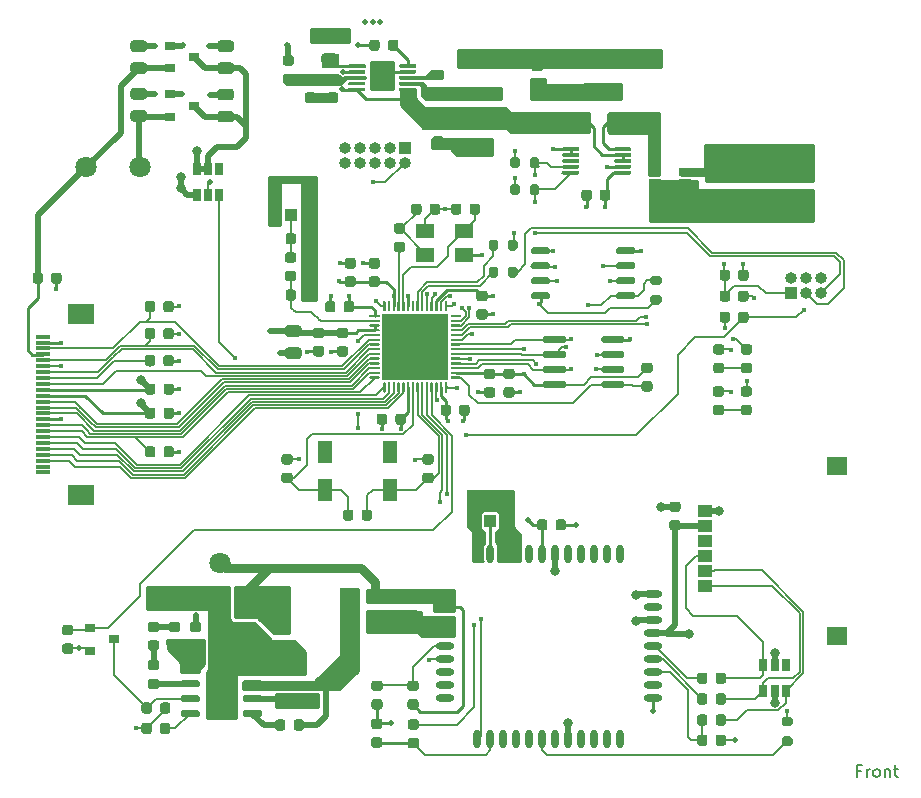
<source format=gbr>
G04 #@! TF.GenerationSoftware,KiCad,Pcbnew,5.1.9-73d0e3b20d~88~ubuntu20.04.1*
G04 #@! TF.CreationDate,2020-12-28T11:38:45+01:00*
G04 #@! TF.ProjectId,cam,63616d2e-6b69-4636-9164-5f7063625858,rev?*
G04 #@! TF.SameCoordinates,Original*
G04 #@! TF.FileFunction,Copper,L1,Top*
G04 #@! TF.FilePolarity,Positive*
%FSLAX46Y46*%
G04 Gerber Fmt 4.6, Leading zero omitted, Abs format (unit mm)*
G04 Created by KiCad (PCBNEW 5.1.9-73d0e3b20d~88~ubuntu20.04.1) date 2020-12-28 11:38:45*
%MOMM*%
%LPD*%
G01*
G04 APERTURE LIST*
G04 #@! TA.AperFunction,NonConductor*
%ADD10C,0.173800*%
G04 #@! TD*
G04 #@! TA.AperFunction,SMDPad,CuDef*
%ADD11R,1.300000X1.900000*%
G04 #@! TD*
G04 #@! TA.AperFunction,SMDPad,CuDef*
%ADD12R,1.300000X0.300000*%
G04 #@! TD*
G04 #@! TA.AperFunction,SMDPad,CuDef*
%ADD13R,2.200000X1.800000*%
G04 #@! TD*
G04 #@! TA.AperFunction,ComponentPad*
%ADD14O,1.000000X1.000000*%
G04 #@! TD*
G04 #@! TA.AperFunction,ComponentPad*
%ADD15R,1.000000X1.000000*%
G04 #@! TD*
G04 #@! TA.AperFunction,ComponentPad*
%ADD16C,0.500000*%
G04 #@! TD*
G04 #@! TA.AperFunction,SMDPad,CuDef*
%ADD17R,5.600000X5.600000*%
G04 #@! TD*
G04 #@! TA.AperFunction,SMDPad,CuDef*
%ADD18O,1.600000X0.600000*%
G04 #@! TD*
G04 #@! TA.AperFunction,SMDPad,CuDef*
%ADD19O,0.600000X1.600000*%
G04 #@! TD*
G04 #@! TA.AperFunction,ComponentPad*
%ADD20C,1.800000*%
G04 #@! TD*
G04 #@! TA.AperFunction,SMDPad,CuDef*
%ADD21C,0.100000*%
G04 #@! TD*
G04 #@! TA.AperFunction,SMDPad,CuDef*
%ADD22R,1.600000X2.200000*%
G04 #@! TD*
G04 #@! TA.AperFunction,SMDPad,CuDef*
%ADD23R,1.200000X1.000000*%
G04 #@! TD*
G04 #@! TA.AperFunction,SMDPad,CuDef*
%ADD24R,1.700000X1.500000*%
G04 #@! TD*
G04 #@! TA.AperFunction,SMDPad,CuDef*
%ADD25R,1.600000X1.300000*%
G04 #@! TD*
G04 #@! TA.AperFunction,SMDPad,CuDef*
%ADD26R,0.650000X1.060000*%
G04 #@! TD*
G04 #@! TA.AperFunction,SMDPad,CuDef*
%ADD27R,0.900000X0.800000*%
G04 #@! TD*
G04 #@! TA.AperFunction,SMDPad,CuDef*
%ADD28R,1.000000X0.700000*%
G04 #@! TD*
G04 #@! TA.AperFunction,SMDPad,CuDef*
%ADD29R,1.050000X2.200000*%
G04 #@! TD*
G04 #@! TA.AperFunction,SMDPad,CuDef*
%ADD30R,1.000000X1.050000*%
G04 #@! TD*
G04 #@! TA.AperFunction,ComponentPad*
%ADD31O,2.000000X1.700000*%
G04 #@! TD*
G04 #@! TA.AperFunction,SMDPad,CuDef*
%ADD32R,1.800000X2.500000*%
G04 #@! TD*
G04 #@! TA.AperFunction,ViaPad*
%ADD33C,0.500000*%
G04 #@! TD*
G04 #@! TA.AperFunction,ViaPad*
%ADD34C,0.450000*%
G04 #@! TD*
G04 #@! TA.AperFunction,ViaPad*
%ADD35C,0.800000*%
G04 #@! TD*
G04 #@! TA.AperFunction,Conductor*
%ADD36C,0.254000*%
G04 #@! TD*
G04 #@! TA.AperFunction,Conductor*
%ADD37C,0.146812*%
G04 #@! TD*
G04 #@! TA.AperFunction,Conductor*
%ADD38C,0.508000*%
G04 #@! TD*
G04 #@! TA.AperFunction,Conductor*
%ADD39C,0.203200*%
G04 #@! TD*
G04 #@! TA.AperFunction,Conductor*
%ADD40C,0.762000*%
G04 #@! TD*
G04 #@! TA.AperFunction,Conductor*
%ADD41C,0.100000*%
G04 #@! TD*
G04 #@! TA.AperFunction,Conductor*
%ADD42C,0.101600*%
G04 #@! TD*
G04 APERTURE END LIST*
D10*
X171362857Y-116006571D02*
X171029523Y-116006571D01*
X171029523Y-116530380D02*
X171029523Y-115530380D01*
X171505714Y-115530380D01*
X171886666Y-116530380D02*
X171886666Y-115863714D01*
X171886666Y-116054190D02*
X171934285Y-115958952D01*
X171981904Y-115911333D01*
X172077142Y-115863714D01*
X172172380Y-115863714D01*
X172648571Y-116530380D02*
X172553333Y-116482761D01*
X172505714Y-116435142D01*
X172458095Y-116339904D01*
X172458095Y-116054190D01*
X172505714Y-115958952D01*
X172553333Y-115911333D01*
X172648571Y-115863714D01*
X172791428Y-115863714D01*
X172886666Y-115911333D01*
X172934285Y-115958952D01*
X172981904Y-116054190D01*
X172981904Y-116339904D01*
X172934285Y-116435142D01*
X172886666Y-116482761D01*
X172791428Y-116530380D01*
X172648571Y-116530380D01*
X173410476Y-115863714D02*
X173410476Y-116530380D01*
X173410476Y-115958952D02*
X173458095Y-115911333D01*
X173553333Y-115863714D01*
X173696190Y-115863714D01*
X173791428Y-115911333D01*
X173839047Y-116006571D01*
X173839047Y-116530380D01*
X174172380Y-115863714D02*
X174553333Y-115863714D01*
X174315238Y-115530380D02*
X174315238Y-116387523D01*
X174362857Y-116482761D01*
X174458095Y-116530380D01*
X174553333Y-116530380D01*
G04 #@! TA.AperFunction,SMDPad,CuDef*
G36*
G01*
X145078800Y-75643600D02*
X145078800Y-75943600D01*
G75*
G02*
X144928800Y-76093600I-150000J0D01*
G01*
X143628800Y-76093600D01*
G75*
G02*
X143478800Y-75943600I0J150000D01*
G01*
X143478800Y-75643600D01*
G75*
G02*
X143628800Y-75493600I150000J0D01*
G01*
X144928800Y-75493600D01*
G75*
G02*
X145078800Y-75643600I0J-150000D01*
G01*
G37*
G04 #@! TD.AperFunction*
G04 #@! TA.AperFunction,SMDPad,CuDef*
G36*
G01*
X145078800Y-74373600D02*
X145078800Y-74673600D01*
G75*
G02*
X144928800Y-74823600I-150000J0D01*
G01*
X143628800Y-74823600D01*
G75*
G02*
X143478800Y-74673600I0J150000D01*
G01*
X143478800Y-74373600D01*
G75*
G02*
X143628800Y-74223600I150000J0D01*
G01*
X144928800Y-74223600D01*
G75*
G02*
X145078800Y-74373600I0J-150000D01*
G01*
G37*
G04 #@! TD.AperFunction*
G04 #@! TA.AperFunction,SMDPad,CuDef*
G36*
G01*
X145078800Y-73103600D02*
X145078800Y-73403600D01*
G75*
G02*
X144928800Y-73553600I-150000J0D01*
G01*
X143628800Y-73553600D01*
G75*
G02*
X143478800Y-73403600I0J150000D01*
G01*
X143478800Y-73103600D01*
G75*
G02*
X143628800Y-72953600I150000J0D01*
G01*
X144928800Y-72953600D01*
G75*
G02*
X145078800Y-73103600I0J-150000D01*
G01*
G37*
G04 #@! TD.AperFunction*
G04 #@! TA.AperFunction,SMDPad,CuDef*
G36*
G01*
X145078800Y-71833600D02*
X145078800Y-72133600D01*
G75*
G02*
X144928800Y-72283600I-150000J0D01*
G01*
X143628800Y-72283600D01*
G75*
G02*
X143478800Y-72133600I0J150000D01*
G01*
X143478800Y-71833600D01*
G75*
G02*
X143628800Y-71683600I150000J0D01*
G01*
X144928800Y-71683600D01*
G75*
G02*
X145078800Y-71833600I0J-150000D01*
G01*
G37*
G04 #@! TD.AperFunction*
G04 #@! TA.AperFunction,SMDPad,CuDef*
G36*
G01*
X152278800Y-71833600D02*
X152278800Y-72133600D01*
G75*
G02*
X152128800Y-72283600I-150000J0D01*
G01*
X150828800Y-72283600D01*
G75*
G02*
X150678800Y-72133600I0J150000D01*
G01*
X150678800Y-71833600D01*
G75*
G02*
X150828800Y-71683600I150000J0D01*
G01*
X152128800Y-71683600D01*
G75*
G02*
X152278800Y-71833600I0J-150000D01*
G01*
G37*
G04 #@! TD.AperFunction*
G04 #@! TA.AperFunction,SMDPad,CuDef*
G36*
G01*
X152278800Y-73103600D02*
X152278800Y-73403600D01*
G75*
G02*
X152128800Y-73553600I-150000J0D01*
G01*
X150828800Y-73553600D01*
G75*
G02*
X150678800Y-73403600I0J150000D01*
G01*
X150678800Y-73103600D01*
G75*
G02*
X150828800Y-72953600I150000J0D01*
G01*
X152128800Y-72953600D01*
G75*
G02*
X152278800Y-73103600I0J-150000D01*
G01*
G37*
G04 #@! TD.AperFunction*
G04 #@! TA.AperFunction,SMDPad,CuDef*
G36*
G01*
X152278800Y-74373600D02*
X152278800Y-74673600D01*
G75*
G02*
X152128800Y-74823600I-150000J0D01*
G01*
X150828800Y-74823600D01*
G75*
G02*
X150678800Y-74673600I0J150000D01*
G01*
X150678800Y-74373600D01*
G75*
G02*
X150828800Y-74223600I150000J0D01*
G01*
X152128800Y-74223600D01*
G75*
G02*
X152278800Y-74373600I0J-150000D01*
G01*
G37*
G04 #@! TD.AperFunction*
G04 #@! TA.AperFunction,SMDPad,CuDef*
G36*
G01*
X152278800Y-75643600D02*
X152278800Y-75943600D01*
G75*
G02*
X152128800Y-76093600I-150000J0D01*
G01*
X150828800Y-76093600D01*
G75*
G02*
X150678800Y-75943600I0J150000D01*
G01*
X150678800Y-75643600D01*
G75*
G02*
X150828800Y-75493600I150000J0D01*
G01*
X152128800Y-75493600D01*
G75*
G02*
X152278800Y-75643600I0J-150000D01*
G01*
G37*
G04 #@! TD.AperFunction*
G04 #@! TA.AperFunction,SMDPad,CuDef*
G36*
G01*
X146429600Y-83162000D02*
X146429600Y-83462000D01*
G75*
G02*
X146279600Y-83612000I-150000J0D01*
G01*
X144629600Y-83612000D01*
G75*
G02*
X144479600Y-83462000I0J150000D01*
G01*
X144479600Y-83162000D01*
G75*
G02*
X144629600Y-83012000I150000J0D01*
G01*
X146279600Y-83012000D01*
G75*
G02*
X146429600Y-83162000I0J-150000D01*
G01*
G37*
G04 #@! TD.AperFunction*
G04 #@! TA.AperFunction,SMDPad,CuDef*
G36*
G01*
X146429600Y-81892000D02*
X146429600Y-82192000D01*
G75*
G02*
X146279600Y-82342000I-150000J0D01*
G01*
X144629600Y-82342000D01*
G75*
G02*
X144479600Y-82192000I0J150000D01*
G01*
X144479600Y-81892000D01*
G75*
G02*
X144629600Y-81742000I150000J0D01*
G01*
X146279600Y-81742000D01*
G75*
G02*
X146429600Y-81892000I0J-150000D01*
G01*
G37*
G04 #@! TD.AperFunction*
G04 #@! TA.AperFunction,SMDPad,CuDef*
G36*
G01*
X146429600Y-80622000D02*
X146429600Y-80922000D01*
G75*
G02*
X146279600Y-81072000I-150000J0D01*
G01*
X144629600Y-81072000D01*
G75*
G02*
X144479600Y-80922000I0J150000D01*
G01*
X144479600Y-80622000D01*
G75*
G02*
X144629600Y-80472000I150000J0D01*
G01*
X146279600Y-80472000D01*
G75*
G02*
X146429600Y-80622000I0J-150000D01*
G01*
G37*
G04 #@! TD.AperFunction*
G04 #@! TA.AperFunction,SMDPad,CuDef*
G36*
G01*
X146429600Y-79352000D02*
X146429600Y-79652000D01*
G75*
G02*
X146279600Y-79802000I-150000J0D01*
G01*
X144629600Y-79802000D01*
G75*
G02*
X144479600Y-79652000I0J150000D01*
G01*
X144479600Y-79352000D01*
G75*
G02*
X144629600Y-79202000I150000J0D01*
G01*
X146279600Y-79202000D01*
G75*
G02*
X146429600Y-79352000I0J-150000D01*
G01*
G37*
G04 #@! TD.AperFunction*
G04 #@! TA.AperFunction,SMDPad,CuDef*
G36*
G01*
X151379600Y-79352000D02*
X151379600Y-79652000D01*
G75*
G02*
X151229600Y-79802000I-150000J0D01*
G01*
X149579600Y-79802000D01*
G75*
G02*
X149429600Y-79652000I0J150000D01*
G01*
X149429600Y-79352000D01*
G75*
G02*
X149579600Y-79202000I150000J0D01*
G01*
X151229600Y-79202000D01*
G75*
G02*
X151379600Y-79352000I0J-150000D01*
G01*
G37*
G04 #@! TD.AperFunction*
G04 #@! TA.AperFunction,SMDPad,CuDef*
G36*
G01*
X151379600Y-80622000D02*
X151379600Y-80922000D01*
G75*
G02*
X151229600Y-81072000I-150000J0D01*
G01*
X149579600Y-81072000D01*
G75*
G02*
X149429600Y-80922000I0J150000D01*
G01*
X149429600Y-80622000D01*
G75*
G02*
X149579600Y-80472000I150000J0D01*
G01*
X151229600Y-80472000D01*
G75*
G02*
X151379600Y-80622000I0J-150000D01*
G01*
G37*
G04 #@! TD.AperFunction*
G04 #@! TA.AperFunction,SMDPad,CuDef*
G36*
G01*
X151379600Y-81892000D02*
X151379600Y-82192000D01*
G75*
G02*
X151229600Y-82342000I-150000J0D01*
G01*
X149579600Y-82342000D01*
G75*
G02*
X149429600Y-82192000I0J150000D01*
G01*
X149429600Y-81892000D01*
G75*
G02*
X149579600Y-81742000I150000J0D01*
G01*
X151229600Y-81742000D01*
G75*
G02*
X151379600Y-81892000I0J-150000D01*
G01*
G37*
G04 #@! TD.AperFunction*
G04 #@! TA.AperFunction,SMDPad,CuDef*
G36*
G01*
X151379600Y-83162000D02*
X151379600Y-83462000D01*
G75*
G02*
X151229600Y-83612000I-150000J0D01*
G01*
X149579600Y-83612000D01*
G75*
G02*
X149429600Y-83462000I0J150000D01*
G01*
X149429600Y-83162000D01*
G75*
G02*
X149579600Y-83012000I150000J0D01*
G01*
X151229600Y-83012000D01*
G75*
G02*
X151379600Y-83162000I0J-150000D01*
G01*
G37*
G04 #@! TD.AperFunction*
G04 #@! TA.AperFunction,SMDPad,CuDef*
G36*
G01*
X161427450Y-85020900D02*
X161939950Y-85020900D01*
G75*
G02*
X162158700Y-85239650I0J-218750D01*
G01*
X162158700Y-85677150D01*
G75*
G02*
X161939950Y-85895900I-218750J0D01*
G01*
X161427450Y-85895900D01*
G75*
G02*
X161208700Y-85677150I0J218750D01*
G01*
X161208700Y-85239650D01*
G75*
G02*
X161427450Y-85020900I218750J0D01*
G01*
G37*
G04 #@! TD.AperFunction*
G04 #@! TA.AperFunction,SMDPad,CuDef*
G36*
G01*
X161427450Y-83445900D02*
X161939950Y-83445900D01*
G75*
G02*
X162158700Y-83664650I0J-218750D01*
G01*
X162158700Y-84102150D01*
G75*
G02*
X161939950Y-84320900I-218750J0D01*
G01*
X161427450Y-84320900D01*
G75*
G02*
X161208700Y-84102150I0J218750D01*
G01*
X161208700Y-83664650D01*
G75*
G02*
X161427450Y-83445900I218750J0D01*
G01*
G37*
G04 #@! TD.AperFunction*
G04 #@! TA.AperFunction,SMDPad,CuDef*
G36*
G01*
X159590450Y-84320900D02*
X159077950Y-84320900D01*
G75*
G02*
X158859200Y-84102150I0J218750D01*
G01*
X158859200Y-83664650D01*
G75*
G02*
X159077950Y-83445900I218750J0D01*
G01*
X159590450Y-83445900D01*
G75*
G02*
X159809200Y-83664650I0J-218750D01*
G01*
X159809200Y-84102150D01*
G75*
G02*
X159590450Y-84320900I-218750J0D01*
G01*
G37*
G04 #@! TD.AperFunction*
G04 #@! TA.AperFunction,SMDPad,CuDef*
G36*
G01*
X159590450Y-85895900D02*
X159077950Y-85895900D01*
G75*
G02*
X158859200Y-85677150I0J218750D01*
G01*
X158859200Y-85239650D01*
G75*
G02*
X159077950Y-85020900I218750J0D01*
G01*
X159590450Y-85020900D01*
G75*
G02*
X159809200Y-85239650I0J-218750D01*
G01*
X159809200Y-85677150D01*
G75*
G02*
X159590450Y-85895900I-218750J0D01*
G01*
G37*
G04 #@! TD.AperFunction*
D11*
X126018000Y-89003900D03*
X131518000Y-89003900D03*
X131518000Y-92203900D03*
X126018000Y-92203900D03*
D12*
X102150000Y-79250000D03*
X102150000Y-79750000D03*
X102150000Y-80250000D03*
X102150000Y-80750000D03*
X102150000Y-81250000D03*
X102150000Y-81750000D03*
X102150000Y-82250000D03*
X102150000Y-82750000D03*
X102150000Y-83250000D03*
X102150000Y-83750000D03*
X102150000Y-84250000D03*
X102150000Y-84750000D03*
X102150000Y-85250000D03*
X102150000Y-85750000D03*
X102150000Y-86250000D03*
X102150000Y-86750000D03*
X102150000Y-87250000D03*
X102150000Y-87750000D03*
X102150000Y-88250000D03*
X102150000Y-88750000D03*
X102150000Y-89250000D03*
X102150000Y-89750000D03*
X102150000Y-90250000D03*
X102150000Y-90750000D03*
D13*
X105400000Y-92650000D03*
X105400000Y-77350000D03*
G04 #@! TA.AperFunction,SMDPad,CuDef*
G36*
G01*
X160980000Y-76069000D02*
X160980000Y-75569000D01*
G75*
G02*
X161205000Y-75344000I225000J0D01*
G01*
X161655000Y-75344000D01*
G75*
G02*
X161880000Y-75569000I0J-225000D01*
G01*
X161880000Y-76069000D01*
G75*
G02*
X161655000Y-76294000I-225000J0D01*
G01*
X161205000Y-76294000D01*
G75*
G02*
X160980000Y-76069000I0J225000D01*
G01*
G37*
G04 #@! TD.AperFunction*
G04 #@! TA.AperFunction,SMDPad,CuDef*
G36*
G01*
X159430000Y-76069000D02*
X159430000Y-75569000D01*
G75*
G02*
X159655000Y-75344000I225000J0D01*
G01*
X160105000Y-75344000D01*
G75*
G02*
X160330000Y-75569000I0J-225000D01*
G01*
X160330000Y-76069000D01*
G75*
G02*
X160105000Y-76294000I-225000J0D01*
G01*
X159655000Y-76294000D01*
G75*
G02*
X159430000Y-76069000I0J225000D01*
G01*
G37*
G04 #@! TD.AperFunction*
D14*
X127698500Y-64516000D03*
X127698500Y-63246000D03*
X128968500Y-64516000D03*
X128968500Y-63246000D03*
X130238500Y-64516000D03*
X130238500Y-63246000D03*
X131508500Y-64516000D03*
X131508500Y-63246000D03*
X132778500Y-64516000D03*
D15*
X132778500Y-63246000D03*
D14*
X168021000Y-74295000D03*
X168021000Y-75565000D03*
X166751000Y-74295000D03*
X166751000Y-75565000D03*
X165481000Y-74295000D03*
D15*
X165481000Y-75565000D03*
D16*
X136204800Y-82661600D03*
X134929800Y-82661600D03*
X133654800Y-82661600D03*
X132379800Y-82661600D03*
X131104800Y-82661600D03*
X136204800Y-81386600D03*
X134929800Y-81386600D03*
X133654800Y-81386600D03*
X132379800Y-81386600D03*
X131104800Y-81386600D03*
X136204800Y-80111600D03*
X134929800Y-80111600D03*
X133654800Y-80111600D03*
X132379800Y-80111600D03*
X131104800Y-80111600D03*
X136204800Y-78836600D03*
X134929800Y-78836600D03*
X133654800Y-78836600D03*
X132379800Y-78836600D03*
X131104800Y-78836600D03*
X136204800Y-77561600D03*
X134929800Y-77561600D03*
X133654800Y-77561600D03*
X132379800Y-77561600D03*
X131104800Y-77561600D03*
D17*
X133654800Y-80111600D03*
G04 #@! TA.AperFunction,SMDPad,CuDef*
G36*
G01*
X130954800Y-77061600D02*
X130954800Y-76286600D01*
G75*
G02*
X131004800Y-76236600I50000J0D01*
G01*
X131104800Y-76236600D01*
G75*
G02*
X131154800Y-76286600I0J-50000D01*
G01*
X131154800Y-77061600D01*
G75*
G02*
X131104800Y-77111600I-50000J0D01*
G01*
X131004800Y-77111600D01*
G75*
G02*
X130954800Y-77061600I0J50000D01*
G01*
G37*
G04 #@! TD.AperFunction*
G04 #@! TA.AperFunction,SMDPad,CuDef*
G36*
G01*
X131354800Y-77061600D02*
X131354800Y-76286600D01*
G75*
G02*
X131404800Y-76236600I50000J0D01*
G01*
X131504800Y-76236600D01*
G75*
G02*
X131554800Y-76286600I0J-50000D01*
G01*
X131554800Y-77061600D01*
G75*
G02*
X131504800Y-77111600I-50000J0D01*
G01*
X131404800Y-77111600D01*
G75*
G02*
X131354800Y-77061600I0J50000D01*
G01*
G37*
G04 #@! TD.AperFunction*
G04 #@! TA.AperFunction,SMDPad,CuDef*
G36*
G01*
X131754800Y-77061600D02*
X131754800Y-76286600D01*
G75*
G02*
X131804800Y-76236600I50000J0D01*
G01*
X131904800Y-76236600D01*
G75*
G02*
X131954800Y-76286600I0J-50000D01*
G01*
X131954800Y-77061600D01*
G75*
G02*
X131904800Y-77111600I-50000J0D01*
G01*
X131804800Y-77111600D01*
G75*
G02*
X131754800Y-77061600I0J50000D01*
G01*
G37*
G04 #@! TD.AperFunction*
G04 #@! TA.AperFunction,SMDPad,CuDef*
G36*
G01*
X132154800Y-77061600D02*
X132154800Y-76286600D01*
G75*
G02*
X132204800Y-76236600I50000J0D01*
G01*
X132304800Y-76236600D01*
G75*
G02*
X132354800Y-76286600I0J-50000D01*
G01*
X132354800Y-77061600D01*
G75*
G02*
X132304800Y-77111600I-50000J0D01*
G01*
X132204800Y-77111600D01*
G75*
G02*
X132154800Y-77061600I0J50000D01*
G01*
G37*
G04 #@! TD.AperFunction*
G04 #@! TA.AperFunction,SMDPad,CuDef*
G36*
G01*
X132554800Y-77061600D02*
X132554800Y-76286600D01*
G75*
G02*
X132604800Y-76236600I50000J0D01*
G01*
X132704800Y-76236600D01*
G75*
G02*
X132754800Y-76286600I0J-50000D01*
G01*
X132754800Y-77061600D01*
G75*
G02*
X132704800Y-77111600I-50000J0D01*
G01*
X132604800Y-77111600D01*
G75*
G02*
X132554800Y-77061600I0J50000D01*
G01*
G37*
G04 #@! TD.AperFunction*
G04 #@! TA.AperFunction,SMDPad,CuDef*
G36*
G01*
X132954800Y-77061600D02*
X132954800Y-76286600D01*
G75*
G02*
X133004800Y-76236600I50000J0D01*
G01*
X133104800Y-76236600D01*
G75*
G02*
X133154800Y-76286600I0J-50000D01*
G01*
X133154800Y-77061600D01*
G75*
G02*
X133104800Y-77111600I-50000J0D01*
G01*
X133004800Y-77111600D01*
G75*
G02*
X132954800Y-77061600I0J50000D01*
G01*
G37*
G04 #@! TD.AperFunction*
G04 #@! TA.AperFunction,SMDPad,CuDef*
G36*
G01*
X133354800Y-77061600D02*
X133354800Y-76286600D01*
G75*
G02*
X133404800Y-76236600I50000J0D01*
G01*
X133504800Y-76236600D01*
G75*
G02*
X133554800Y-76286600I0J-50000D01*
G01*
X133554800Y-77061600D01*
G75*
G02*
X133504800Y-77111600I-50000J0D01*
G01*
X133404800Y-77111600D01*
G75*
G02*
X133354800Y-77061600I0J50000D01*
G01*
G37*
G04 #@! TD.AperFunction*
G04 #@! TA.AperFunction,SMDPad,CuDef*
G36*
G01*
X133754800Y-77061600D02*
X133754800Y-76286600D01*
G75*
G02*
X133804800Y-76236600I50000J0D01*
G01*
X133904800Y-76236600D01*
G75*
G02*
X133954800Y-76286600I0J-50000D01*
G01*
X133954800Y-77061600D01*
G75*
G02*
X133904800Y-77111600I-50000J0D01*
G01*
X133804800Y-77111600D01*
G75*
G02*
X133754800Y-77061600I0J50000D01*
G01*
G37*
G04 #@! TD.AperFunction*
G04 #@! TA.AperFunction,SMDPad,CuDef*
G36*
G01*
X134154800Y-77061600D02*
X134154800Y-76286600D01*
G75*
G02*
X134204800Y-76236600I50000J0D01*
G01*
X134304800Y-76236600D01*
G75*
G02*
X134354800Y-76286600I0J-50000D01*
G01*
X134354800Y-77061600D01*
G75*
G02*
X134304800Y-77111600I-50000J0D01*
G01*
X134204800Y-77111600D01*
G75*
G02*
X134154800Y-77061600I0J50000D01*
G01*
G37*
G04 #@! TD.AperFunction*
G04 #@! TA.AperFunction,SMDPad,CuDef*
G36*
G01*
X134554800Y-77061600D02*
X134554800Y-76286600D01*
G75*
G02*
X134604800Y-76236600I50000J0D01*
G01*
X134704800Y-76236600D01*
G75*
G02*
X134754800Y-76286600I0J-50000D01*
G01*
X134754800Y-77061600D01*
G75*
G02*
X134704800Y-77111600I-50000J0D01*
G01*
X134604800Y-77111600D01*
G75*
G02*
X134554800Y-77061600I0J50000D01*
G01*
G37*
G04 #@! TD.AperFunction*
G04 #@! TA.AperFunction,SMDPad,CuDef*
G36*
G01*
X134954800Y-77061600D02*
X134954800Y-76286600D01*
G75*
G02*
X135004800Y-76236600I50000J0D01*
G01*
X135104800Y-76236600D01*
G75*
G02*
X135154800Y-76286600I0J-50000D01*
G01*
X135154800Y-77061600D01*
G75*
G02*
X135104800Y-77111600I-50000J0D01*
G01*
X135004800Y-77111600D01*
G75*
G02*
X134954800Y-77061600I0J50000D01*
G01*
G37*
G04 #@! TD.AperFunction*
G04 #@! TA.AperFunction,SMDPad,CuDef*
G36*
G01*
X135354800Y-77061600D02*
X135354800Y-76286600D01*
G75*
G02*
X135404800Y-76236600I50000J0D01*
G01*
X135504800Y-76236600D01*
G75*
G02*
X135554800Y-76286600I0J-50000D01*
G01*
X135554800Y-77061600D01*
G75*
G02*
X135504800Y-77111600I-50000J0D01*
G01*
X135404800Y-77111600D01*
G75*
G02*
X135354800Y-77061600I0J50000D01*
G01*
G37*
G04 #@! TD.AperFunction*
G04 #@! TA.AperFunction,SMDPad,CuDef*
G36*
G01*
X135754800Y-77061600D02*
X135754800Y-76286600D01*
G75*
G02*
X135804800Y-76236600I50000J0D01*
G01*
X135904800Y-76236600D01*
G75*
G02*
X135954800Y-76286600I0J-50000D01*
G01*
X135954800Y-77061600D01*
G75*
G02*
X135904800Y-77111600I-50000J0D01*
G01*
X135804800Y-77111600D01*
G75*
G02*
X135754800Y-77061600I0J50000D01*
G01*
G37*
G04 #@! TD.AperFunction*
G04 #@! TA.AperFunction,SMDPad,CuDef*
G36*
G01*
X136154800Y-77061600D02*
X136154800Y-76286600D01*
G75*
G02*
X136204800Y-76236600I50000J0D01*
G01*
X136304800Y-76236600D01*
G75*
G02*
X136354800Y-76286600I0J-50000D01*
G01*
X136354800Y-77061600D01*
G75*
G02*
X136304800Y-77111600I-50000J0D01*
G01*
X136204800Y-77111600D01*
G75*
G02*
X136154800Y-77061600I0J50000D01*
G01*
G37*
G04 #@! TD.AperFunction*
G04 #@! TA.AperFunction,SMDPad,CuDef*
G36*
G01*
X136654800Y-77561600D02*
X136654800Y-77461600D01*
G75*
G02*
X136704800Y-77411600I50000J0D01*
G01*
X137479800Y-77411600D01*
G75*
G02*
X137529800Y-77461600I0J-50000D01*
G01*
X137529800Y-77561600D01*
G75*
G02*
X137479800Y-77611600I-50000J0D01*
G01*
X136704800Y-77611600D01*
G75*
G02*
X136654800Y-77561600I0J50000D01*
G01*
G37*
G04 #@! TD.AperFunction*
G04 #@! TA.AperFunction,SMDPad,CuDef*
G36*
G01*
X136654800Y-77961600D02*
X136654800Y-77861600D01*
G75*
G02*
X136704800Y-77811600I50000J0D01*
G01*
X137479800Y-77811600D01*
G75*
G02*
X137529800Y-77861600I0J-50000D01*
G01*
X137529800Y-77961600D01*
G75*
G02*
X137479800Y-78011600I-50000J0D01*
G01*
X136704800Y-78011600D01*
G75*
G02*
X136654800Y-77961600I0J50000D01*
G01*
G37*
G04 #@! TD.AperFunction*
G04 #@! TA.AperFunction,SMDPad,CuDef*
G36*
G01*
X136654800Y-78361600D02*
X136654800Y-78261600D01*
G75*
G02*
X136704800Y-78211600I50000J0D01*
G01*
X137479800Y-78211600D01*
G75*
G02*
X137529800Y-78261600I0J-50000D01*
G01*
X137529800Y-78361600D01*
G75*
G02*
X137479800Y-78411600I-50000J0D01*
G01*
X136704800Y-78411600D01*
G75*
G02*
X136654800Y-78361600I0J50000D01*
G01*
G37*
G04 #@! TD.AperFunction*
G04 #@! TA.AperFunction,SMDPad,CuDef*
G36*
G01*
X136654800Y-78761600D02*
X136654800Y-78661600D01*
G75*
G02*
X136704800Y-78611600I50000J0D01*
G01*
X137479800Y-78611600D01*
G75*
G02*
X137529800Y-78661600I0J-50000D01*
G01*
X137529800Y-78761600D01*
G75*
G02*
X137479800Y-78811600I-50000J0D01*
G01*
X136704800Y-78811600D01*
G75*
G02*
X136654800Y-78761600I0J50000D01*
G01*
G37*
G04 #@! TD.AperFunction*
G04 #@! TA.AperFunction,SMDPad,CuDef*
G36*
G01*
X136654800Y-79161600D02*
X136654800Y-79061600D01*
G75*
G02*
X136704800Y-79011600I50000J0D01*
G01*
X137479800Y-79011600D01*
G75*
G02*
X137529800Y-79061600I0J-50000D01*
G01*
X137529800Y-79161600D01*
G75*
G02*
X137479800Y-79211600I-50000J0D01*
G01*
X136704800Y-79211600D01*
G75*
G02*
X136654800Y-79161600I0J50000D01*
G01*
G37*
G04 #@! TD.AperFunction*
G04 #@! TA.AperFunction,SMDPad,CuDef*
G36*
G01*
X136654800Y-79561600D02*
X136654800Y-79461600D01*
G75*
G02*
X136704800Y-79411600I50000J0D01*
G01*
X137479800Y-79411600D01*
G75*
G02*
X137529800Y-79461600I0J-50000D01*
G01*
X137529800Y-79561600D01*
G75*
G02*
X137479800Y-79611600I-50000J0D01*
G01*
X136704800Y-79611600D01*
G75*
G02*
X136654800Y-79561600I0J50000D01*
G01*
G37*
G04 #@! TD.AperFunction*
G04 #@! TA.AperFunction,SMDPad,CuDef*
G36*
G01*
X136654800Y-79961600D02*
X136654800Y-79861600D01*
G75*
G02*
X136704800Y-79811600I50000J0D01*
G01*
X137479800Y-79811600D01*
G75*
G02*
X137529800Y-79861600I0J-50000D01*
G01*
X137529800Y-79961600D01*
G75*
G02*
X137479800Y-80011600I-50000J0D01*
G01*
X136704800Y-80011600D01*
G75*
G02*
X136654800Y-79961600I0J50000D01*
G01*
G37*
G04 #@! TD.AperFunction*
G04 #@! TA.AperFunction,SMDPad,CuDef*
G36*
G01*
X136654800Y-80361600D02*
X136654800Y-80261600D01*
G75*
G02*
X136704800Y-80211600I50000J0D01*
G01*
X137479800Y-80211600D01*
G75*
G02*
X137529800Y-80261600I0J-50000D01*
G01*
X137529800Y-80361600D01*
G75*
G02*
X137479800Y-80411600I-50000J0D01*
G01*
X136704800Y-80411600D01*
G75*
G02*
X136654800Y-80361600I0J50000D01*
G01*
G37*
G04 #@! TD.AperFunction*
G04 #@! TA.AperFunction,SMDPad,CuDef*
G36*
G01*
X136654800Y-80761600D02*
X136654800Y-80661600D01*
G75*
G02*
X136704800Y-80611600I50000J0D01*
G01*
X137479800Y-80611600D01*
G75*
G02*
X137529800Y-80661600I0J-50000D01*
G01*
X137529800Y-80761600D01*
G75*
G02*
X137479800Y-80811600I-50000J0D01*
G01*
X136704800Y-80811600D01*
G75*
G02*
X136654800Y-80761600I0J50000D01*
G01*
G37*
G04 #@! TD.AperFunction*
G04 #@! TA.AperFunction,SMDPad,CuDef*
G36*
G01*
X136654800Y-81161600D02*
X136654800Y-81061600D01*
G75*
G02*
X136704800Y-81011600I50000J0D01*
G01*
X137479800Y-81011600D01*
G75*
G02*
X137529800Y-81061600I0J-50000D01*
G01*
X137529800Y-81161600D01*
G75*
G02*
X137479800Y-81211600I-50000J0D01*
G01*
X136704800Y-81211600D01*
G75*
G02*
X136654800Y-81161600I0J50000D01*
G01*
G37*
G04 #@! TD.AperFunction*
G04 #@! TA.AperFunction,SMDPad,CuDef*
G36*
G01*
X136654800Y-81561600D02*
X136654800Y-81461600D01*
G75*
G02*
X136704800Y-81411600I50000J0D01*
G01*
X137479800Y-81411600D01*
G75*
G02*
X137529800Y-81461600I0J-50000D01*
G01*
X137529800Y-81561600D01*
G75*
G02*
X137479800Y-81611600I-50000J0D01*
G01*
X136704800Y-81611600D01*
G75*
G02*
X136654800Y-81561600I0J50000D01*
G01*
G37*
G04 #@! TD.AperFunction*
G04 #@! TA.AperFunction,SMDPad,CuDef*
G36*
G01*
X136654800Y-81961600D02*
X136654800Y-81861600D01*
G75*
G02*
X136704800Y-81811600I50000J0D01*
G01*
X137479800Y-81811600D01*
G75*
G02*
X137529800Y-81861600I0J-50000D01*
G01*
X137529800Y-81961600D01*
G75*
G02*
X137479800Y-82011600I-50000J0D01*
G01*
X136704800Y-82011600D01*
G75*
G02*
X136654800Y-81961600I0J50000D01*
G01*
G37*
G04 #@! TD.AperFunction*
G04 #@! TA.AperFunction,SMDPad,CuDef*
G36*
G01*
X136654800Y-82361600D02*
X136654800Y-82261600D01*
G75*
G02*
X136704800Y-82211600I50000J0D01*
G01*
X137479800Y-82211600D01*
G75*
G02*
X137529800Y-82261600I0J-50000D01*
G01*
X137529800Y-82361600D01*
G75*
G02*
X137479800Y-82411600I-50000J0D01*
G01*
X136704800Y-82411600D01*
G75*
G02*
X136654800Y-82361600I0J50000D01*
G01*
G37*
G04 #@! TD.AperFunction*
G04 #@! TA.AperFunction,SMDPad,CuDef*
G36*
G01*
X136654800Y-82761600D02*
X136654800Y-82661600D01*
G75*
G02*
X136704800Y-82611600I50000J0D01*
G01*
X137479800Y-82611600D01*
G75*
G02*
X137529800Y-82661600I0J-50000D01*
G01*
X137529800Y-82761600D01*
G75*
G02*
X137479800Y-82811600I-50000J0D01*
G01*
X136704800Y-82811600D01*
G75*
G02*
X136654800Y-82761600I0J50000D01*
G01*
G37*
G04 #@! TD.AperFunction*
G04 #@! TA.AperFunction,SMDPad,CuDef*
G36*
G01*
X136154800Y-83936600D02*
X136154800Y-83161600D01*
G75*
G02*
X136204800Y-83111600I50000J0D01*
G01*
X136304800Y-83111600D01*
G75*
G02*
X136354800Y-83161600I0J-50000D01*
G01*
X136354800Y-83936600D01*
G75*
G02*
X136304800Y-83986600I-50000J0D01*
G01*
X136204800Y-83986600D01*
G75*
G02*
X136154800Y-83936600I0J50000D01*
G01*
G37*
G04 #@! TD.AperFunction*
G04 #@! TA.AperFunction,SMDPad,CuDef*
G36*
G01*
X135754800Y-83936600D02*
X135754800Y-83161600D01*
G75*
G02*
X135804800Y-83111600I50000J0D01*
G01*
X135904800Y-83111600D01*
G75*
G02*
X135954800Y-83161600I0J-50000D01*
G01*
X135954800Y-83936600D01*
G75*
G02*
X135904800Y-83986600I-50000J0D01*
G01*
X135804800Y-83986600D01*
G75*
G02*
X135754800Y-83936600I0J50000D01*
G01*
G37*
G04 #@! TD.AperFunction*
G04 #@! TA.AperFunction,SMDPad,CuDef*
G36*
G01*
X135354800Y-83936600D02*
X135354800Y-83161600D01*
G75*
G02*
X135404800Y-83111600I50000J0D01*
G01*
X135504800Y-83111600D01*
G75*
G02*
X135554800Y-83161600I0J-50000D01*
G01*
X135554800Y-83936600D01*
G75*
G02*
X135504800Y-83986600I-50000J0D01*
G01*
X135404800Y-83986600D01*
G75*
G02*
X135354800Y-83936600I0J50000D01*
G01*
G37*
G04 #@! TD.AperFunction*
G04 #@! TA.AperFunction,SMDPad,CuDef*
G36*
G01*
X134954800Y-83936600D02*
X134954800Y-83161600D01*
G75*
G02*
X135004800Y-83111600I50000J0D01*
G01*
X135104800Y-83111600D01*
G75*
G02*
X135154800Y-83161600I0J-50000D01*
G01*
X135154800Y-83936600D01*
G75*
G02*
X135104800Y-83986600I-50000J0D01*
G01*
X135004800Y-83986600D01*
G75*
G02*
X134954800Y-83936600I0J50000D01*
G01*
G37*
G04 #@! TD.AperFunction*
G04 #@! TA.AperFunction,SMDPad,CuDef*
G36*
G01*
X134554800Y-83936600D02*
X134554800Y-83161600D01*
G75*
G02*
X134604800Y-83111600I50000J0D01*
G01*
X134704800Y-83111600D01*
G75*
G02*
X134754800Y-83161600I0J-50000D01*
G01*
X134754800Y-83936600D01*
G75*
G02*
X134704800Y-83986600I-50000J0D01*
G01*
X134604800Y-83986600D01*
G75*
G02*
X134554800Y-83936600I0J50000D01*
G01*
G37*
G04 #@! TD.AperFunction*
G04 #@! TA.AperFunction,SMDPad,CuDef*
G36*
G01*
X134154800Y-83936600D02*
X134154800Y-83161600D01*
G75*
G02*
X134204800Y-83111600I50000J0D01*
G01*
X134304800Y-83111600D01*
G75*
G02*
X134354800Y-83161600I0J-50000D01*
G01*
X134354800Y-83936600D01*
G75*
G02*
X134304800Y-83986600I-50000J0D01*
G01*
X134204800Y-83986600D01*
G75*
G02*
X134154800Y-83936600I0J50000D01*
G01*
G37*
G04 #@! TD.AperFunction*
G04 #@! TA.AperFunction,SMDPad,CuDef*
G36*
G01*
X133754800Y-83936600D02*
X133754800Y-83161600D01*
G75*
G02*
X133804800Y-83111600I50000J0D01*
G01*
X133904800Y-83111600D01*
G75*
G02*
X133954800Y-83161600I0J-50000D01*
G01*
X133954800Y-83936600D01*
G75*
G02*
X133904800Y-83986600I-50000J0D01*
G01*
X133804800Y-83986600D01*
G75*
G02*
X133754800Y-83936600I0J50000D01*
G01*
G37*
G04 #@! TD.AperFunction*
G04 #@! TA.AperFunction,SMDPad,CuDef*
G36*
G01*
X133354800Y-83936600D02*
X133354800Y-83161600D01*
G75*
G02*
X133404800Y-83111600I50000J0D01*
G01*
X133504800Y-83111600D01*
G75*
G02*
X133554800Y-83161600I0J-50000D01*
G01*
X133554800Y-83936600D01*
G75*
G02*
X133504800Y-83986600I-50000J0D01*
G01*
X133404800Y-83986600D01*
G75*
G02*
X133354800Y-83936600I0J50000D01*
G01*
G37*
G04 #@! TD.AperFunction*
G04 #@! TA.AperFunction,SMDPad,CuDef*
G36*
G01*
X132954800Y-83936600D02*
X132954800Y-83161600D01*
G75*
G02*
X133004800Y-83111600I50000J0D01*
G01*
X133104800Y-83111600D01*
G75*
G02*
X133154800Y-83161600I0J-50000D01*
G01*
X133154800Y-83936600D01*
G75*
G02*
X133104800Y-83986600I-50000J0D01*
G01*
X133004800Y-83986600D01*
G75*
G02*
X132954800Y-83936600I0J50000D01*
G01*
G37*
G04 #@! TD.AperFunction*
G04 #@! TA.AperFunction,SMDPad,CuDef*
G36*
G01*
X132554800Y-83936600D02*
X132554800Y-83161600D01*
G75*
G02*
X132604800Y-83111600I50000J0D01*
G01*
X132704800Y-83111600D01*
G75*
G02*
X132754800Y-83161600I0J-50000D01*
G01*
X132754800Y-83936600D01*
G75*
G02*
X132704800Y-83986600I-50000J0D01*
G01*
X132604800Y-83986600D01*
G75*
G02*
X132554800Y-83936600I0J50000D01*
G01*
G37*
G04 #@! TD.AperFunction*
G04 #@! TA.AperFunction,SMDPad,CuDef*
G36*
G01*
X132154800Y-83936600D02*
X132154800Y-83161600D01*
G75*
G02*
X132204800Y-83111600I50000J0D01*
G01*
X132304800Y-83111600D01*
G75*
G02*
X132354800Y-83161600I0J-50000D01*
G01*
X132354800Y-83936600D01*
G75*
G02*
X132304800Y-83986600I-50000J0D01*
G01*
X132204800Y-83986600D01*
G75*
G02*
X132154800Y-83936600I0J50000D01*
G01*
G37*
G04 #@! TD.AperFunction*
G04 #@! TA.AperFunction,SMDPad,CuDef*
G36*
G01*
X131754800Y-83936600D02*
X131754800Y-83161600D01*
G75*
G02*
X131804800Y-83111600I50000J0D01*
G01*
X131904800Y-83111600D01*
G75*
G02*
X131954800Y-83161600I0J-50000D01*
G01*
X131954800Y-83936600D01*
G75*
G02*
X131904800Y-83986600I-50000J0D01*
G01*
X131804800Y-83986600D01*
G75*
G02*
X131754800Y-83936600I0J50000D01*
G01*
G37*
G04 #@! TD.AperFunction*
G04 #@! TA.AperFunction,SMDPad,CuDef*
G36*
G01*
X131354800Y-83936600D02*
X131354800Y-83161600D01*
G75*
G02*
X131404800Y-83111600I50000J0D01*
G01*
X131504800Y-83111600D01*
G75*
G02*
X131554800Y-83161600I0J-50000D01*
G01*
X131554800Y-83936600D01*
G75*
G02*
X131504800Y-83986600I-50000J0D01*
G01*
X131404800Y-83986600D01*
G75*
G02*
X131354800Y-83936600I0J50000D01*
G01*
G37*
G04 #@! TD.AperFunction*
G04 #@! TA.AperFunction,SMDPad,CuDef*
G36*
G01*
X130954800Y-83936600D02*
X130954800Y-83161600D01*
G75*
G02*
X131004800Y-83111600I50000J0D01*
G01*
X131104800Y-83111600D01*
G75*
G02*
X131154800Y-83161600I0J-50000D01*
G01*
X131154800Y-83936600D01*
G75*
G02*
X131104800Y-83986600I-50000J0D01*
G01*
X131004800Y-83986600D01*
G75*
G02*
X130954800Y-83936600I0J50000D01*
G01*
G37*
G04 #@! TD.AperFunction*
G04 #@! TA.AperFunction,SMDPad,CuDef*
G36*
G01*
X129779800Y-82761600D02*
X129779800Y-82661600D01*
G75*
G02*
X129829800Y-82611600I50000J0D01*
G01*
X130604800Y-82611600D01*
G75*
G02*
X130654800Y-82661600I0J-50000D01*
G01*
X130654800Y-82761600D01*
G75*
G02*
X130604800Y-82811600I-50000J0D01*
G01*
X129829800Y-82811600D01*
G75*
G02*
X129779800Y-82761600I0J50000D01*
G01*
G37*
G04 #@! TD.AperFunction*
G04 #@! TA.AperFunction,SMDPad,CuDef*
G36*
G01*
X129779800Y-82361600D02*
X129779800Y-82261600D01*
G75*
G02*
X129829800Y-82211600I50000J0D01*
G01*
X130604800Y-82211600D01*
G75*
G02*
X130654800Y-82261600I0J-50000D01*
G01*
X130654800Y-82361600D01*
G75*
G02*
X130604800Y-82411600I-50000J0D01*
G01*
X129829800Y-82411600D01*
G75*
G02*
X129779800Y-82361600I0J50000D01*
G01*
G37*
G04 #@! TD.AperFunction*
G04 #@! TA.AperFunction,SMDPad,CuDef*
G36*
G01*
X129779800Y-81961600D02*
X129779800Y-81861600D01*
G75*
G02*
X129829800Y-81811600I50000J0D01*
G01*
X130604800Y-81811600D01*
G75*
G02*
X130654800Y-81861600I0J-50000D01*
G01*
X130654800Y-81961600D01*
G75*
G02*
X130604800Y-82011600I-50000J0D01*
G01*
X129829800Y-82011600D01*
G75*
G02*
X129779800Y-81961600I0J50000D01*
G01*
G37*
G04 #@! TD.AperFunction*
G04 #@! TA.AperFunction,SMDPad,CuDef*
G36*
G01*
X129779800Y-81561600D02*
X129779800Y-81461600D01*
G75*
G02*
X129829800Y-81411600I50000J0D01*
G01*
X130604800Y-81411600D01*
G75*
G02*
X130654800Y-81461600I0J-50000D01*
G01*
X130654800Y-81561600D01*
G75*
G02*
X130604800Y-81611600I-50000J0D01*
G01*
X129829800Y-81611600D01*
G75*
G02*
X129779800Y-81561600I0J50000D01*
G01*
G37*
G04 #@! TD.AperFunction*
G04 #@! TA.AperFunction,SMDPad,CuDef*
G36*
G01*
X129779800Y-81161600D02*
X129779800Y-81061600D01*
G75*
G02*
X129829800Y-81011600I50000J0D01*
G01*
X130604800Y-81011600D01*
G75*
G02*
X130654800Y-81061600I0J-50000D01*
G01*
X130654800Y-81161600D01*
G75*
G02*
X130604800Y-81211600I-50000J0D01*
G01*
X129829800Y-81211600D01*
G75*
G02*
X129779800Y-81161600I0J50000D01*
G01*
G37*
G04 #@! TD.AperFunction*
G04 #@! TA.AperFunction,SMDPad,CuDef*
G36*
G01*
X129779800Y-80761600D02*
X129779800Y-80661600D01*
G75*
G02*
X129829800Y-80611600I50000J0D01*
G01*
X130604800Y-80611600D01*
G75*
G02*
X130654800Y-80661600I0J-50000D01*
G01*
X130654800Y-80761600D01*
G75*
G02*
X130604800Y-80811600I-50000J0D01*
G01*
X129829800Y-80811600D01*
G75*
G02*
X129779800Y-80761600I0J50000D01*
G01*
G37*
G04 #@! TD.AperFunction*
G04 #@! TA.AperFunction,SMDPad,CuDef*
G36*
G01*
X129779800Y-80361600D02*
X129779800Y-80261600D01*
G75*
G02*
X129829800Y-80211600I50000J0D01*
G01*
X130604800Y-80211600D01*
G75*
G02*
X130654800Y-80261600I0J-50000D01*
G01*
X130654800Y-80361600D01*
G75*
G02*
X130604800Y-80411600I-50000J0D01*
G01*
X129829800Y-80411600D01*
G75*
G02*
X129779800Y-80361600I0J50000D01*
G01*
G37*
G04 #@! TD.AperFunction*
G04 #@! TA.AperFunction,SMDPad,CuDef*
G36*
G01*
X129779800Y-79961600D02*
X129779800Y-79861600D01*
G75*
G02*
X129829800Y-79811600I50000J0D01*
G01*
X130604800Y-79811600D01*
G75*
G02*
X130654800Y-79861600I0J-50000D01*
G01*
X130654800Y-79961600D01*
G75*
G02*
X130604800Y-80011600I-50000J0D01*
G01*
X129829800Y-80011600D01*
G75*
G02*
X129779800Y-79961600I0J50000D01*
G01*
G37*
G04 #@! TD.AperFunction*
G04 #@! TA.AperFunction,SMDPad,CuDef*
G36*
G01*
X129779800Y-79561600D02*
X129779800Y-79461600D01*
G75*
G02*
X129829800Y-79411600I50000J0D01*
G01*
X130604800Y-79411600D01*
G75*
G02*
X130654800Y-79461600I0J-50000D01*
G01*
X130654800Y-79561600D01*
G75*
G02*
X130604800Y-79611600I-50000J0D01*
G01*
X129829800Y-79611600D01*
G75*
G02*
X129779800Y-79561600I0J50000D01*
G01*
G37*
G04 #@! TD.AperFunction*
G04 #@! TA.AperFunction,SMDPad,CuDef*
G36*
G01*
X129779800Y-79161600D02*
X129779800Y-79061600D01*
G75*
G02*
X129829800Y-79011600I50000J0D01*
G01*
X130604800Y-79011600D01*
G75*
G02*
X130654800Y-79061600I0J-50000D01*
G01*
X130654800Y-79161600D01*
G75*
G02*
X130604800Y-79211600I-50000J0D01*
G01*
X129829800Y-79211600D01*
G75*
G02*
X129779800Y-79161600I0J50000D01*
G01*
G37*
G04 #@! TD.AperFunction*
G04 #@! TA.AperFunction,SMDPad,CuDef*
G36*
G01*
X129779800Y-78761600D02*
X129779800Y-78661600D01*
G75*
G02*
X129829800Y-78611600I50000J0D01*
G01*
X130604800Y-78611600D01*
G75*
G02*
X130654800Y-78661600I0J-50000D01*
G01*
X130654800Y-78761600D01*
G75*
G02*
X130604800Y-78811600I-50000J0D01*
G01*
X129829800Y-78811600D01*
G75*
G02*
X129779800Y-78761600I0J50000D01*
G01*
G37*
G04 #@! TD.AperFunction*
G04 #@! TA.AperFunction,SMDPad,CuDef*
G36*
G01*
X129779800Y-78361600D02*
X129779800Y-78261600D01*
G75*
G02*
X129829800Y-78211600I50000J0D01*
G01*
X130604800Y-78211600D01*
G75*
G02*
X130654800Y-78261600I0J-50000D01*
G01*
X130654800Y-78361600D01*
G75*
G02*
X130604800Y-78411600I-50000J0D01*
G01*
X129829800Y-78411600D01*
G75*
G02*
X129779800Y-78361600I0J50000D01*
G01*
G37*
G04 #@! TD.AperFunction*
G04 #@! TA.AperFunction,SMDPad,CuDef*
G36*
G01*
X129779800Y-77961600D02*
X129779800Y-77861600D01*
G75*
G02*
X129829800Y-77811600I50000J0D01*
G01*
X130604800Y-77811600D01*
G75*
G02*
X130654800Y-77861600I0J-50000D01*
G01*
X130654800Y-77961600D01*
G75*
G02*
X130604800Y-78011600I-50000J0D01*
G01*
X129829800Y-78011600D01*
G75*
G02*
X129779800Y-77961600I0J50000D01*
G01*
G37*
G04 #@! TD.AperFunction*
G04 #@! TA.AperFunction,SMDPad,CuDef*
G36*
G01*
X129779800Y-77561600D02*
X129779800Y-77461600D01*
G75*
G02*
X129829800Y-77411600I50000J0D01*
G01*
X130604800Y-77411600D01*
G75*
G02*
X130654800Y-77461600I0J-50000D01*
G01*
X130654800Y-77561600D01*
G75*
G02*
X130604800Y-77611600I-50000J0D01*
G01*
X129829800Y-77611600D01*
G75*
G02*
X129779800Y-77561600I0J50000D01*
G01*
G37*
G04 #@! TD.AperFunction*
G04 #@! TA.AperFunction,SMDPad,CuDef*
G36*
G01*
X165425800Y-112249400D02*
X164875800Y-112249400D01*
G75*
G02*
X164675800Y-112049400I0J200000D01*
G01*
X164675800Y-111649400D01*
G75*
G02*
X164875800Y-111449400I200000J0D01*
G01*
X165425800Y-111449400D01*
G75*
G02*
X165625800Y-111649400I0J-200000D01*
G01*
X165625800Y-112049400D01*
G75*
G02*
X165425800Y-112249400I-200000J0D01*
G01*
G37*
G04 #@! TD.AperFunction*
G04 #@! TA.AperFunction,SMDPad,CuDef*
G36*
G01*
X165425800Y-113899400D02*
X164875800Y-113899400D01*
G75*
G02*
X164675800Y-113699400I0J200000D01*
G01*
X164675800Y-113299400D01*
G75*
G02*
X164875800Y-113099400I200000J0D01*
G01*
X165425800Y-113099400D01*
G75*
G02*
X165625800Y-113299400I0J-200000D01*
G01*
X165625800Y-113699400D01*
G75*
G02*
X165425800Y-113899400I-200000J0D01*
G01*
G37*
G04 #@! TD.AperFunction*
G04 #@! TA.AperFunction,SMDPad,CuDef*
G36*
G01*
X143363500Y-67077000D02*
X143363500Y-66527000D01*
G75*
G02*
X143563500Y-66327000I200000J0D01*
G01*
X143963500Y-66327000D01*
G75*
G02*
X144163500Y-66527000I0J-200000D01*
G01*
X144163500Y-67077000D01*
G75*
G02*
X143963500Y-67277000I-200000J0D01*
G01*
X143563500Y-67277000D01*
G75*
G02*
X143363500Y-67077000I0J200000D01*
G01*
G37*
G04 #@! TD.AperFunction*
G04 #@! TA.AperFunction,SMDPad,CuDef*
G36*
G01*
X141713500Y-67077000D02*
X141713500Y-66527000D01*
G75*
G02*
X141913500Y-66327000I200000J0D01*
G01*
X142313500Y-66327000D01*
G75*
G02*
X142513500Y-66527000I0J-200000D01*
G01*
X142513500Y-67077000D01*
G75*
G02*
X142313500Y-67277000I-200000J0D01*
G01*
X141913500Y-67277000D01*
G75*
G02*
X141713500Y-67077000I0J200000D01*
G01*
G37*
G04 #@! TD.AperFunction*
G04 #@! TA.AperFunction,SMDPad,CuDef*
G36*
G01*
X143363500Y-64791000D02*
X143363500Y-64241000D01*
G75*
G02*
X143563500Y-64041000I200000J0D01*
G01*
X143963500Y-64041000D01*
G75*
G02*
X144163500Y-64241000I0J-200000D01*
G01*
X144163500Y-64791000D01*
G75*
G02*
X143963500Y-64991000I-200000J0D01*
G01*
X143563500Y-64991000D01*
G75*
G02*
X143363500Y-64791000I0J200000D01*
G01*
G37*
G04 #@! TD.AperFunction*
G04 #@! TA.AperFunction,SMDPad,CuDef*
G36*
G01*
X141713500Y-64791000D02*
X141713500Y-64241000D01*
G75*
G02*
X141913500Y-64041000I200000J0D01*
G01*
X142313500Y-64041000D01*
G75*
G02*
X142513500Y-64241000I0J-200000D01*
G01*
X142513500Y-64791000D01*
G75*
G02*
X142313500Y-64991000I-200000J0D01*
G01*
X141913500Y-64991000D01*
G75*
G02*
X141713500Y-64791000I0J200000D01*
G01*
G37*
G04 #@! TD.AperFunction*
G04 #@! TA.AperFunction,SMDPad,CuDef*
G36*
G01*
X153776000Y-75736000D02*
X154326000Y-75736000D01*
G75*
G02*
X154526000Y-75936000I0J-200000D01*
G01*
X154526000Y-76336000D01*
G75*
G02*
X154326000Y-76536000I-200000J0D01*
G01*
X153776000Y-76536000D01*
G75*
G02*
X153576000Y-76336000I0J200000D01*
G01*
X153576000Y-75936000D01*
G75*
G02*
X153776000Y-75736000I200000J0D01*
G01*
G37*
G04 #@! TD.AperFunction*
G04 #@! TA.AperFunction,SMDPad,CuDef*
G36*
G01*
X153776000Y-74086000D02*
X154326000Y-74086000D01*
G75*
G02*
X154526000Y-74286000I0J-200000D01*
G01*
X154526000Y-74686000D01*
G75*
G02*
X154326000Y-74886000I-200000J0D01*
G01*
X153776000Y-74886000D01*
G75*
G02*
X153576000Y-74686000I0J200000D01*
G01*
X153576000Y-74286000D01*
G75*
G02*
X153776000Y-74086000I200000J0D01*
G01*
G37*
G04 #@! TD.AperFunction*
G04 #@! TA.AperFunction,SMDPad,CuDef*
G36*
G01*
X140672000Y-73512000D02*
X140672000Y-74062000D01*
G75*
G02*
X140472000Y-74262000I-200000J0D01*
G01*
X140072000Y-74262000D01*
G75*
G02*
X139872000Y-74062000I0J200000D01*
G01*
X139872000Y-73512000D01*
G75*
G02*
X140072000Y-73312000I200000J0D01*
G01*
X140472000Y-73312000D01*
G75*
G02*
X140672000Y-73512000I0J-200000D01*
G01*
G37*
G04 #@! TD.AperFunction*
G04 #@! TA.AperFunction,SMDPad,CuDef*
G36*
G01*
X142322000Y-73512000D02*
X142322000Y-74062000D01*
G75*
G02*
X142122000Y-74262000I-200000J0D01*
G01*
X141722000Y-74262000D01*
G75*
G02*
X141522000Y-74062000I0J200000D01*
G01*
X141522000Y-73512000D01*
G75*
G02*
X141722000Y-73312000I200000J0D01*
G01*
X142122000Y-73312000D01*
G75*
G02*
X142322000Y-73512000I0J-200000D01*
G01*
G37*
G04 #@! TD.AperFunction*
G04 #@! TA.AperFunction,SMDPad,CuDef*
G36*
G01*
X140672000Y-71226000D02*
X140672000Y-71776000D01*
G75*
G02*
X140472000Y-71976000I-200000J0D01*
G01*
X140072000Y-71976000D01*
G75*
G02*
X139872000Y-71776000I0J200000D01*
G01*
X139872000Y-71226000D01*
G75*
G02*
X140072000Y-71026000I200000J0D01*
G01*
X140472000Y-71026000D01*
G75*
G02*
X140672000Y-71226000I0J-200000D01*
G01*
G37*
G04 #@! TD.AperFunction*
G04 #@! TA.AperFunction,SMDPad,CuDef*
G36*
G01*
X142322000Y-71226000D02*
X142322000Y-71776000D01*
G75*
G02*
X142122000Y-71976000I-200000J0D01*
G01*
X141722000Y-71976000D01*
G75*
G02*
X141522000Y-71776000I0J200000D01*
G01*
X141522000Y-71226000D01*
G75*
G02*
X141722000Y-71026000I200000J0D01*
G01*
X142122000Y-71026000D01*
G75*
G02*
X142322000Y-71226000I0J-200000D01*
G01*
G37*
G04 #@! TD.AperFunction*
G04 #@! TA.AperFunction,SMDPad,CuDef*
G36*
G01*
X139069000Y-76906000D02*
X139569000Y-76906000D01*
G75*
G02*
X139794000Y-77131000I0J-225000D01*
G01*
X139794000Y-77581000D01*
G75*
G02*
X139569000Y-77806000I-225000J0D01*
G01*
X139069000Y-77806000D01*
G75*
G02*
X138844000Y-77581000I0J225000D01*
G01*
X138844000Y-77131000D01*
G75*
G02*
X139069000Y-76906000I225000J0D01*
G01*
G37*
G04 #@! TD.AperFunction*
G04 #@! TA.AperFunction,SMDPad,CuDef*
G36*
G01*
X139069000Y-75356000D02*
X139569000Y-75356000D01*
G75*
G02*
X139794000Y-75581000I0J-225000D01*
G01*
X139794000Y-76031000D01*
G75*
G02*
X139569000Y-76256000I-225000J0D01*
G01*
X139069000Y-76256000D01*
G75*
G02*
X138844000Y-76031000I0J225000D01*
G01*
X138844000Y-75581000D01*
G75*
G02*
X139069000Y-75356000I225000J0D01*
G01*
G37*
G04 #@! TD.AperFunction*
G04 #@! TA.AperFunction,SMDPad,CuDef*
G36*
G01*
X148630600Y-67019800D02*
X148630600Y-67519800D01*
G75*
G02*
X148405600Y-67744800I-225000J0D01*
G01*
X147955600Y-67744800D01*
G75*
G02*
X147730600Y-67519800I0J225000D01*
G01*
X147730600Y-67019800D01*
G75*
G02*
X147955600Y-66794800I225000J0D01*
G01*
X148405600Y-66794800D01*
G75*
G02*
X148630600Y-67019800I0J-225000D01*
G01*
G37*
G04 #@! TD.AperFunction*
G04 #@! TA.AperFunction,SMDPad,CuDef*
G36*
G01*
X150180600Y-67019800D02*
X150180600Y-67519800D01*
G75*
G02*
X149955600Y-67744800I-225000J0D01*
G01*
X149505600Y-67744800D01*
G75*
G02*
X149280600Y-67519800I0J225000D01*
G01*
X149280600Y-67019800D01*
G75*
G02*
X149505600Y-66794800I225000J0D01*
G01*
X149955600Y-66794800D01*
G75*
G02*
X150180600Y-67019800I0J-225000D01*
G01*
G37*
G04 #@! TD.AperFunction*
G04 #@! TA.AperFunction,SMDPad,CuDef*
G36*
G01*
X143752600Y-57434800D02*
X144252600Y-57434800D01*
G75*
G02*
X144477600Y-57659800I0J-225000D01*
G01*
X144477600Y-58109800D01*
G75*
G02*
X144252600Y-58334800I-225000J0D01*
G01*
X143752600Y-58334800D01*
G75*
G02*
X143527600Y-58109800I0J225000D01*
G01*
X143527600Y-57659800D01*
G75*
G02*
X143752600Y-57434800I225000J0D01*
G01*
G37*
G04 #@! TD.AperFunction*
G04 #@! TA.AperFunction,SMDPad,CuDef*
G36*
G01*
X143752600Y-55884800D02*
X144252600Y-55884800D01*
G75*
G02*
X144477600Y-56109800I0J-225000D01*
G01*
X144477600Y-56559800D01*
G75*
G02*
X144252600Y-56784800I-225000J0D01*
G01*
X143752600Y-56784800D01*
G75*
G02*
X143527600Y-56559800I0J225000D01*
G01*
X143527600Y-56109800D01*
G75*
G02*
X143752600Y-55884800I225000J0D01*
G01*
G37*
G04 #@! TD.AperFunction*
G04 #@! TA.AperFunction,SMDPad,CuDef*
G36*
G01*
X125226000Y-80030200D02*
X125726000Y-80030200D01*
G75*
G02*
X125951000Y-80255200I0J-225000D01*
G01*
X125951000Y-80705200D01*
G75*
G02*
X125726000Y-80930200I-225000J0D01*
G01*
X125226000Y-80930200D01*
G75*
G02*
X125001000Y-80705200I0J225000D01*
G01*
X125001000Y-80255200D01*
G75*
G02*
X125226000Y-80030200I225000J0D01*
G01*
G37*
G04 #@! TD.AperFunction*
G04 #@! TA.AperFunction,SMDPad,CuDef*
G36*
G01*
X125226000Y-78480200D02*
X125726000Y-78480200D01*
G75*
G02*
X125951000Y-78705200I0J-225000D01*
G01*
X125951000Y-79155200D01*
G75*
G02*
X125726000Y-79380200I-225000J0D01*
G01*
X125226000Y-79380200D01*
G75*
G02*
X125001000Y-79155200I0J225000D01*
G01*
X125001000Y-78705200D01*
G75*
G02*
X125226000Y-78480200I225000J0D01*
G01*
G37*
G04 #@! TD.AperFunction*
G04 #@! TA.AperFunction,SMDPad,CuDef*
G36*
G01*
X135370600Y-62260800D02*
X135870600Y-62260800D01*
G75*
G02*
X136095600Y-62485800I0J-225000D01*
G01*
X136095600Y-62935800D01*
G75*
G02*
X135870600Y-63160800I-225000J0D01*
G01*
X135370600Y-63160800D01*
G75*
G02*
X135145600Y-62935800I0J225000D01*
G01*
X135145600Y-62485800D01*
G75*
G02*
X135370600Y-62260800I225000J0D01*
G01*
G37*
G04 #@! TD.AperFunction*
G04 #@! TA.AperFunction,SMDPad,CuDef*
G36*
G01*
X135370600Y-60710800D02*
X135870600Y-60710800D01*
G75*
G02*
X136095600Y-60935800I0J-225000D01*
G01*
X136095600Y-61385800D01*
G75*
G02*
X135870600Y-61610800I-225000J0D01*
G01*
X135370600Y-61610800D01*
G75*
G02*
X135145600Y-61385800I0J225000D01*
G01*
X135145600Y-60935800D01*
G75*
G02*
X135370600Y-60710800I225000J0D01*
G01*
G37*
G04 #@! TD.AperFunction*
G04 #@! TA.AperFunction,SMDPad,CuDef*
G36*
G01*
X130450400Y-73487400D02*
X129950400Y-73487400D01*
G75*
G02*
X129725400Y-73262400I0J225000D01*
G01*
X129725400Y-72812400D01*
G75*
G02*
X129950400Y-72587400I225000J0D01*
G01*
X130450400Y-72587400D01*
G75*
G02*
X130675400Y-72812400I0J-225000D01*
G01*
X130675400Y-73262400D01*
G75*
G02*
X130450400Y-73487400I-225000J0D01*
G01*
G37*
G04 #@! TD.AperFunction*
G04 #@! TA.AperFunction,SMDPad,CuDef*
G36*
G01*
X130450400Y-75037400D02*
X129950400Y-75037400D01*
G75*
G02*
X129725400Y-74812400I0J225000D01*
G01*
X129725400Y-74362400D01*
G75*
G02*
X129950400Y-74137400I225000J0D01*
G01*
X130450400Y-74137400D01*
G75*
G02*
X130675400Y-74362400I0J-225000D01*
G01*
X130675400Y-74812400D01*
G75*
G02*
X130450400Y-75037400I-225000J0D01*
G01*
G37*
G04 #@! TD.AperFunction*
G04 #@! TA.AperFunction,SMDPad,CuDef*
G36*
G01*
X128418400Y-73487400D02*
X127918400Y-73487400D01*
G75*
G02*
X127693400Y-73262400I0J225000D01*
G01*
X127693400Y-72812400D01*
G75*
G02*
X127918400Y-72587400I225000J0D01*
G01*
X128418400Y-72587400D01*
G75*
G02*
X128643400Y-72812400I0J-225000D01*
G01*
X128643400Y-73262400D01*
G75*
G02*
X128418400Y-73487400I-225000J0D01*
G01*
G37*
G04 #@! TD.AperFunction*
G04 #@! TA.AperFunction,SMDPad,CuDef*
G36*
G01*
X128418400Y-75037400D02*
X127918400Y-75037400D01*
G75*
G02*
X127693400Y-74812400I0J225000D01*
G01*
X127693400Y-74362400D01*
G75*
G02*
X127918400Y-74137400I225000J0D01*
G01*
X128418400Y-74137400D01*
G75*
G02*
X128643400Y-74362400I0J-225000D01*
G01*
X128643400Y-74812400D01*
G75*
G02*
X128418400Y-75037400I-225000J0D01*
G01*
G37*
G04 #@! TD.AperFunction*
D18*
X136173400Y-109871400D03*
X136173400Y-108771400D03*
X136173400Y-107671400D03*
X136173400Y-106571400D03*
X136173400Y-105471400D03*
X136173400Y-104371400D03*
X136173400Y-103271400D03*
X136173400Y-102171400D03*
X136173400Y-101071400D03*
D19*
X138923400Y-97621400D03*
X140023400Y-97621400D03*
X141123400Y-97621400D03*
X142223400Y-97621400D03*
X143323400Y-97621400D03*
X144423400Y-97621400D03*
X145523400Y-97621400D03*
X146623400Y-97621400D03*
X147723400Y-97621400D03*
X148823400Y-97621400D03*
X149923400Y-97621400D03*
X151023400Y-97621400D03*
D18*
X153773400Y-101071400D03*
X153773400Y-102171400D03*
X153773400Y-103271400D03*
X153773400Y-104371400D03*
X153773400Y-105471400D03*
X153773400Y-106571400D03*
X153773400Y-107671400D03*
X153773400Y-108771400D03*
X153773400Y-109871400D03*
D19*
X151023400Y-113321400D03*
X149923400Y-113321400D03*
X148823400Y-113321400D03*
X147723400Y-113321400D03*
X146623400Y-113321400D03*
X145523400Y-113321400D03*
X144423400Y-113321400D03*
X143323400Y-113321400D03*
X142223400Y-113321400D03*
X141123400Y-113321400D03*
X140023400Y-113321400D03*
X138923400Y-113321400D03*
D20*
X117094000Y-98425000D03*
X153670000Y-55753000D03*
X105791000Y-64897000D03*
X110337600Y-64897000D03*
G04 #@! TA.AperFunction,SMDPad,CuDef*
G36*
G01*
X112364000Y-83949250D02*
X112364000Y-83436750D01*
G75*
G02*
X112582750Y-83218000I218750J0D01*
G01*
X113020250Y-83218000D01*
G75*
G02*
X113239000Y-83436750I0J-218750D01*
G01*
X113239000Y-83949250D01*
G75*
G02*
X113020250Y-84168000I-218750J0D01*
G01*
X112582750Y-84168000D01*
G75*
G02*
X112364000Y-83949250I0J218750D01*
G01*
G37*
G04 #@! TD.AperFunction*
G04 #@! TA.AperFunction,SMDPad,CuDef*
G36*
G01*
X110789000Y-83949250D02*
X110789000Y-83436750D01*
G75*
G02*
X111007750Y-83218000I218750J0D01*
G01*
X111445250Y-83218000D01*
G75*
G02*
X111664000Y-83436750I0J-218750D01*
G01*
X111664000Y-83949250D01*
G75*
G02*
X111445250Y-84168000I-218750J0D01*
G01*
X111007750Y-84168000D01*
G75*
G02*
X110789000Y-83949250I0J218750D01*
G01*
G37*
G04 #@! TD.AperFunction*
G04 #@! TA.AperFunction,SMDPad,CuDef*
G36*
G01*
X102839000Y-74551250D02*
X102839000Y-74038750D01*
G75*
G02*
X103057750Y-73820000I218750J0D01*
G01*
X103495250Y-73820000D01*
G75*
G02*
X103714000Y-74038750I0J-218750D01*
G01*
X103714000Y-74551250D01*
G75*
G02*
X103495250Y-74770000I-218750J0D01*
G01*
X103057750Y-74770000D01*
G75*
G02*
X102839000Y-74551250I0J218750D01*
G01*
G37*
G04 #@! TD.AperFunction*
G04 #@! TA.AperFunction,SMDPad,CuDef*
G36*
G01*
X101264000Y-74551250D02*
X101264000Y-74038750D01*
G75*
G02*
X101482750Y-73820000I218750J0D01*
G01*
X101920250Y-73820000D01*
G75*
G02*
X102139000Y-74038750I0J-218750D01*
G01*
X102139000Y-74551250D01*
G75*
G02*
X101920250Y-74770000I-218750J0D01*
G01*
X101482750Y-74770000D01*
G75*
G02*
X101264000Y-74551250I0J218750D01*
G01*
G37*
G04 #@! TD.AperFunction*
G04 #@! TA.AperFunction,SMDPad,CuDef*
D21*
G36*
X137194696Y-55974325D02*
G01*
X137194981Y-55973387D01*
X137195443Y-55972522D01*
X137196064Y-55971764D01*
X137721064Y-55446764D01*
X137721822Y-55446143D01*
X137722687Y-55445681D01*
X137723625Y-55445396D01*
X137724600Y-55445300D01*
X140374600Y-55445300D01*
X140375575Y-55445396D01*
X140376513Y-55445681D01*
X140377378Y-55446143D01*
X140378136Y-55446764D01*
X140903136Y-55971764D01*
X140903757Y-55972522D01*
X140904219Y-55973387D01*
X140904504Y-55974325D01*
X140904600Y-55975300D01*
X140904600Y-56500300D01*
X140904504Y-56501275D01*
X140904219Y-56502213D01*
X140903757Y-56503078D01*
X140903136Y-56503836D01*
X140902378Y-56504457D01*
X140901513Y-56504919D01*
X140900575Y-56505204D01*
X140899600Y-56505300D01*
X139934600Y-56505300D01*
X139933625Y-56505204D01*
X139932687Y-56504919D01*
X139931822Y-56504457D01*
X139931043Y-56503814D01*
X139488011Y-56055300D01*
X138611189Y-56055300D01*
X138168157Y-56503814D01*
X138167403Y-56504440D01*
X138166542Y-56504908D01*
X138165606Y-56505198D01*
X138164600Y-56505300D01*
X137199600Y-56505300D01*
X137198625Y-56505204D01*
X137197687Y-56504919D01*
X137196822Y-56504457D01*
X137196064Y-56503836D01*
X137195443Y-56503078D01*
X137194981Y-56502213D01*
X137194696Y-56501275D01*
X137194600Y-56500300D01*
X137194600Y-55975300D01*
X137194696Y-55974325D01*
G37*
G04 #@! TD.AperFunction*
G04 #@! TA.AperFunction,SMDPad,CuDef*
G36*
X137194696Y-58099325D02*
G01*
X137194981Y-58098387D01*
X137195443Y-58097522D01*
X137196064Y-58096764D01*
X137196822Y-58096143D01*
X137197687Y-58095681D01*
X137198625Y-58095396D01*
X137199600Y-58095300D01*
X138164600Y-58095300D01*
X138165575Y-58095396D01*
X138166513Y-58095681D01*
X138167378Y-58096143D01*
X138168157Y-58096786D01*
X138611189Y-58545300D01*
X139488011Y-58545300D01*
X139931043Y-58096786D01*
X139931797Y-58096160D01*
X139932658Y-58095692D01*
X139933594Y-58095402D01*
X139934600Y-58095300D01*
X140899600Y-58095300D01*
X140900575Y-58095396D01*
X140901513Y-58095681D01*
X140902378Y-58096143D01*
X140903136Y-58096764D01*
X140903757Y-58097522D01*
X140904219Y-58098387D01*
X140904504Y-58099325D01*
X140904600Y-58100300D01*
X140904600Y-58625300D01*
X140904504Y-58626275D01*
X140904219Y-58627213D01*
X140903757Y-58628078D01*
X140903136Y-58628836D01*
X140378136Y-59153836D01*
X140377378Y-59154457D01*
X140376513Y-59154919D01*
X140375575Y-59155204D01*
X140374600Y-59155300D01*
X137724600Y-59155300D01*
X137723625Y-59155204D01*
X137722687Y-59154919D01*
X137721822Y-59154457D01*
X137721064Y-59153836D01*
X137196064Y-58628836D01*
X137195443Y-58628078D01*
X137194981Y-58627213D01*
X137194696Y-58626275D01*
X137194600Y-58625300D01*
X137194600Y-58100300D01*
X137194696Y-58099325D01*
G37*
G04 #@! TD.AperFunction*
D22*
X122095000Y-101600000D03*
X128095000Y-101600000D03*
G04 #@! TA.AperFunction,SMDPad,CuDef*
G36*
G01*
X141348750Y-83535000D02*
X141861250Y-83535000D01*
G75*
G02*
X142080000Y-83753750I0J-218750D01*
G01*
X142080000Y-84191250D01*
G75*
G02*
X141861250Y-84410000I-218750J0D01*
G01*
X141348750Y-84410000D01*
G75*
G02*
X141130000Y-84191250I0J218750D01*
G01*
X141130000Y-83753750D01*
G75*
G02*
X141348750Y-83535000I218750J0D01*
G01*
G37*
G04 #@! TD.AperFunction*
G04 #@! TA.AperFunction,SMDPad,CuDef*
G36*
G01*
X141348750Y-81960000D02*
X141861250Y-81960000D01*
G75*
G02*
X142080000Y-82178750I0J-218750D01*
G01*
X142080000Y-82616250D01*
G75*
G02*
X141861250Y-82835000I-218750J0D01*
G01*
X141348750Y-82835000D01*
G75*
G02*
X141130000Y-82616250I0J218750D01*
G01*
X141130000Y-82178750D01*
G75*
G02*
X141348750Y-81960000I218750J0D01*
G01*
G37*
G04 #@! TD.AperFunction*
G04 #@! TA.AperFunction,SMDPad,CuDef*
G36*
G01*
X118643400Y-104523400D02*
X119893400Y-104523400D01*
G75*
G02*
X120143400Y-104773400I0J-250000D01*
G01*
X120143400Y-105523400D01*
G75*
G02*
X119893400Y-105773400I-250000J0D01*
G01*
X118643400Y-105773400D01*
G75*
G02*
X118393400Y-105523400I0J250000D01*
G01*
X118393400Y-104773400D01*
G75*
G02*
X118643400Y-104523400I250000J0D01*
G01*
G37*
G04 #@! TD.AperFunction*
G04 #@! TA.AperFunction,SMDPad,CuDef*
G36*
G01*
X118643400Y-101723400D02*
X119893400Y-101723400D01*
G75*
G02*
X120143400Y-101973400I0J-250000D01*
G01*
X120143400Y-102723400D01*
G75*
G02*
X119893400Y-102973400I-250000J0D01*
G01*
X118643400Y-102973400D01*
G75*
G02*
X118393400Y-102723400I0J250000D01*
G01*
X118393400Y-101973400D01*
G75*
G02*
X118643400Y-101723400I250000J0D01*
G01*
G37*
G04 #@! TD.AperFunction*
G04 #@! TA.AperFunction,SMDPad,CuDef*
G36*
G01*
X111359200Y-112164150D02*
X111359200Y-112676650D01*
G75*
G02*
X111140450Y-112895400I-218750J0D01*
G01*
X110702950Y-112895400D01*
G75*
G02*
X110484200Y-112676650I0J218750D01*
G01*
X110484200Y-112164150D01*
G75*
G02*
X110702950Y-111945400I218750J0D01*
G01*
X111140450Y-111945400D01*
G75*
G02*
X111359200Y-112164150I0J-218750D01*
G01*
G37*
G04 #@! TD.AperFunction*
G04 #@! TA.AperFunction,SMDPad,CuDef*
G36*
G01*
X112934200Y-112164150D02*
X112934200Y-112676650D01*
G75*
G02*
X112715450Y-112895400I-218750J0D01*
G01*
X112277950Y-112895400D01*
G75*
G02*
X112059200Y-112676650I0J218750D01*
G01*
X112059200Y-112164150D01*
G75*
G02*
X112277950Y-111945400I218750J0D01*
G01*
X112715450Y-111945400D01*
G75*
G02*
X112934200Y-112164150I0J-218750D01*
G01*
G37*
G04 #@! TD.AperFunction*
D23*
X158194000Y-100325200D03*
X158194000Y-99055200D03*
X158194000Y-97785200D03*
X158194000Y-96515200D03*
X158194000Y-95245200D03*
X158194000Y-93975200D03*
D24*
X169354000Y-104625200D03*
X169354000Y-90225200D03*
G04 #@! TA.AperFunction,SMDPad,CuDef*
G36*
G01*
X126882050Y-54373800D02*
X125969550Y-54373800D01*
G75*
G02*
X125725800Y-54130050I0J243750D01*
G01*
X125725800Y-53642550D01*
G75*
G02*
X125969550Y-53398800I243750J0D01*
G01*
X126882050Y-53398800D01*
G75*
G02*
X127125800Y-53642550I0J-243750D01*
G01*
X127125800Y-54130050D01*
G75*
G02*
X126882050Y-54373800I-243750J0D01*
G01*
G37*
G04 #@! TD.AperFunction*
G04 #@! TA.AperFunction,SMDPad,CuDef*
G36*
G01*
X126882050Y-56248800D02*
X125969550Y-56248800D01*
G75*
G02*
X125725800Y-56005050I0J243750D01*
G01*
X125725800Y-55517550D01*
G75*
G02*
X125969550Y-55273800I243750J0D01*
G01*
X126882050Y-55273800D01*
G75*
G02*
X127125800Y-55517550I0J-243750D01*
G01*
X127125800Y-56005050D01*
G75*
G02*
X126882050Y-56248800I-243750J0D01*
G01*
G37*
G04 #@! TD.AperFunction*
D25*
X137794000Y-72323200D03*
X134494000Y-72323200D03*
X134494000Y-70323200D03*
X137794000Y-70323200D03*
D26*
X164084000Y-107053200D03*
X163134000Y-107053200D03*
X165034000Y-107053200D03*
X165034000Y-109253200D03*
X164084000Y-109253200D03*
X163134000Y-109253200D03*
G04 #@! TA.AperFunction,SMDPad,CuDef*
G36*
G01*
X115421400Y-111025800D02*
X115421400Y-111325800D01*
G75*
G02*
X115271400Y-111475800I-150000J0D01*
G01*
X113946400Y-111475800D01*
G75*
G02*
X113796400Y-111325800I0J150000D01*
G01*
X113796400Y-111025800D01*
G75*
G02*
X113946400Y-110875800I150000J0D01*
G01*
X115271400Y-110875800D01*
G75*
G02*
X115421400Y-111025800I0J-150000D01*
G01*
G37*
G04 #@! TD.AperFunction*
G04 #@! TA.AperFunction,SMDPad,CuDef*
G36*
G01*
X115421400Y-109755800D02*
X115421400Y-110055800D01*
G75*
G02*
X115271400Y-110205800I-150000J0D01*
G01*
X113946400Y-110205800D01*
G75*
G02*
X113796400Y-110055800I0J150000D01*
G01*
X113796400Y-109755800D01*
G75*
G02*
X113946400Y-109605800I150000J0D01*
G01*
X115271400Y-109605800D01*
G75*
G02*
X115421400Y-109755800I0J-150000D01*
G01*
G37*
G04 #@! TD.AperFunction*
G04 #@! TA.AperFunction,SMDPad,CuDef*
G36*
G01*
X115421400Y-108485800D02*
X115421400Y-108785800D01*
G75*
G02*
X115271400Y-108935800I-150000J0D01*
G01*
X113946400Y-108935800D01*
G75*
G02*
X113796400Y-108785800I0J150000D01*
G01*
X113796400Y-108485800D01*
G75*
G02*
X113946400Y-108335800I150000J0D01*
G01*
X115271400Y-108335800D01*
G75*
G02*
X115421400Y-108485800I0J-150000D01*
G01*
G37*
G04 #@! TD.AperFunction*
G04 #@! TA.AperFunction,SMDPad,CuDef*
G36*
G01*
X115421400Y-107215800D02*
X115421400Y-107515800D01*
G75*
G02*
X115271400Y-107665800I-150000J0D01*
G01*
X113946400Y-107665800D01*
G75*
G02*
X113796400Y-107515800I0J150000D01*
G01*
X113796400Y-107215800D01*
G75*
G02*
X113946400Y-107065800I150000J0D01*
G01*
X115271400Y-107065800D01*
G75*
G02*
X115421400Y-107215800I0J-150000D01*
G01*
G37*
G04 #@! TD.AperFunction*
G04 #@! TA.AperFunction,SMDPad,CuDef*
G36*
G01*
X120696400Y-107215800D02*
X120696400Y-107515800D01*
G75*
G02*
X120546400Y-107665800I-150000J0D01*
G01*
X119221400Y-107665800D01*
G75*
G02*
X119071400Y-107515800I0J150000D01*
G01*
X119071400Y-107215800D01*
G75*
G02*
X119221400Y-107065800I150000J0D01*
G01*
X120546400Y-107065800D01*
G75*
G02*
X120696400Y-107215800I0J-150000D01*
G01*
G37*
G04 #@! TD.AperFunction*
G04 #@! TA.AperFunction,SMDPad,CuDef*
G36*
G01*
X120696400Y-108485800D02*
X120696400Y-108785800D01*
G75*
G02*
X120546400Y-108935800I-150000J0D01*
G01*
X119221400Y-108935800D01*
G75*
G02*
X119071400Y-108785800I0J150000D01*
G01*
X119071400Y-108485800D01*
G75*
G02*
X119221400Y-108335800I150000J0D01*
G01*
X120546400Y-108335800D01*
G75*
G02*
X120696400Y-108485800I0J-150000D01*
G01*
G37*
G04 #@! TD.AperFunction*
G04 #@! TA.AperFunction,SMDPad,CuDef*
G36*
G01*
X120696400Y-109755800D02*
X120696400Y-110055800D01*
G75*
G02*
X120546400Y-110205800I-150000J0D01*
G01*
X119221400Y-110205800D01*
G75*
G02*
X119071400Y-110055800I0J150000D01*
G01*
X119071400Y-109755800D01*
G75*
G02*
X119221400Y-109605800I150000J0D01*
G01*
X120546400Y-109605800D01*
G75*
G02*
X120696400Y-109755800I0J-150000D01*
G01*
G37*
G04 #@! TD.AperFunction*
G04 #@! TA.AperFunction,SMDPad,CuDef*
G36*
G01*
X120696400Y-111025800D02*
X120696400Y-111325800D01*
G75*
G02*
X120546400Y-111475800I-150000J0D01*
G01*
X119221400Y-111475800D01*
G75*
G02*
X119071400Y-111325800I0J150000D01*
G01*
X119071400Y-111025800D01*
G75*
G02*
X119221400Y-110875800I150000J0D01*
G01*
X120546400Y-110875800D01*
G75*
G02*
X120696400Y-111025800I0J-150000D01*
G01*
G37*
G04 #@! TD.AperFunction*
G04 #@! TA.AperFunction,SMDPad,CuDef*
G36*
G01*
X118503400Y-107919686D02*
X118503400Y-110621914D01*
G75*
G02*
X118254514Y-110870800I-248886J0D01*
G01*
X116238286Y-110870800D01*
G75*
G02*
X115989400Y-110621914I0J248886D01*
G01*
X115989400Y-107919686D01*
G75*
G02*
X116238286Y-107670800I248886J0D01*
G01*
X118254514Y-107670800D01*
G75*
G02*
X118503400Y-107919686I0J-248886D01*
G01*
G37*
G04 #@! TD.AperFunction*
G04 #@! TA.AperFunction,SMDPad,CuDef*
G36*
G01*
X150499000Y-63444600D02*
X150499000Y-63294600D01*
G75*
G02*
X150574000Y-63219600I75000J0D01*
G01*
X151874000Y-63219600D01*
G75*
G02*
X151949000Y-63294600I0J-75000D01*
G01*
X151949000Y-63444600D01*
G75*
G02*
X151874000Y-63519600I-75000J0D01*
G01*
X150574000Y-63519600D01*
G75*
G02*
X150499000Y-63444600I0J75000D01*
G01*
G37*
G04 #@! TD.AperFunction*
G04 #@! TA.AperFunction,SMDPad,CuDef*
G36*
G01*
X150499000Y-63944600D02*
X150499000Y-63794600D01*
G75*
G02*
X150574000Y-63719600I75000J0D01*
G01*
X151874000Y-63719600D01*
G75*
G02*
X151949000Y-63794600I0J-75000D01*
G01*
X151949000Y-63944600D01*
G75*
G02*
X151874000Y-64019600I-75000J0D01*
G01*
X150574000Y-64019600D01*
G75*
G02*
X150499000Y-63944600I0J75000D01*
G01*
G37*
G04 #@! TD.AperFunction*
G04 #@! TA.AperFunction,SMDPad,CuDef*
G36*
G01*
X150499000Y-64444600D02*
X150499000Y-64294600D01*
G75*
G02*
X150574000Y-64219600I75000J0D01*
G01*
X151874000Y-64219600D01*
G75*
G02*
X151949000Y-64294600I0J-75000D01*
G01*
X151949000Y-64444600D01*
G75*
G02*
X151874000Y-64519600I-75000J0D01*
G01*
X150574000Y-64519600D01*
G75*
G02*
X150499000Y-64444600I0J75000D01*
G01*
G37*
G04 #@! TD.AperFunction*
G04 #@! TA.AperFunction,SMDPad,CuDef*
G36*
G01*
X150499000Y-64944600D02*
X150499000Y-64794600D01*
G75*
G02*
X150574000Y-64719600I75000J0D01*
G01*
X151874000Y-64719600D01*
G75*
G02*
X151949000Y-64794600I0J-75000D01*
G01*
X151949000Y-64944600D01*
G75*
G02*
X151874000Y-65019600I-75000J0D01*
G01*
X150574000Y-65019600D01*
G75*
G02*
X150499000Y-64944600I0J75000D01*
G01*
G37*
G04 #@! TD.AperFunction*
G04 #@! TA.AperFunction,SMDPad,CuDef*
G36*
G01*
X150499000Y-65444600D02*
X150499000Y-65294600D01*
G75*
G02*
X150574000Y-65219600I75000J0D01*
G01*
X151874000Y-65219600D01*
G75*
G02*
X151949000Y-65294600I0J-75000D01*
G01*
X151949000Y-65444600D01*
G75*
G02*
X151874000Y-65519600I-75000J0D01*
G01*
X150574000Y-65519600D01*
G75*
G02*
X150499000Y-65444600I0J75000D01*
G01*
G37*
G04 #@! TD.AperFunction*
G04 #@! TA.AperFunction,SMDPad,CuDef*
G36*
G01*
X146099000Y-65444600D02*
X146099000Y-65294600D01*
G75*
G02*
X146174000Y-65219600I75000J0D01*
G01*
X147474000Y-65219600D01*
G75*
G02*
X147549000Y-65294600I0J-75000D01*
G01*
X147549000Y-65444600D01*
G75*
G02*
X147474000Y-65519600I-75000J0D01*
G01*
X146174000Y-65519600D01*
G75*
G02*
X146099000Y-65444600I0J75000D01*
G01*
G37*
G04 #@! TD.AperFunction*
G04 #@! TA.AperFunction,SMDPad,CuDef*
G36*
G01*
X146099000Y-64944600D02*
X146099000Y-64794600D01*
G75*
G02*
X146174000Y-64719600I75000J0D01*
G01*
X147474000Y-64719600D01*
G75*
G02*
X147549000Y-64794600I0J-75000D01*
G01*
X147549000Y-64944600D01*
G75*
G02*
X147474000Y-65019600I-75000J0D01*
G01*
X146174000Y-65019600D01*
G75*
G02*
X146099000Y-64944600I0J75000D01*
G01*
G37*
G04 #@! TD.AperFunction*
G04 #@! TA.AperFunction,SMDPad,CuDef*
G36*
G01*
X146099000Y-64444600D02*
X146099000Y-64294600D01*
G75*
G02*
X146174000Y-64219600I75000J0D01*
G01*
X147474000Y-64219600D01*
G75*
G02*
X147549000Y-64294600I0J-75000D01*
G01*
X147549000Y-64444600D01*
G75*
G02*
X147474000Y-64519600I-75000J0D01*
G01*
X146174000Y-64519600D01*
G75*
G02*
X146099000Y-64444600I0J75000D01*
G01*
G37*
G04 #@! TD.AperFunction*
G04 #@! TA.AperFunction,SMDPad,CuDef*
G36*
G01*
X146099000Y-63944600D02*
X146099000Y-63794600D01*
G75*
G02*
X146174000Y-63719600I75000J0D01*
G01*
X147474000Y-63719600D01*
G75*
G02*
X147549000Y-63794600I0J-75000D01*
G01*
X147549000Y-63944600D01*
G75*
G02*
X147474000Y-64019600I-75000J0D01*
G01*
X146174000Y-64019600D01*
G75*
G02*
X146099000Y-63944600I0J75000D01*
G01*
G37*
G04 #@! TD.AperFunction*
G04 #@! TA.AperFunction,SMDPad,CuDef*
G36*
G01*
X146099000Y-63444600D02*
X146099000Y-63294600D01*
G75*
G02*
X146174000Y-63219600I75000J0D01*
G01*
X147474000Y-63219600D01*
G75*
G02*
X147549000Y-63294600I0J-75000D01*
G01*
X147549000Y-63444600D01*
G75*
G02*
X147474000Y-63519600I-75000J0D01*
G01*
X146174000Y-63519600D01*
G75*
G02*
X146099000Y-63444600I0J75000D01*
G01*
G37*
G04 #@! TD.AperFunction*
G04 #@! TA.AperFunction,SMDPad,CuDef*
G36*
G01*
X129444900Y-58250600D02*
X129444900Y-58400600D01*
G75*
G02*
X129369900Y-58475600I-75000J0D01*
G01*
X128069900Y-58475600D01*
G75*
G02*
X127994900Y-58400600I0J75000D01*
G01*
X127994900Y-58250600D01*
G75*
G02*
X128069900Y-58175600I75000J0D01*
G01*
X129369900Y-58175600D01*
G75*
G02*
X129444900Y-58250600I0J-75000D01*
G01*
G37*
G04 #@! TD.AperFunction*
G04 #@! TA.AperFunction,SMDPad,CuDef*
G36*
G01*
X129444900Y-57750600D02*
X129444900Y-57900600D01*
G75*
G02*
X129369900Y-57975600I-75000J0D01*
G01*
X128069900Y-57975600D01*
G75*
G02*
X127994900Y-57900600I0J75000D01*
G01*
X127994900Y-57750600D01*
G75*
G02*
X128069900Y-57675600I75000J0D01*
G01*
X129369900Y-57675600D01*
G75*
G02*
X129444900Y-57750600I0J-75000D01*
G01*
G37*
G04 #@! TD.AperFunction*
G04 #@! TA.AperFunction,SMDPad,CuDef*
G36*
G01*
X129444900Y-57250600D02*
X129444900Y-57400600D01*
G75*
G02*
X129369900Y-57475600I-75000J0D01*
G01*
X128069900Y-57475600D01*
G75*
G02*
X127994900Y-57400600I0J75000D01*
G01*
X127994900Y-57250600D01*
G75*
G02*
X128069900Y-57175600I75000J0D01*
G01*
X129369900Y-57175600D01*
G75*
G02*
X129444900Y-57250600I0J-75000D01*
G01*
G37*
G04 #@! TD.AperFunction*
G04 #@! TA.AperFunction,SMDPad,CuDef*
G36*
G01*
X129444900Y-56750600D02*
X129444900Y-56900600D01*
G75*
G02*
X129369900Y-56975600I-75000J0D01*
G01*
X128069900Y-56975600D01*
G75*
G02*
X127994900Y-56900600I0J75000D01*
G01*
X127994900Y-56750600D01*
G75*
G02*
X128069900Y-56675600I75000J0D01*
G01*
X129369900Y-56675600D01*
G75*
G02*
X129444900Y-56750600I0J-75000D01*
G01*
G37*
G04 #@! TD.AperFunction*
G04 #@! TA.AperFunction,SMDPad,CuDef*
G36*
G01*
X129444900Y-56250600D02*
X129444900Y-56400600D01*
G75*
G02*
X129369900Y-56475600I-75000J0D01*
G01*
X128069900Y-56475600D01*
G75*
G02*
X127994900Y-56400600I0J75000D01*
G01*
X127994900Y-56250600D01*
G75*
G02*
X128069900Y-56175600I75000J0D01*
G01*
X129369900Y-56175600D01*
G75*
G02*
X129444900Y-56250600I0J-75000D01*
G01*
G37*
G04 #@! TD.AperFunction*
G04 #@! TA.AperFunction,SMDPad,CuDef*
G36*
G01*
X133744900Y-56250600D02*
X133744900Y-56400600D01*
G75*
G02*
X133669900Y-56475600I-75000J0D01*
G01*
X132369900Y-56475600D01*
G75*
G02*
X132294900Y-56400600I0J75000D01*
G01*
X132294900Y-56250600D01*
G75*
G02*
X132369900Y-56175600I75000J0D01*
G01*
X133669900Y-56175600D01*
G75*
G02*
X133744900Y-56250600I0J-75000D01*
G01*
G37*
G04 #@! TD.AperFunction*
G04 #@! TA.AperFunction,SMDPad,CuDef*
G36*
G01*
X133744900Y-56750600D02*
X133744900Y-56900600D01*
G75*
G02*
X133669900Y-56975600I-75000J0D01*
G01*
X132369900Y-56975600D01*
G75*
G02*
X132294900Y-56900600I0J75000D01*
G01*
X132294900Y-56750600D01*
G75*
G02*
X132369900Y-56675600I75000J0D01*
G01*
X133669900Y-56675600D01*
G75*
G02*
X133744900Y-56750600I0J-75000D01*
G01*
G37*
G04 #@! TD.AperFunction*
G04 #@! TA.AperFunction,SMDPad,CuDef*
G36*
G01*
X133744900Y-57250600D02*
X133744900Y-57400600D01*
G75*
G02*
X133669900Y-57475600I-75000J0D01*
G01*
X132369900Y-57475600D01*
G75*
G02*
X132294900Y-57400600I0J75000D01*
G01*
X132294900Y-57250600D01*
G75*
G02*
X132369900Y-57175600I75000J0D01*
G01*
X133669900Y-57175600D01*
G75*
G02*
X133744900Y-57250600I0J-75000D01*
G01*
G37*
G04 #@! TD.AperFunction*
G04 #@! TA.AperFunction,SMDPad,CuDef*
G36*
G01*
X133744900Y-57750600D02*
X133744900Y-57900600D01*
G75*
G02*
X133669900Y-57975600I-75000J0D01*
G01*
X132369900Y-57975600D01*
G75*
G02*
X132294900Y-57900600I0J75000D01*
G01*
X132294900Y-57750600D01*
G75*
G02*
X132369900Y-57675600I75000J0D01*
G01*
X133669900Y-57675600D01*
G75*
G02*
X133744900Y-57750600I0J-75000D01*
G01*
G37*
G04 #@! TD.AperFunction*
G04 #@! TA.AperFunction,SMDPad,CuDef*
G36*
G01*
X133744900Y-58250600D02*
X133744900Y-58400600D01*
G75*
G02*
X133669900Y-58475600I-75000J0D01*
G01*
X132369900Y-58475600D01*
G75*
G02*
X132294900Y-58400600I0J75000D01*
G01*
X132294900Y-58250600D01*
G75*
G02*
X132369900Y-58175600I75000J0D01*
G01*
X133669900Y-58175600D01*
G75*
G02*
X133744900Y-58250600I0J-75000D01*
G01*
G37*
G04 #@! TD.AperFunction*
G04 #@! TA.AperFunction,SMDPad,CuDef*
G36*
G01*
X131709900Y-56635600D02*
X131709900Y-58015600D01*
G75*
G02*
X131459900Y-58265600I-250000J0D01*
G01*
X130279900Y-58265600D01*
G75*
G02*
X130029900Y-58015600I0J250000D01*
G01*
X130029900Y-56635600D01*
G75*
G02*
X130279900Y-56385600I250000J0D01*
G01*
X131459900Y-56385600D01*
G75*
G02*
X131709900Y-56635600I0J-250000D01*
G01*
G37*
G04 #@! TD.AperFunction*
D27*
X114929000Y-55560400D03*
X112929000Y-56510400D03*
X112929000Y-54610400D03*
X114929000Y-59687900D03*
X112929000Y-60637900D03*
X112929000Y-58737900D03*
D28*
X153944800Y-66268600D03*
X153944800Y-67218600D03*
X153944800Y-65318600D03*
X156544800Y-65318600D03*
X156544800Y-66268600D03*
X156544800Y-67218600D03*
D26*
X116128800Y-65041600D03*
X115178800Y-65041600D03*
X117078800Y-65041600D03*
X117078800Y-67241600D03*
X116128800Y-67241600D03*
X115178800Y-67241600D03*
G04 #@! TA.AperFunction,SMDPad,CuDef*
G36*
G01*
X111638600Y-81023750D02*
X111638600Y-81536250D01*
G75*
G02*
X111419850Y-81755000I-218750J0D01*
G01*
X110982350Y-81755000D01*
G75*
G02*
X110763600Y-81536250I0J218750D01*
G01*
X110763600Y-81023750D01*
G75*
G02*
X110982350Y-80805000I218750J0D01*
G01*
X111419850Y-80805000D01*
G75*
G02*
X111638600Y-81023750I0J-218750D01*
G01*
G37*
G04 #@! TD.AperFunction*
G04 #@! TA.AperFunction,SMDPad,CuDef*
G36*
G01*
X113213600Y-81023750D02*
X113213600Y-81536250D01*
G75*
G02*
X112994850Y-81755000I-218750J0D01*
G01*
X112557350Y-81755000D01*
G75*
G02*
X112338600Y-81536250I0J218750D01*
G01*
X112338600Y-81023750D01*
G75*
G02*
X112557350Y-80805000I218750J0D01*
G01*
X112994850Y-80805000D01*
G75*
G02*
X113213600Y-81023750I0J-218750D01*
G01*
G37*
G04 #@! TD.AperFunction*
G04 #@! TA.AperFunction,SMDPad,CuDef*
G36*
G01*
X130172750Y-109951000D02*
X130685250Y-109951000D01*
G75*
G02*
X130904000Y-110169750I0J-218750D01*
G01*
X130904000Y-110607250D01*
G75*
G02*
X130685250Y-110826000I-218750J0D01*
G01*
X130172750Y-110826000D01*
G75*
G02*
X129954000Y-110607250I0J218750D01*
G01*
X129954000Y-110169750D01*
G75*
G02*
X130172750Y-109951000I218750J0D01*
G01*
G37*
G04 #@! TD.AperFunction*
G04 #@! TA.AperFunction,SMDPad,CuDef*
G36*
G01*
X130172750Y-108376000D02*
X130685250Y-108376000D01*
G75*
G02*
X130904000Y-108594750I0J-218750D01*
G01*
X130904000Y-109032250D01*
G75*
G02*
X130685250Y-109251000I-218750J0D01*
G01*
X130172750Y-109251000D01*
G75*
G02*
X129954000Y-109032250I0J218750D01*
G01*
X129954000Y-108594750D01*
G75*
G02*
X130172750Y-108376000I218750J0D01*
G01*
G37*
G04 #@! TD.AperFunction*
G04 #@! TA.AperFunction,SMDPad,CuDef*
G36*
G01*
X133733250Y-109251000D02*
X133220750Y-109251000D01*
G75*
G02*
X133002000Y-109032250I0J218750D01*
G01*
X133002000Y-108594750D01*
G75*
G02*
X133220750Y-108376000I218750J0D01*
G01*
X133733250Y-108376000D01*
G75*
G02*
X133952000Y-108594750I0J-218750D01*
G01*
X133952000Y-109032250D01*
G75*
G02*
X133733250Y-109251000I-218750J0D01*
G01*
G37*
G04 #@! TD.AperFunction*
G04 #@! TA.AperFunction,SMDPad,CuDef*
G36*
G01*
X133733250Y-110826000D02*
X133220750Y-110826000D01*
G75*
G02*
X133002000Y-110607250I0J218750D01*
G01*
X133002000Y-110169750D01*
G75*
G02*
X133220750Y-109951000I218750J0D01*
G01*
X133733250Y-109951000D01*
G75*
G02*
X133952000Y-110169750I0J-218750D01*
G01*
X133952000Y-110607250D01*
G75*
G02*
X133733250Y-110826000I-218750J0D01*
G01*
G37*
G04 #@! TD.AperFunction*
G04 #@! TA.AperFunction,SMDPad,CuDef*
G36*
G01*
X130659850Y-112476800D02*
X130147350Y-112476800D01*
G75*
G02*
X129928600Y-112258050I0J218750D01*
G01*
X129928600Y-111820550D01*
G75*
G02*
X130147350Y-111601800I218750J0D01*
G01*
X130659850Y-111601800D01*
G75*
G02*
X130878600Y-111820550I0J-218750D01*
G01*
X130878600Y-112258050D01*
G75*
G02*
X130659850Y-112476800I-218750J0D01*
G01*
G37*
G04 #@! TD.AperFunction*
G04 #@! TA.AperFunction,SMDPad,CuDef*
G36*
G01*
X130659850Y-114051800D02*
X130147350Y-114051800D01*
G75*
G02*
X129928600Y-113833050I0J218750D01*
G01*
X129928600Y-113395550D01*
G75*
G02*
X130147350Y-113176800I218750J0D01*
G01*
X130659850Y-113176800D01*
G75*
G02*
X130878600Y-113395550I0J-218750D01*
G01*
X130878600Y-113833050D01*
G75*
G02*
X130659850Y-114051800I-218750J0D01*
G01*
G37*
G04 #@! TD.AperFunction*
G04 #@! TA.AperFunction,SMDPad,CuDef*
G36*
G01*
X133246150Y-113227600D02*
X133758650Y-113227600D01*
G75*
G02*
X133977400Y-113446350I0J-218750D01*
G01*
X133977400Y-113883850D01*
G75*
G02*
X133758650Y-114102600I-218750J0D01*
G01*
X133246150Y-114102600D01*
G75*
G02*
X133027400Y-113883850I0J218750D01*
G01*
X133027400Y-113446350D01*
G75*
G02*
X133246150Y-113227600I218750J0D01*
G01*
G37*
G04 #@! TD.AperFunction*
G04 #@! TA.AperFunction,SMDPad,CuDef*
G36*
G01*
X133246150Y-111652600D02*
X133758650Y-111652600D01*
G75*
G02*
X133977400Y-111871350I0J-218750D01*
G01*
X133977400Y-112308850D01*
G75*
G02*
X133758650Y-112527600I-218750J0D01*
G01*
X133246150Y-112527600D01*
G75*
G02*
X133027400Y-112308850I0J218750D01*
G01*
X133027400Y-111871350D01*
G75*
G02*
X133246150Y-111652600I218750J0D01*
G01*
G37*
G04 #@! TD.AperFunction*
G04 #@! TA.AperFunction,SMDPad,CuDef*
G36*
G01*
X158400000Y-111452950D02*
X158400000Y-111965450D01*
G75*
G02*
X158181250Y-112184200I-218750J0D01*
G01*
X157743750Y-112184200D01*
G75*
G02*
X157525000Y-111965450I0J218750D01*
G01*
X157525000Y-111452950D01*
G75*
G02*
X157743750Y-111234200I218750J0D01*
G01*
X158181250Y-111234200D01*
G75*
G02*
X158400000Y-111452950I0J-218750D01*
G01*
G37*
G04 #@! TD.AperFunction*
G04 #@! TA.AperFunction,SMDPad,CuDef*
G36*
G01*
X159975000Y-111452950D02*
X159975000Y-111965450D01*
G75*
G02*
X159756250Y-112184200I-218750J0D01*
G01*
X159318750Y-112184200D01*
G75*
G02*
X159100000Y-111965450I0J218750D01*
G01*
X159100000Y-111452950D01*
G75*
G02*
X159318750Y-111234200I218750J0D01*
G01*
X159756250Y-111234200D01*
G75*
G02*
X159975000Y-111452950I0J-218750D01*
G01*
G37*
G04 #@! TD.AperFunction*
G04 #@! TA.AperFunction,SMDPad,CuDef*
G36*
G01*
X158400000Y-109672350D02*
X158400000Y-110184850D01*
G75*
G02*
X158181250Y-110403600I-218750J0D01*
G01*
X157743750Y-110403600D01*
G75*
G02*
X157525000Y-110184850I0J218750D01*
G01*
X157525000Y-109672350D01*
G75*
G02*
X157743750Y-109453600I218750J0D01*
G01*
X158181250Y-109453600D01*
G75*
G02*
X158400000Y-109672350I0J-218750D01*
G01*
G37*
G04 #@! TD.AperFunction*
G04 #@! TA.AperFunction,SMDPad,CuDef*
G36*
G01*
X159975000Y-109672350D02*
X159975000Y-110184850D01*
G75*
G02*
X159756250Y-110403600I-218750J0D01*
G01*
X159318750Y-110403600D01*
G75*
G02*
X159100000Y-110184850I0J218750D01*
G01*
X159100000Y-109672350D01*
G75*
G02*
X159318750Y-109453600I218750J0D01*
G01*
X159756250Y-109453600D01*
G75*
G02*
X159975000Y-109672350I0J-218750D01*
G01*
G37*
G04 #@! TD.AperFunction*
G04 #@! TA.AperFunction,SMDPad,CuDef*
G36*
G01*
X158400000Y-107919750D02*
X158400000Y-108432250D01*
G75*
G02*
X158181250Y-108651000I-218750J0D01*
G01*
X157743750Y-108651000D01*
G75*
G02*
X157525000Y-108432250I0J218750D01*
G01*
X157525000Y-107919750D01*
G75*
G02*
X157743750Y-107701000I218750J0D01*
G01*
X158181250Y-107701000D01*
G75*
G02*
X158400000Y-107919750I0J-218750D01*
G01*
G37*
G04 #@! TD.AperFunction*
G04 #@! TA.AperFunction,SMDPad,CuDef*
G36*
G01*
X159975000Y-107919750D02*
X159975000Y-108432250D01*
G75*
G02*
X159756250Y-108651000I-218750J0D01*
G01*
X159318750Y-108651000D01*
G75*
G02*
X159100000Y-108432250I0J218750D01*
G01*
X159100000Y-107919750D01*
G75*
G02*
X159318750Y-107701000I218750J0D01*
G01*
X159756250Y-107701000D01*
G75*
G02*
X159975000Y-107919750I0J-218750D01*
G01*
G37*
G04 #@! TD.AperFunction*
G04 #@! TA.AperFunction,SMDPad,CuDef*
G36*
G01*
X161452850Y-81464900D02*
X161965350Y-81464900D01*
G75*
G02*
X162184100Y-81683650I0J-218750D01*
G01*
X162184100Y-82121150D01*
G75*
G02*
X161965350Y-82339900I-218750J0D01*
G01*
X161452850Y-82339900D01*
G75*
G02*
X161234100Y-82121150I0J218750D01*
G01*
X161234100Y-81683650D01*
G75*
G02*
X161452850Y-81464900I218750J0D01*
G01*
G37*
G04 #@! TD.AperFunction*
G04 #@! TA.AperFunction,SMDPad,CuDef*
G36*
G01*
X161452850Y-79889900D02*
X161965350Y-79889900D01*
G75*
G02*
X162184100Y-80108650I0J-218750D01*
G01*
X162184100Y-80546150D01*
G75*
G02*
X161965350Y-80764900I-218750J0D01*
G01*
X161452850Y-80764900D01*
G75*
G02*
X161234100Y-80546150I0J218750D01*
G01*
X161234100Y-80108650D01*
G75*
G02*
X161452850Y-79889900I218750J0D01*
G01*
G37*
G04 #@! TD.AperFunction*
G04 #@! TA.AperFunction,SMDPad,CuDef*
G36*
G01*
X153545250Y-82327000D02*
X153032750Y-82327000D01*
G75*
G02*
X152814000Y-82108250I0J218750D01*
G01*
X152814000Y-81670750D01*
G75*
G02*
X153032750Y-81452000I218750J0D01*
G01*
X153545250Y-81452000D01*
G75*
G02*
X153764000Y-81670750I0J-218750D01*
G01*
X153764000Y-82108250D01*
G75*
G02*
X153545250Y-82327000I-218750J0D01*
G01*
G37*
G04 #@! TD.AperFunction*
G04 #@! TA.AperFunction,SMDPad,CuDef*
G36*
G01*
X153545250Y-83902000D02*
X153032750Y-83902000D01*
G75*
G02*
X152814000Y-83683250I0J218750D01*
G01*
X152814000Y-83245750D01*
G75*
G02*
X153032750Y-83027000I218750J0D01*
G01*
X153545250Y-83027000D01*
G75*
G02*
X153764000Y-83245750I0J-218750D01*
G01*
X153764000Y-83683250D01*
G75*
G02*
X153545250Y-83902000I-218750J0D01*
G01*
G37*
G04 #@! TD.AperFunction*
G04 #@! TA.AperFunction,SMDPad,CuDef*
G36*
G01*
X115318250Y-104247200D02*
X114805750Y-104247200D01*
G75*
G02*
X114587000Y-104028450I0J218750D01*
G01*
X114587000Y-103590950D01*
G75*
G02*
X114805750Y-103372200I218750J0D01*
G01*
X115318250Y-103372200D01*
G75*
G02*
X115537000Y-103590950I0J-218750D01*
G01*
X115537000Y-104028450D01*
G75*
G02*
X115318250Y-104247200I-218750J0D01*
G01*
G37*
G04 #@! TD.AperFunction*
G04 #@! TA.AperFunction,SMDPad,CuDef*
G36*
G01*
X115318250Y-105822200D02*
X114805750Y-105822200D01*
G75*
G02*
X114587000Y-105603450I0J218750D01*
G01*
X114587000Y-105165950D01*
G75*
G02*
X114805750Y-104947200I218750J0D01*
G01*
X115318250Y-104947200D01*
G75*
G02*
X115537000Y-105165950I0J-218750D01*
G01*
X115537000Y-105603450D01*
G75*
G02*
X115318250Y-105822200I-218750J0D01*
G01*
G37*
G04 #@! TD.AperFunction*
G04 #@! TA.AperFunction,SMDPad,CuDef*
G36*
G01*
X113027750Y-104947200D02*
X113540250Y-104947200D01*
G75*
G02*
X113759000Y-105165950I0J-218750D01*
G01*
X113759000Y-105603450D01*
G75*
G02*
X113540250Y-105822200I-218750J0D01*
G01*
X113027750Y-105822200D01*
G75*
G02*
X112809000Y-105603450I0J218750D01*
G01*
X112809000Y-105165950D01*
G75*
G02*
X113027750Y-104947200I218750J0D01*
G01*
G37*
G04 #@! TD.AperFunction*
G04 #@! TA.AperFunction,SMDPad,CuDef*
G36*
G01*
X113027750Y-103372200D02*
X113540250Y-103372200D01*
G75*
G02*
X113759000Y-103590950I0J-218750D01*
G01*
X113759000Y-104028450D01*
G75*
G02*
X113540250Y-104247200I-218750J0D01*
G01*
X113027750Y-104247200D01*
G75*
G02*
X112809000Y-104028450I0J218750D01*
G01*
X112809000Y-103590950D01*
G75*
G02*
X113027750Y-103372200I218750J0D01*
G01*
G37*
G04 #@! TD.AperFunction*
G04 #@! TA.AperFunction,SMDPad,CuDef*
G36*
G01*
X111638600Y-76451750D02*
X111638600Y-76964250D01*
G75*
G02*
X111419850Y-77183000I-218750J0D01*
G01*
X110982350Y-77183000D01*
G75*
G02*
X110763600Y-76964250I0J218750D01*
G01*
X110763600Y-76451750D01*
G75*
G02*
X110982350Y-76233000I218750J0D01*
G01*
X111419850Y-76233000D01*
G75*
G02*
X111638600Y-76451750I0J-218750D01*
G01*
G37*
G04 #@! TD.AperFunction*
G04 #@! TA.AperFunction,SMDPad,CuDef*
G36*
G01*
X113213600Y-76451750D02*
X113213600Y-76964250D01*
G75*
G02*
X112994850Y-77183000I-218750J0D01*
G01*
X112557350Y-77183000D01*
G75*
G02*
X112338600Y-76964250I0J218750D01*
G01*
X112338600Y-76451750D01*
G75*
G02*
X112557350Y-76233000I218750J0D01*
G01*
X112994850Y-76233000D01*
G75*
G02*
X113213600Y-76451750I0J-218750D01*
G01*
G37*
G04 #@! TD.AperFunction*
G04 #@! TA.AperFunction,SMDPad,CuDef*
G36*
G01*
X160305000Y-77340750D02*
X160305000Y-77853250D01*
G75*
G02*
X160086250Y-78072000I-218750J0D01*
G01*
X159648750Y-78072000D01*
G75*
G02*
X159430000Y-77853250I0J218750D01*
G01*
X159430000Y-77340750D01*
G75*
G02*
X159648750Y-77122000I218750J0D01*
G01*
X160086250Y-77122000D01*
G75*
G02*
X160305000Y-77340750I0J-218750D01*
G01*
G37*
G04 #@! TD.AperFunction*
G04 #@! TA.AperFunction,SMDPad,CuDef*
G36*
G01*
X161880000Y-77340750D02*
X161880000Y-77853250D01*
G75*
G02*
X161661250Y-78072000I-218750J0D01*
G01*
X161223750Y-78072000D01*
G75*
G02*
X161005000Y-77853250I0J218750D01*
G01*
X161005000Y-77340750D01*
G75*
G02*
X161223750Y-77122000I218750J0D01*
G01*
X161661250Y-77122000D01*
G75*
G02*
X161880000Y-77340750I0J-218750D01*
G01*
G37*
G04 #@! TD.AperFunction*
G04 #@! TA.AperFunction,SMDPad,CuDef*
G36*
G01*
X111249750Y-104947200D02*
X111762250Y-104947200D01*
G75*
G02*
X111981000Y-105165950I0J-218750D01*
G01*
X111981000Y-105603450D01*
G75*
G02*
X111762250Y-105822200I-218750J0D01*
G01*
X111249750Y-105822200D01*
G75*
G02*
X111031000Y-105603450I0J218750D01*
G01*
X111031000Y-105165950D01*
G75*
G02*
X111249750Y-104947200I218750J0D01*
G01*
G37*
G04 #@! TD.AperFunction*
G04 #@! TA.AperFunction,SMDPad,CuDef*
G36*
G01*
X111249750Y-103372200D02*
X111762250Y-103372200D01*
G75*
G02*
X111981000Y-103590950I0J-218750D01*
G01*
X111981000Y-104028450D01*
G75*
G02*
X111762250Y-104247200I-218750J0D01*
G01*
X111249750Y-104247200D01*
G75*
G02*
X111031000Y-104028450I0J218750D01*
G01*
X111031000Y-103590950D01*
G75*
G02*
X111249750Y-103372200I218750J0D01*
G01*
G37*
G04 #@! TD.AperFunction*
G04 #@! TA.AperFunction,SMDPad,CuDef*
G36*
G01*
X111638600Y-78737750D02*
X111638600Y-79250250D01*
G75*
G02*
X111419850Y-79469000I-218750J0D01*
G01*
X110982350Y-79469000D01*
G75*
G02*
X110763600Y-79250250I0J218750D01*
G01*
X110763600Y-78737750D01*
G75*
G02*
X110982350Y-78519000I218750J0D01*
G01*
X111419850Y-78519000D01*
G75*
G02*
X111638600Y-78737750I0J-218750D01*
G01*
G37*
G04 #@! TD.AperFunction*
G04 #@! TA.AperFunction,SMDPad,CuDef*
G36*
G01*
X113213600Y-78737750D02*
X113213600Y-79250250D01*
G75*
G02*
X112994850Y-79469000I-218750J0D01*
G01*
X112557350Y-79469000D01*
G75*
G02*
X112338600Y-79250250I0J218750D01*
G01*
X112338600Y-78737750D01*
G75*
G02*
X112557350Y-78519000I218750J0D01*
G01*
X112994850Y-78519000D01*
G75*
G02*
X113213600Y-78737750I0J-218750D01*
G01*
G37*
G04 #@! TD.AperFunction*
G04 #@! TA.AperFunction,SMDPad,CuDef*
G36*
G01*
X111359200Y-110436950D02*
X111359200Y-110949450D01*
G75*
G02*
X111140450Y-111168200I-218750J0D01*
G01*
X110702950Y-111168200D01*
G75*
G02*
X110484200Y-110949450I0J218750D01*
G01*
X110484200Y-110436950D01*
G75*
G02*
X110702950Y-110218200I218750J0D01*
G01*
X111140450Y-110218200D01*
G75*
G02*
X111359200Y-110436950I0J-218750D01*
G01*
G37*
G04 #@! TD.AperFunction*
G04 #@! TA.AperFunction,SMDPad,CuDef*
G36*
G01*
X112934200Y-110436950D02*
X112934200Y-110949450D01*
G75*
G02*
X112715450Y-111168200I-218750J0D01*
G01*
X112277950Y-111168200D01*
G75*
G02*
X112059200Y-110949450I0J218750D01*
G01*
X112059200Y-110436950D01*
G75*
G02*
X112277950Y-110218200I218750J0D01*
G01*
X112715450Y-110218200D01*
G75*
G02*
X112934200Y-110436950I0J-218750D01*
G01*
G37*
G04 #@! TD.AperFunction*
G04 #@! TA.AperFunction,SMDPad,CuDef*
G36*
G01*
X104497850Y-104526600D02*
X103985350Y-104526600D01*
G75*
G02*
X103766600Y-104307850I0J218750D01*
G01*
X103766600Y-103870350D01*
G75*
G02*
X103985350Y-103651600I218750J0D01*
G01*
X104497850Y-103651600D01*
G75*
G02*
X104716600Y-103870350I0J-218750D01*
G01*
X104716600Y-104307850D01*
G75*
G02*
X104497850Y-104526600I-218750J0D01*
G01*
G37*
G04 #@! TD.AperFunction*
G04 #@! TA.AperFunction,SMDPad,CuDef*
G36*
G01*
X104497850Y-106101600D02*
X103985350Y-106101600D01*
G75*
G02*
X103766600Y-105882850I0J218750D01*
G01*
X103766600Y-105445350D01*
G75*
G02*
X103985350Y-105226600I218750J0D01*
G01*
X104497850Y-105226600D01*
G75*
G02*
X104716600Y-105445350I0J-218750D01*
G01*
X104716600Y-105882850D01*
G75*
G02*
X104497850Y-106101600I-218750J0D01*
G01*
G37*
G04 #@! TD.AperFunction*
G04 #@! TA.AperFunction,SMDPad,CuDef*
G36*
G01*
X124543950Y-58552000D02*
X125056450Y-58552000D01*
G75*
G02*
X125275200Y-58770750I0J-218750D01*
G01*
X125275200Y-59208250D01*
G75*
G02*
X125056450Y-59427000I-218750J0D01*
G01*
X124543950Y-59427000D01*
G75*
G02*
X124325200Y-59208250I0J218750D01*
G01*
X124325200Y-58770750D01*
G75*
G02*
X124543950Y-58552000I218750J0D01*
G01*
G37*
G04 #@! TD.AperFunction*
G04 #@! TA.AperFunction,SMDPad,CuDef*
G36*
G01*
X124543950Y-56977000D02*
X125056450Y-56977000D01*
G75*
G02*
X125275200Y-57195750I0J-218750D01*
G01*
X125275200Y-57633250D01*
G75*
G02*
X125056450Y-57852000I-218750J0D01*
G01*
X124543950Y-57852000D01*
G75*
G02*
X124325200Y-57633250I0J218750D01*
G01*
X124325200Y-57195750D01*
G75*
G02*
X124543950Y-56977000I218750J0D01*
G01*
G37*
G04 #@! TD.AperFunction*
G04 #@! TA.AperFunction,SMDPad,CuDef*
G36*
G01*
X130647800Y-54313550D02*
X130647800Y-54826050D01*
G75*
G02*
X130429050Y-55044800I-218750J0D01*
G01*
X129991550Y-55044800D01*
G75*
G02*
X129772800Y-54826050I0J218750D01*
G01*
X129772800Y-54313550D01*
G75*
G02*
X129991550Y-54094800I218750J0D01*
G01*
X130429050Y-54094800D01*
G75*
G02*
X130647800Y-54313550I0J-218750D01*
G01*
G37*
G04 #@! TD.AperFunction*
G04 #@! TA.AperFunction,SMDPad,CuDef*
G36*
G01*
X132222800Y-54313550D02*
X132222800Y-54826050D01*
G75*
G02*
X132004050Y-55044800I-218750J0D01*
G01*
X131566550Y-55044800D01*
G75*
G02*
X131347800Y-54826050I0J218750D01*
G01*
X131347800Y-54313550D01*
G75*
G02*
X131566550Y-54094800I218750J0D01*
G01*
X132004050Y-54094800D01*
G75*
G02*
X132222800Y-54313550I0J-218750D01*
G01*
G37*
G04 #@! TD.AperFunction*
G04 #@! TA.AperFunction,SMDPad,CuDef*
G36*
G01*
X122664350Y-57002600D02*
X123176850Y-57002600D01*
G75*
G02*
X123395600Y-57221350I0J-218750D01*
G01*
X123395600Y-57658850D01*
G75*
G02*
X123176850Y-57877600I-218750J0D01*
G01*
X122664350Y-57877600D01*
G75*
G02*
X122445600Y-57658850I0J218750D01*
G01*
X122445600Y-57221350D01*
G75*
G02*
X122664350Y-57002600I218750J0D01*
G01*
G37*
G04 #@! TD.AperFunction*
G04 #@! TA.AperFunction,SMDPad,CuDef*
G36*
G01*
X122664350Y-55427600D02*
X123176850Y-55427600D01*
G75*
G02*
X123395600Y-55646350I0J-218750D01*
G01*
X123395600Y-56083850D01*
G75*
G02*
X123176850Y-56302600I-218750J0D01*
G01*
X122664350Y-56302600D01*
G75*
G02*
X122445600Y-56083850I0J218750D01*
G01*
X122445600Y-55646350D01*
G75*
G02*
X122664350Y-55427600I218750J0D01*
G01*
G37*
G04 #@! TD.AperFunction*
G04 #@! TA.AperFunction,SMDPad,CuDef*
G36*
G01*
X132077750Y-71216000D02*
X132590250Y-71216000D01*
G75*
G02*
X132809000Y-71434750I0J-218750D01*
G01*
X132809000Y-71872250D01*
G75*
G02*
X132590250Y-72091000I-218750J0D01*
G01*
X132077750Y-72091000D01*
G75*
G02*
X131859000Y-71872250I0J218750D01*
G01*
X131859000Y-71434750D01*
G75*
G02*
X132077750Y-71216000I218750J0D01*
G01*
G37*
G04 #@! TD.AperFunction*
G04 #@! TA.AperFunction,SMDPad,CuDef*
G36*
G01*
X132077750Y-69641000D02*
X132590250Y-69641000D01*
G75*
G02*
X132809000Y-69859750I0J-218750D01*
G01*
X132809000Y-70297250D01*
G75*
G02*
X132590250Y-70516000I-218750J0D01*
G01*
X132077750Y-70516000D01*
G75*
G02*
X131859000Y-70297250I0J218750D01*
G01*
X131859000Y-69859750D01*
G75*
G02*
X132077750Y-69641000I218750J0D01*
G01*
G37*
G04 #@! TD.AperFunction*
G04 #@! TA.AperFunction,SMDPad,CuDef*
G36*
G01*
X151139000Y-60524600D02*
X151139000Y-61774600D01*
G75*
G02*
X150889000Y-62024600I-250000J0D01*
G01*
X150139000Y-62024600D01*
G75*
G02*
X149889000Y-61774600I0J250000D01*
G01*
X149889000Y-60524600D01*
G75*
G02*
X150139000Y-60274600I250000J0D01*
G01*
X150889000Y-60274600D01*
G75*
G02*
X151139000Y-60524600I0J-250000D01*
G01*
G37*
G04 #@! TD.AperFunction*
G04 #@! TA.AperFunction,SMDPad,CuDef*
G36*
G01*
X148339000Y-60524600D02*
X148339000Y-61774600D01*
G75*
G02*
X148089000Y-62024600I-250000J0D01*
G01*
X147339000Y-62024600D01*
G75*
G02*
X147089000Y-61774600I0J250000D01*
G01*
X147089000Y-60524600D01*
G75*
G02*
X147339000Y-60274600I250000J0D01*
G01*
X148089000Y-60274600D01*
G75*
G02*
X148339000Y-60524600I0J-250000D01*
G01*
G37*
G04 #@! TD.AperFunction*
G04 #@! TA.AperFunction,SMDPad,CuDef*
G36*
G01*
X129128000Y-94617250D02*
X129128000Y-94104750D01*
G75*
G02*
X129346750Y-93886000I218750J0D01*
G01*
X129784250Y-93886000D01*
G75*
G02*
X130003000Y-94104750I0J-218750D01*
G01*
X130003000Y-94617250D01*
G75*
G02*
X129784250Y-94836000I-218750J0D01*
G01*
X129346750Y-94836000D01*
G75*
G02*
X129128000Y-94617250I0J218750D01*
G01*
G37*
G04 #@! TD.AperFunction*
G04 #@! TA.AperFunction,SMDPad,CuDef*
G36*
G01*
X127553000Y-94617250D02*
X127553000Y-94104750D01*
G75*
G02*
X127771750Y-93886000I218750J0D01*
G01*
X128209250Y-93886000D01*
G75*
G02*
X128428000Y-94104750I0J-218750D01*
G01*
X128428000Y-94617250D01*
G75*
G02*
X128209250Y-94836000I-218750J0D01*
G01*
X127771750Y-94836000D01*
G75*
G02*
X127553000Y-94617250I0J218750D01*
G01*
G37*
G04 #@! TD.AperFunction*
G04 #@! TA.AperFunction,SMDPad,CuDef*
G36*
G01*
X160305000Y-73784750D02*
X160305000Y-74297250D01*
G75*
G02*
X160086250Y-74516000I-218750J0D01*
G01*
X159648750Y-74516000D01*
G75*
G02*
X159430000Y-74297250I0J218750D01*
G01*
X159430000Y-73784750D01*
G75*
G02*
X159648750Y-73566000I218750J0D01*
G01*
X160086250Y-73566000D01*
G75*
G02*
X160305000Y-73784750I0J-218750D01*
G01*
G37*
G04 #@! TD.AperFunction*
G04 #@! TA.AperFunction,SMDPad,CuDef*
G36*
G01*
X161880000Y-73784750D02*
X161880000Y-74297250D01*
G75*
G02*
X161661250Y-74516000I-218750J0D01*
G01*
X161223750Y-74516000D01*
G75*
G02*
X161005000Y-74297250I0J218750D01*
G01*
X161005000Y-73784750D01*
G75*
G02*
X161223750Y-73566000I218750J0D01*
G01*
X161661250Y-73566000D01*
G75*
G02*
X161880000Y-73784750I0J-218750D01*
G01*
G37*
G04 #@! TD.AperFunction*
D27*
X108137200Y-104876600D03*
X106137200Y-105826600D03*
X106137200Y-103926600D03*
G04 #@! TA.AperFunction,SMDPad,CuDef*
G36*
G01*
X124266000Y-75983650D02*
X124266000Y-75471150D01*
G75*
G02*
X124484750Y-75252400I218750J0D01*
G01*
X124922250Y-75252400D01*
G75*
G02*
X125141000Y-75471150I0J-218750D01*
G01*
X125141000Y-75983650D01*
G75*
G02*
X124922250Y-76202400I-218750J0D01*
G01*
X124484750Y-76202400D01*
G75*
G02*
X124266000Y-75983650I0J218750D01*
G01*
G37*
G04 #@! TD.AperFunction*
G04 #@! TA.AperFunction,SMDPad,CuDef*
G36*
G01*
X122691000Y-75983650D02*
X122691000Y-75471150D01*
G75*
G02*
X122909750Y-75252400I218750J0D01*
G01*
X123347250Y-75252400D01*
G75*
G02*
X123566000Y-75471150I0J-218750D01*
G01*
X123566000Y-75983650D01*
G75*
G02*
X123347250Y-76202400I-218750J0D01*
G01*
X122909750Y-76202400D01*
G75*
G02*
X122691000Y-75983650I0J218750D01*
G01*
G37*
G04 #@! TD.AperFunction*
D29*
X138520000Y-93337800D03*
D30*
X139995000Y-94862800D03*
D29*
X141470000Y-93337800D03*
D31*
X166319200Y-67701800D03*
G04 #@! TA.AperFunction,ComponentPad*
G36*
G01*
X165569200Y-64351800D02*
X167069200Y-64351800D01*
G75*
G02*
X167319200Y-64601800I0J-250000D01*
G01*
X167319200Y-65801800D01*
G75*
G02*
X167069200Y-66051800I-250000J0D01*
G01*
X165569200Y-66051800D01*
G75*
G02*
X165319200Y-65801800I0J250000D01*
G01*
X165319200Y-64601800D01*
G75*
G02*
X165569200Y-64351800I250000J0D01*
G01*
G37*
G04 #@! TD.AperFunction*
D29*
X121671400Y-67433600D03*
D30*
X123146400Y-68958600D03*
D29*
X124621400Y-67433600D03*
G04 #@! TA.AperFunction,SMDPad,CuDef*
G36*
G01*
X159615850Y-80764900D02*
X159103350Y-80764900D01*
G75*
G02*
X158884600Y-80546150I0J218750D01*
G01*
X158884600Y-80108650D01*
G75*
G02*
X159103350Y-79889900I218750J0D01*
G01*
X159615850Y-79889900D01*
G75*
G02*
X159834600Y-80108650I0J-218750D01*
G01*
X159834600Y-80546150D01*
G75*
G02*
X159615850Y-80764900I-218750J0D01*
G01*
G37*
G04 #@! TD.AperFunction*
G04 #@! TA.AperFunction,SMDPad,CuDef*
G36*
G01*
X159615850Y-82339900D02*
X159103350Y-82339900D01*
G75*
G02*
X158884600Y-82121150I0J218750D01*
G01*
X158884600Y-81683650D01*
G75*
G02*
X159103350Y-81464900I218750J0D01*
G01*
X159615850Y-81464900D01*
G75*
G02*
X159834600Y-81683650I0J-218750D01*
G01*
X159834600Y-82121150D01*
G75*
G02*
X159615850Y-82339900I-218750J0D01*
G01*
G37*
G04 #@! TD.AperFunction*
D32*
X159867600Y-64319400D03*
X159867600Y-68319400D03*
G04 #@! TA.AperFunction,SMDPad,CuDef*
G36*
G01*
X133586350Y-102468600D02*
X134098850Y-102468600D01*
G75*
G02*
X134317600Y-102687350I0J-218750D01*
G01*
X134317600Y-103124850D01*
G75*
G02*
X134098850Y-103343600I-218750J0D01*
G01*
X133586350Y-103343600D01*
G75*
G02*
X133367600Y-103124850I0J218750D01*
G01*
X133367600Y-102687350D01*
G75*
G02*
X133586350Y-102468600I218750J0D01*
G01*
G37*
G04 #@! TD.AperFunction*
G04 #@! TA.AperFunction,SMDPad,CuDef*
G36*
G01*
X133586350Y-100893600D02*
X134098850Y-100893600D01*
G75*
G02*
X134317600Y-101112350I0J-218750D01*
G01*
X134317600Y-101549850D01*
G75*
G02*
X134098850Y-101768600I-218750J0D01*
G01*
X133586350Y-101768600D01*
G75*
G02*
X133367600Y-101549850I0J218750D01*
G01*
X133367600Y-101112350D01*
G75*
G02*
X133586350Y-100893600I218750J0D01*
G01*
G37*
G04 #@! TD.AperFunction*
G04 #@! TA.AperFunction,SMDPad,CuDef*
G36*
G01*
X131884550Y-102443100D02*
X132397050Y-102443100D01*
G75*
G02*
X132615800Y-102661850I0J-218750D01*
G01*
X132615800Y-103099350D01*
G75*
G02*
X132397050Y-103318100I-218750J0D01*
G01*
X131884550Y-103318100D01*
G75*
G02*
X131665800Y-103099350I0J218750D01*
G01*
X131665800Y-102661850D01*
G75*
G02*
X131884550Y-102443100I218750J0D01*
G01*
G37*
G04 #@! TD.AperFunction*
G04 #@! TA.AperFunction,SMDPad,CuDef*
G36*
G01*
X131884550Y-100868100D02*
X132397050Y-100868100D01*
G75*
G02*
X132615800Y-101086850I0J-218750D01*
G01*
X132615800Y-101524350D01*
G75*
G02*
X132397050Y-101743100I-218750J0D01*
G01*
X131884550Y-101743100D01*
G75*
G02*
X131665800Y-101524350I0J218750D01*
G01*
X131665800Y-101086850D01*
G75*
G02*
X131884550Y-100868100I218750J0D01*
G01*
G37*
G04 #@! TD.AperFunction*
G04 #@! TA.AperFunction,SMDPad,CuDef*
G36*
G01*
X129830350Y-102517800D02*
X130742850Y-102517800D01*
G75*
G02*
X130986600Y-102761550I0J-243750D01*
G01*
X130986600Y-103249050D01*
G75*
G02*
X130742850Y-103492800I-243750J0D01*
G01*
X129830350Y-103492800D01*
G75*
G02*
X129586600Y-103249050I0J243750D01*
G01*
X129586600Y-102761550D01*
G75*
G02*
X129830350Y-102517800I243750J0D01*
G01*
G37*
G04 #@! TD.AperFunction*
G04 #@! TA.AperFunction,SMDPad,CuDef*
G36*
G01*
X129830350Y-100642800D02*
X130742850Y-100642800D01*
G75*
G02*
X130986600Y-100886550I0J-243750D01*
G01*
X130986600Y-101374050D01*
G75*
G02*
X130742850Y-101617800I-243750J0D01*
G01*
X129830350Y-101617800D01*
G75*
G02*
X129586600Y-101374050I0J243750D01*
G01*
X129586600Y-100886550D01*
G75*
G02*
X129830350Y-100642800I243750J0D01*
G01*
G37*
G04 #@! TD.AperFunction*
G04 #@! TA.AperFunction,SMDPad,CuDef*
G36*
G01*
X112350000Y-89256250D02*
X112350000Y-88743750D01*
G75*
G02*
X112568750Y-88525000I218750J0D01*
G01*
X113006250Y-88525000D01*
G75*
G02*
X113225000Y-88743750I0J-218750D01*
G01*
X113225000Y-89256250D01*
G75*
G02*
X113006250Y-89475000I-218750J0D01*
G01*
X112568750Y-89475000D01*
G75*
G02*
X112350000Y-89256250I0J218750D01*
G01*
G37*
G04 #@! TD.AperFunction*
G04 #@! TA.AperFunction,SMDPad,CuDef*
G36*
G01*
X110775000Y-89256250D02*
X110775000Y-88743750D01*
G75*
G02*
X110993750Y-88525000I218750J0D01*
G01*
X111431250Y-88525000D01*
G75*
G02*
X111650000Y-88743750I0J-218750D01*
G01*
X111650000Y-89256250D01*
G75*
G02*
X111431250Y-89475000I-218750J0D01*
G01*
X110993750Y-89475000D01*
G75*
G02*
X110775000Y-89256250I0J218750D01*
G01*
G37*
G04 #@! TD.AperFunction*
G04 #@! TA.AperFunction,SMDPad,CuDef*
G36*
G01*
X112350000Y-85981250D02*
X112350000Y-85468750D01*
G75*
G02*
X112568750Y-85250000I218750J0D01*
G01*
X113006250Y-85250000D01*
G75*
G02*
X113225000Y-85468750I0J-218750D01*
G01*
X113225000Y-85981250D01*
G75*
G02*
X113006250Y-86200000I-218750J0D01*
G01*
X112568750Y-86200000D01*
G75*
G02*
X112350000Y-85981250I0J218750D01*
G01*
G37*
G04 #@! TD.AperFunction*
G04 #@! TA.AperFunction,SMDPad,CuDef*
G36*
G01*
X110775000Y-85981250D02*
X110775000Y-85468750D01*
G75*
G02*
X110993750Y-85250000I218750J0D01*
G01*
X111431250Y-85250000D01*
G75*
G02*
X111650000Y-85468750I0J-218750D01*
G01*
X111650000Y-85981250D01*
G75*
G02*
X111431250Y-86200000I-218750J0D01*
G01*
X110993750Y-86200000D01*
G75*
G02*
X110775000Y-85981250I0J218750D01*
G01*
G37*
G04 #@! TD.AperFunction*
G04 #@! TA.AperFunction,SMDPad,CuDef*
G36*
G01*
X145552000Y-95440650D02*
X145552000Y-94928150D01*
G75*
G02*
X145770750Y-94709400I218750J0D01*
G01*
X146208250Y-94709400D01*
G75*
G02*
X146427000Y-94928150I0J-218750D01*
G01*
X146427000Y-95440650D01*
G75*
G02*
X146208250Y-95659400I-218750J0D01*
G01*
X145770750Y-95659400D01*
G75*
G02*
X145552000Y-95440650I0J218750D01*
G01*
G37*
G04 #@! TD.AperFunction*
G04 #@! TA.AperFunction,SMDPad,CuDef*
G36*
G01*
X143977000Y-95440650D02*
X143977000Y-94928150D01*
G75*
G02*
X144195750Y-94709400I218750J0D01*
G01*
X144633250Y-94709400D01*
G75*
G02*
X144852000Y-94928150I0J-218750D01*
G01*
X144852000Y-95440650D01*
G75*
G02*
X144633250Y-95659400I-218750J0D01*
G01*
X144195750Y-95659400D01*
G75*
G02*
X143977000Y-95440650I0J218750D01*
G01*
G37*
G04 #@! TD.AperFunction*
G04 #@! TA.AperFunction,SMDPad,CuDef*
G36*
G01*
X155907450Y-94087200D02*
X155394950Y-94087200D01*
G75*
G02*
X155176200Y-93868450I0J218750D01*
G01*
X155176200Y-93430950D01*
G75*
G02*
X155394950Y-93212200I218750J0D01*
G01*
X155907450Y-93212200D01*
G75*
G02*
X156126200Y-93430950I0J-218750D01*
G01*
X156126200Y-93868450D01*
G75*
G02*
X155907450Y-94087200I-218750J0D01*
G01*
G37*
G04 #@! TD.AperFunction*
G04 #@! TA.AperFunction,SMDPad,CuDef*
G36*
G01*
X155907450Y-95662200D02*
X155394950Y-95662200D01*
G75*
G02*
X155176200Y-95443450I0J218750D01*
G01*
X155176200Y-95005950D01*
G75*
G02*
X155394950Y-94787200I218750J0D01*
G01*
X155907450Y-94787200D01*
G75*
G02*
X156126200Y-95005950I0J-218750D01*
G01*
X156126200Y-95443450D01*
G75*
G02*
X155907450Y-95662200I-218750J0D01*
G01*
G37*
G04 #@! TD.AperFunction*
G04 #@! TA.AperFunction,SMDPad,CuDef*
G36*
G01*
X159100000Y-113681450D02*
X159100000Y-113168950D01*
G75*
G02*
X159318750Y-112950200I218750J0D01*
G01*
X159756250Y-112950200D01*
G75*
G02*
X159975000Y-113168950I0J-218750D01*
G01*
X159975000Y-113681450D01*
G75*
G02*
X159756250Y-113900200I-218750J0D01*
G01*
X159318750Y-113900200D01*
G75*
G02*
X159100000Y-113681450I0J218750D01*
G01*
G37*
G04 #@! TD.AperFunction*
G04 #@! TA.AperFunction,SMDPad,CuDef*
G36*
G01*
X157525000Y-113681450D02*
X157525000Y-113168950D01*
G75*
G02*
X157743750Y-112950200I218750J0D01*
G01*
X158181250Y-112950200D01*
G75*
G02*
X158400000Y-113168950I0J-218750D01*
G01*
X158400000Y-113681450D01*
G75*
G02*
X158181250Y-113900200I-218750J0D01*
G01*
X157743750Y-113900200D01*
G75*
G02*
X157525000Y-113681450I0J218750D01*
G01*
G37*
G04 #@! TD.AperFunction*
G04 #@! TA.AperFunction,SMDPad,CuDef*
G36*
G01*
X126904000Y-76451750D02*
X126904000Y-76964250D01*
G75*
G02*
X126685250Y-77183000I-218750J0D01*
G01*
X126247750Y-77183000D01*
G75*
G02*
X126029000Y-76964250I0J218750D01*
G01*
X126029000Y-76451750D01*
G75*
G02*
X126247750Y-76233000I218750J0D01*
G01*
X126685250Y-76233000D01*
G75*
G02*
X126904000Y-76451750I0J-218750D01*
G01*
G37*
G04 #@! TD.AperFunction*
G04 #@! TA.AperFunction,SMDPad,CuDef*
G36*
G01*
X128479000Y-76451750D02*
X128479000Y-76964250D01*
G75*
G02*
X128260250Y-77183000I-218750J0D01*
G01*
X127822750Y-77183000D01*
G75*
G02*
X127604000Y-76964250I0J218750D01*
G01*
X127604000Y-76451750D01*
G75*
G02*
X127822750Y-76233000I218750J0D01*
G01*
X128260250Y-76233000D01*
G75*
G02*
X128479000Y-76451750I0J-218750D01*
G01*
G37*
G04 #@! TD.AperFunction*
G04 #@! TA.AperFunction,SMDPad,CuDef*
G36*
G01*
X139697750Y-83535000D02*
X140210250Y-83535000D01*
G75*
G02*
X140429000Y-83753750I0J-218750D01*
G01*
X140429000Y-84191250D01*
G75*
G02*
X140210250Y-84410000I-218750J0D01*
G01*
X139697750Y-84410000D01*
G75*
G02*
X139479000Y-84191250I0J218750D01*
G01*
X139479000Y-83753750D01*
G75*
G02*
X139697750Y-83535000I218750J0D01*
G01*
G37*
G04 #@! TD.AperFunction*
G04 #@! TA.AperFunction,SMDPad,CuDef*
G36*
G01*
X139697750Y-81960000D02*
X140210250Y-81960000D01*
G75*
G02*
X140429000Y-82178750I0J-218750D01*
G01*
X140429000Y-82616250D01*
G75*
G02*
X140210250Y-82835000I-218750J0D01*
G01*
X139697750Y-82835000D01*
G75*
G02*
X139479000Y-82616250I0J218750D01*
G01*
X139479000Y-82178750D01*
G75*
G02*
X139697750Y-81960000I218750J0D01*
G01*
G37*
G04 #@! TD.AperFunction*
G04 #@! TA.AperFunction,SMDPad,CuDef*
G36*
G01*
X127251750Y-80055200D02*
X127764250Y-80055200D01*
G75*
G02*
X127983000Y-80273950I0J-218750D01*
G01*
X127983000Y-80711450D01*
G75*
G02*
X127764250Y-80930200I-218750J0D01*
G01*
X127251750Y-80930200D01*
G75*
G02*
X127033000Y-80711450I0J218750D01*
G01*
X127033000Y-80273950D01*
G75*
G02*
X127251750Y-80055200I218750J0D01*
G01*
G37*
G04 #@! TD.AperFunction*
G04 #@! TA.AperFunction,SMDPad,CuDef*
G36*
G01*
X127251750Y-78480200D02*
X127764250Y-78480200D01*
G75*
G02*
X127983000Y-78698950I0J-218750D01*
G01*
X127983000Y-79136450D01*
G75*
G02*
X127764250Y-79355200I-218750J0D01*
G01*
X127251750Y-79355200D01*
G75*
G02*
X127033000Y-79136450I0J218750D01*
G01*
X127033000Y-78698950D01*
G75*
G02*
X127251750Y-78480200I218750J0D01*
G01*
G37*
G04 #@! TD.AperFunction*
G04 #@! TA.AperFunction,SMDPad,CuDef*
G36*
G01*
X122677600Y-111874150D02*
X122677600Y-112386650D01*
G75*
G02*
X122458850Y-112605400I-218750J0D01*
G01*
X122021350Y-112605400D01*
G75*
G02*
X121802600Y-112386650I0J218750D01*
G01*
X121802600Y-111874150D01*
G75*
G02*
X122021350Y-111655400I218750J0D01*
G01*
X122458850Y-111655400D01*
G75*
G02*
X122677600Y-111874150I0J-218750D01*
G01*
G37*
G04 #@! TD.AperFunction*
G04 #@! TA.AperFunction,SMDPad,CuDef*
G36*
G01*
X124252600Y-111874150D02*
X124252600Y-112386650D01*
G75*
G02*
X124033850Y-112605400I-218750J0D01*
G01*
X123596350Y-112605400D01*
G75*
G02*
X123377600Y-112386650I0J218750D01*
G01*
X123377600Y-111874150D01*
G75*
G02*
X123596350Y-111655400I218750J0D01*
G01*
X124033850Y-111655400D01*
G75*
G02*
X124252600Y-111874150I0J-218750D01*
G01*
G37*
G04 #@! TD.AperFunction*
G04 #@! TA.AperFunction,SMDPad,CuDef*
G36*
G01*
X111762250Y-107498400D02*
X111249750Y-107498400D01*
G75*
G02*
X111031000Y-107279650I0J218750D01*
G01*
X111031000Y-106842150D01*
G75*
G02*
X111249750Y-106623400I218750J0D01*
G01*
X111762250Y-106623400D01*
G75*
G02*
X111981000Y-106842150I0J-218750D01*
G01*
X111981000Y-107279650D01*
G75*
G02*
X111762250Y-107498400I-218750J0D01*
G01*
G37*
G04 #@! TD.AperFunction*
G04 #@! TA.AperFunction,SMDPad,CuDef*
G36*
G01*
X111762250Y-109073400D02*
X111249750Y-109073400D01*
G75*
G02*
X111031000Y-108854650I0J218750D01*
G01*
X111031000Y-108417150D01*
G75*
G02*
X111249750Y-108198400I218750J0D01*
G01*
X111762250Y-108198400D01*
G75*
G02*
X111981000Y-108417150I0J-218750D01*
G01*
X111981000Y-108854650D01*
G75*
G02*
X111762250Y-109073400I-218750J0D01*
G01*
G37*
G04 #@! TD.AperFunction*
G04 #@! TA.AperFunction,SMDPad,CuDef*
G36*
G01*
X122886150Y-80155200D02*
X123798650Y-80155200D01*
G75*
G02*
X124042400Y-80398950I0J-243750D01*
G01*
X124042400Y-80886450D01*
G75*
G02*
X123798650Y-81130200I-243750J0D01*
G01*
X122886150Y-81130200D01*
G75*
G02*
X122642400Y-80886450I0J243750D01*
G01*
X122642400Y-80398950D01*
G75*
G02*
X122886150Y-80155200I243750J0D01*
G01*
G37*
G04 #@! TD.AperFunction*
G04 #@! TA.AperFunction,SMDPad,CuDef*
G36*
G01*
X122886150Y-78280200D02*
X123798650Y-78280200D01*
G75*
G02*
X124042400Y-78523950I0J-243750D01*
G01*
X124042400Y-79011450D01*
G75*
G02*
X123798650Y-79255200I-243750J0D01*
G01*
X122886150Y-79255200D01*
G75*
G02*
X122642400Y-79011450I0J243750D01*
G01*
X122642400Y-78523950D01*
G75*
G02*
X122886150Y-78280200I243750J0D01*
G01*
G37*
G04 #@! TD.AperFunction*
G04 #@! TA.AperFunction,SMDPad,CuDef*
G36*
G01*
X137383000Y-85727250D02*
X137383000Y-85214750D01*
G75*
G02*
X137601750Y-84996000I218750J0D01*
G01*
X138039250Y-84996000D01*
G75*
G02*
X138258000Y-85214750I0J-218750D01*
G01*
X138258000Y-85727250D01*
G75*
G02*
X138039250Y-85946000I-218750J0D01*
G01*
X137601750Y-85946000D01*
G75*
G02*
X137383000Y-85727250I0J218750D01*
G01*
G37*
G04 #@! TD.AperFunction*
G04 #@! TA.AperFunction,SMDPad,CuDef*
G36*
G01*
X135808000Y-85727250D02*
X135808000Y-85214750D01*
G75*
G02*
X136026750Y-84996000I218750J0D01*
G01*
X136464250Y-84996000D01*
G75*
G02*
X136683000Y-85214750I0J-218750D01*
G01*
X136683000Y-85727250D01*
G75*
G02*
X136464250Y-85946000I-218750J0D01*
G01*
X136026750Y-85946000D01*
G75*
G02*
X135808000Y-85727250I0J218750D01*
G01*
G37*
G04 #@! TD.AperFunction*
G04 #@! TA.AperFunction,SMDPad,CuDef*
G36*
G01*
X131285500Y-85976750D02*
X131285500Y-86489250D01*
G75*
G02*
X131066750Y-86708000I-218750J0D01*
G01*
X130629250Y-86708000D01*
G75*
G02*
X130410500Y-86489250I0J218750D01*
G01*
X130410500Y-85976750D01*
G75*
G02*
X130629250Y-85758000I218750J0D01*
G01*
X131066750Y-85758000D01*
G75*
G02*
X131285500Y-85976750I0J-218750D01*
G01*
G37*
G04 #@! TD.AperFunction*
G04 #@! TA.AperFunction,SMDPad,CuDef*
G36*
G01*
X132860500Y-85976750D02*
X132860500Y-86489250D01*
G75*
G02*
X132641750Y-86708000I-218750J0D01*
G01*
X132204250Y-86708000D01*
G75*
G02*
X131985500Y-86489250I0J218750D01*
G01*
X131985500Y-85976750D01*
G75*
G02*
X132204250Y-85758000I218750J0D01*
G01*
X132641750Y-85758000D01*
G75*
G02*
X132860500Y-85976750I0J-218750D01*
G01*
G37*
G04 #@! TD.AperFunction*
G04 #@! TA.AperFunction,SMDPad,CuDef*
G36*
G01*
X124153400Y-107850200D02*
X122003400Y-107850200D01*
G75*
G02*
X121753400Y-107600200I0J250000D01*
G01*
X121753400Y-106850200D01*
G75*
G02*
X122003400Y-106600200I250000J0D01*
G01*
X124153400Y-106600200D01*
G75*
G02*
X124403400Y-106850200I0J-250000D01*
G01*
X124403400Y-107600200D01*
G75*
G02*
X124153400Y-107850200I-250000J0D01*
G01*
G37*
G04 #@! TD.AperFunction*
G04 #@! TA.AperFunction,SMDPad,CuDef*
G36*
G01*
X124153400Y-110650200D02*
X122003400Y-110650200D01*
G75*
G02*
X121753400Y-110400200I0J250000D01*
G01*
X121753400Y-109650200D01*
G75*
G02*
X122003400Y-109400200I250000J0D01*
G01*
X124153400Y-109400200D01*
G75*
G02*
X124403400Y-109650200I0J-250000D01*
G01*
X124403400Y-110400200D01*
G75*
G02*
X124153400Y-110650200I-250000J0D01*
G01*
G37*
G04 #@! TD.AperFunction*
G04 #@! TA.AperFunction,SMDPad,CuDef*
G36*
G01*
X147187600Y-57884800D02*
X148437600Y-57884800D01*
G75*
G02*
X148687600Y-58134800I0J-250000D01*
G01*
X148687600Y-58884800D01*
G75*
G02*
X148437600Y-59134800I-250000J0D01*
G01*
X147187600Y-59134800D01*
G75*
G02*
X146937600Y-58884800I0J250000D01*
G01*
X146937600Y-58134800D01*
G75*
G02*
X147187600Y-57884800I250000J0D01*
G01*
G37*
G04 #@! TD.AperFunction*
G04 #@! TA.AperFunction,SMDPad,CuDef*
G36*
G01*
X147187600Y-55084800D02*
X148437600Y-55084800D01*
G75*
G02*
X148687600Y-55334800I0J-250000D01*
G01*
X148687600Y-56084800D01*
G75*
G02*
X148437600Y-56334800I-250000J0D01*
G01*
X147187600Y-56334800D01*
G75*
G02*
X146937600Y-56084800I0J250000D01*
G01*
X146937600Y-55334800D01*
G75*
G02*
X147187600Y-55084800I250000J0D01*
G01*
G37*
G04 #@! TD.AperFunction*
G04 #@! TA.AperFunction,SMDPad,CuDef*
G36*
G01*
X126910650Y-57852000D02*
X126398150Y-57852000D01*
G75*
G02*
X126179400Y-57633250I0J218750D01*
G01*
X126179400Y-57195750D01*
G75*
G02*
X126398150Y-56977000I218750J0D01*
G01*
X126910650Y-56977000D01*
G75*
G02*
X127129400Y-57195750I0J-218750D01*
G01*
X127129400Y-57633250D01*
G75*
G02*
X126910650Y-57852000I-218750J0D01*
G01*
G37*
G04 #@! TD.AperFunction*
G04 #@! TA.AperFunction,SMDPad,CuDef*
G36*
G01*
X126910650Y-59427000D02*
X126398150Y-59427000D01*
G75*
G02*
X126179400Y-59208250I0J218750D01*
G01*
X126179400Y-58770750D01*
G75*
G02*
X126398150Y-58552000I218750J0D01*
G01*
X126910650Y-58552000D01*
G75*
G02*
X127129400Y-58770750I0J-218750D01*
G01*
X127129400Y-59208250D01*
G75*
G02*
X126910650Y-59427000I-218750J0D01*
G01*
G37*
G04 #@! TD.AperFunction*
G04 #@! TA.AperFunction,SMDPad,CuDef*
G36*
G01*
X135813350Y-57521800D02*
X135300850Y-57521800D01*
G75*
G02*
X135082100Y-57303050I0J218750D01*
G01*
X135082100Y-56865550D01*
G75*
G02*
X135300850Y-56646800I218750J0D01*
G01*
X135813350Y-56646800D01*
G75*
G02*
X136032100Y-56865550I0J-218750D01*
G01*
X136032100Y-57303050D01*
G75*
G02*
X135813350Y-57521800I-218750J0D01*
G01*
G37*
G04 #@! TD.AperFunction*
G04 #@! TA.AperFunction,SMDPad,CuDef*
G36*
G01*
X135813350Y-59096800D02*
X135300850Y-59096800D01*
G75*
G02*
X135082100Y-58878050I0J218750D01*
G01*
X135082100Y-58440550D01*
G75*
G02*
X135300850Y-58221800I218750J0D01*
G01*
X135813350Y-58221800D01*
G75*
G02*
X136032100Y-58440550I0J-218750D01*
G01*
X136032100Y-58878050D01*
G75*
G02*
X135813350Y-59096800I-218750J0D01*
G01*
G37*
G04 #@! TD.AperFunction*
G04 #@! TA.AperFunction,SMDPad,CuDef*
G36*
G01*
X110702250Y-55135800D02*
X109789750Y-55135800D01*
G75*
G02*
X109546000Y-54892050I0J243750D01*
G01*
X109546000Y-54404550D01*
G75*
G02*
X109789750Y-54160800I243750J0D01*
G01*
X110702250Y-54160800D01*
G75*
G02*
X110946000Y-54404550I0J-243750D01*
G01*
X110946000Y-54892050D01*
G75*
G02*
X110702250Y-55135800I-243750J0D01*
G01*
G37*
G04 #@! TD.AperFunction*
G04 #@! TA.AperFunction,SMDPad,CuDef*
G36*
G01*
X110702250Y-57010800D02*
X109789750Y-57010800D01*
G75*
G02*
X109546000Y-56767050I0J243750D01*
G01*
X109546000Y-56279550D01*
G75*
G02*
X109789750Y-56035800I243750J0D01*
G01*
X110702250Y-56035800D01*
G75*
G02*
X110946000Y-56279550I0J-243750D01*
G01*
X110946000Y-56767050D01*
G75*
G02*
X110702250Y-57010800I-243750J0D01*
G01*
G37*
G04 #@! TD.AperFunction*
G04 #@! TA.AperFunction,SMDPad,CuDef*
G36*
G01*
X110702250Y-59174400D02*
X109789750Y-59174400D01*
G75*
G02*
X109546000Y-58930650I0J243750D01*
G01*
X109546000Y-58443150D01*
G75*
G02*
X109789750Y-58199400I243750J0D01*
G01*
X110702250Y-58199400D01*
G75*
G02*
X110946000Y-58443150I0J-243750D01*
G01*
X110946000Y-58930650D01*
G75*
G02*
X110702250Y-59174400I-243750J0D01*
G01*
G37*
G04 #@! TD.AperFunction*
G04 #@! TA.AperFunction,SMDPad,CuDef*
G36*
G01*
X110702250Y-61049400D02*
X109789750Y-61049400D01*
G75*
G02*
X109546000Y-60805650I0J243750D01*
G01*
X109546000Y-60318150D01*
G75*
G02*
X109789750Y-60074400I243750J0D01*
G01*
X110702250Y-60074400D01*
G75*
G02*
X110946000Y-60318150I0J-243750D01*
G01*
X110946000Y-60805650D01*
G75*
G02*
X110702250Y-61049400I-243750J0D01*
G01*
G37*
G04 #@! TD.AperFunction*
G04 #@! TA.AperFunction,SMDPad,CuDef*
G36*
G01*
X134193800Y-68196750D02*
X134193800Y-68709250D01*
G75*
G02*
X133975050Y-68928000I-218750J0D01*
G01*
X133537550Y-68928000D01*
G75*
G02*
X133318800Y-68709250I0J218750D01*
G01*
X133318800Y-68196750D01*
G75*
G02*
X133537550Y-67978000I218750J0D01*
G01*
X133975050Y-67978000D01*
G75*
G02*
X134193800Y-68196750I0J-218750D01*
G01*
G37*
G04 #@! TD.AperFunction*
G04 #@! TA.AperFunction,SMDPad,CuDef*
G36*
G01*
X135768800Y-68196750D02*
X135768800Y-68709250D01*
G75*
G02*
X135550050Y-68928000I-218750J0D01*
G01*
X135112550Y-68928000D01*
G75*
G02*
X134893800Y-68709250I0J218750D01*
G01*
X134893800Y-68196750D01*
G75*
G02*
X135112550Y-67978000I218750J0D01*
G01*
X135550050Y-67978000D01*
G75*
G02*
X135768800Y-68196750I0J-218750D01*
G01*
G37*
G04 #@! TD.AperFunction*
G04 #@! TA.AperFunction,SMDPad,CuDef*
G36*
G01*
X134490750Y-90774000D02*
X135003250Y-90774000D01*
G75*
G02*
X135222000Y-90992750I0J-218750D01*
G01*
X135222000Y-91430250D01*
G75*
G02*
X135003250Y-91649000I-218750J0D01*
G01*
X134490750Y-91649000D01*
G75*
G02*
X134272000Y-91430250I0J218750D01*
G01*
X134272000Y-90992750D01*
G75*
G02*
X134490750Y-90774000I218750J0D01*
G01*
G37*
G04 #@! TD.AperFunction*
G04 #@! TA.AperFunction,SMDPad,CuDef*
G36*
G01*
X134490750Y-89199000D02*
X135003250Y-89199000D01*
G75*
G02*
X135222000Y-89417750I0J-218750D01*
G01*
X135222000Y-89855250D01*
G75*
G02*
X135003250Y-90074000I-218750J0D01*
G01*
X134490750Y-90074000D01*
G75*
G02*
X134272000Y-89855250I0J218750D01*
G01*
X134272000Y-89417750D01*
G75*
G02*
X134490750Y-89199000I218750J0D01*
G01*
G37*
G04 #@! TD.AperFunction*
G04 #@! TA.AperFunction,SMDPad,CuDef*
G36*
G01*
X138272000Y-68709250D02*
X138272000Y-68196750D01*
G75*
G02*
X138490750Y-67978000I218750J0D01*
G01*
X138928250Y-67978000D01*
G75*
G02*
X139147000Y-68196750I0J-218750D01*
G01*
X139147000Y-68709250D01*
G75*
G02*
X138928250Y-68928000I-218750J0D01*
G01*
X138490750Y-68928000D01*
G75*
G02*
X138272000Y-68709250I0J218750D01*
G01*
G37*
G04 #@! TD.AperFunction*
G04 #@! TA.AperFunction,SMDPad,CuDef*
G36*
G01*
X136697000Y-68709250D02*
X136697000Y-68196750D01*
G75*
G02*
X136915750Y-67978000I218750J0D01*
G01*
X137353250Y-67978000D01*
G75*
G02*
X137572000Y-68196750I0J-218750D01*
G01*
X137572000Y-68709250D01*
G75*
G02*
X137353250Y-68928000I-218750J0D01*
G01*
X136915750Y-68928000D01*
G75*
G02*
X136697000Y-68709250I0J218750D01*
G01*
G37*
G04 #@! TD.AperFunction*
G04 #@! TA.AperFunction,SMDPad,CuDef*
G36*
G01*
X118068250Y-55135800D02*
X117155750Y-55135800D01*
G75*
G02*
X116912000Y-54892050I0J243750D01*
G01*
X116912000Y-54404550D01*
G75*
G02*
X117155750Y-54160800I243750J0D01*
G01*
X118068250Y-54160800D01*
G75*
G02*
X118312000Y-54404550I0J-243750D01*
G01*
X118312000Y-54892050D01*
G75*
G02*
X118068250Y-55135800I-243750J0D01*
G01*
G37*
G04 #@! TD.AperFunction*
G04 #@! TA.AperFunction,SMDPad,CuDef*
G36*
G01*
X118068250Y-57010800D02*
X117155750Y-57010800D01*
G75*
G02*
X116912000Y-56767050I0J243750D01*
G01*
X116912000Y-56279550D01*
G75*
G02*
X117155750Y-56035800I243750J0D01*
G01*
X118068250Y-56035800D01*
G75*
G02*
X118312000Y-56279550I0J-243750D01*
G01*
X118312000Y-56767050D01*
G75*
G02*
X118068250Y-57010800I-243750J0D01*
G01*
G37*
G04 #@! TD.AperFunction*
G04 #@! TA.AperFunction,SMDPad,CuDef*
G36*
G01*
X118068250Y-59237900D02*
X117155750Y-59237900D01*
G75*
G02*
X116912000Y-58994150I0J243750D01*
G01*
X116912000Y-58506650D01*
G75*
G02*
X117155750Y-58262900I243750J0D01*
G01*
X118068250Y-58262900D01*
G75*
G02*
X118312000Y-58506650I0J-243750D01*
G01*
X118312000Y-58994150D01*
G75*
G02*
X118068250Y-59237900I-243750J0D01*
G01*
G37*
G04 #@! TD.AperFunction*
G04 #@! TA.AperFunction,SMDPad,CuDef*
G36*
G01*
X118068250Y-61112900D02*
X117155750Y-61112900D01*
G75*
G02*
X116912000Y-60869150I0J243750D01*
G01*
X116912000Y-60381650D01*
G75*
G02*
X117155750Y-60137900I243750J0D01*
G01*
X118068250Y-60137900D01*
G75*
G02*
X118312000Y-60381650I0J-243750D01*
G01*
X118312000Y-60869150D01*
G75*
G02*
X118068250Y-61112900I-243750J0D01*
G01*
G37*
G04 #@! TD.AperFunction*
G04 #@! TA.AperFunction,SMDPad,CuDef*
G36*
G01*
X122552750Y-90774000D02*
X123065250Y-90774000D01*
G75*
G02*
X123284000Y-90992750I0J-218750D01*
G01*
X123284000Y-91430250D01*
G75*
G02*
X123065250Y-91649000I-218750J0D01*
G01*
X122552750Y-91649000D01*
G75*
G02*
X122334000Y-91430250I0J218750D01*
G01*
X122334000Y-90992750D01*
G75*
G02*
X122552750Y-90774000I218750J0D01*
G01*
G37*
G04 #@! TD.AperFunction*
G04 #@! TA.AperFunction,SMDPad,CuDef*
G36*
G01*
X122552750Y-89199000D02*
X123065250Y-89199000D01*
G75*
G02*
X123284000Y-89417750I0J-218750D01*
G01*
X123284000Y-89855250D01*
G75*
G02*
X123065250Y-90074000I-218750J0D01*
G01*
X122552750Y-90074000D01*
G75*
G02*
X122334000Y-89855250I0J218750D01*
G01*
X122334000Y-89417750D01*
G75*
G02*
X122552750Y-89199000I218750J0D01*
G01*
G37*
G04 #@! TD.AperFunction*
G04 #@! TA.AperFunction,SMDPad,CuDef*
G36*
G01*
X137847600Y-62710800D02*
X139997600Y-62710800D01*
G75*
G02*
X140247600Y-62960800I0J-250000D01*
G01*
X140247600Y-63710800D01*
G75*
G02*
X139997600Y-63960800I-250000J0D01*
G01*
X137847600Y-63960800D01*
G75*
G02*
X137597600Y-63710800I0J250000D01*
G01*
X137597600Y-62960800D01*
G75*
G02*
X137847600Y-62710800I250000J0D01*
G01*
G37*
G04 #@! TD.AperFunction*
G04 #@! TA.AperFunction,SMDPad,CuDef*
G36*
G01*
X137847600Y-59910800D02*
X139997600Y-59910800D01*
G75*
G02*
X140247600Y-60160800I0J-250000D01*
G01*
X140247600Y-60910800D01*
G75*
G02*
X139997600Y-61160800I-250000J0D01*
G01*
X137847600Y-61160800D01*
G75*
G02*
X137597600Y-60910800I0J250000D01*
G01*
X137597600Y-60160800D01*
G75*
G02*
X137847600Y-59910800I250000J0D01*
G01*
G37*
G04 #@! TD.AperFunction*
G04 #@! TA.AperFunction,SMDPad,CuDef*
G36*
G01*
X123359450Y-72989800D02*
X122846950Y-72989800D01*
G75*
G02*
X122628200Y-72771050I0J218750D01*
G01*
X122628200Y-72333550D01*
G75*
G02*
X122846950Y-72114800I218750J0D01*
G01*
X123359450Y-72114800D01*
G75*
G02*
X123578200Y-72333550I0J-218750D01*
G01*
X123578200Y-72771050D01*
G75*
G02*
X123359450Y-72989800I-218750J0D01*
G01*
G37*
G04 #@! TD.AperFunction*
G04 #@! TA.AperFunction,SMDPad,CuDef*
G36*
G01*
X123359450Y-74564800D02*
X122846950Y-74564800D01*
G75*
G02*
X122628200Y-74346050I0J218750D01*
G01*
X122628200Y-73908550D01*
G75*
G02*
X122846950Y-73689800I218750J0D01*
G01*
X123359450Y-73689800D01*
G75*
G02*
X123578200Y-73908550I0J-218750D01*
G01*
X123578200Y-74346050D01*
G75*
G02*
X123359450Y-74564800I-218750J0D01*
G01*
G37*
G04 #@! TD.AperFunction*
G04 #@! TA.AperFunction,SMDPad,CuDef*
G36*
G01*
X124266000Y-71208450D02*
X124266000Y-70695950D01*
G75*
G02*
X124484750Y-70477200I218750J0D01*
G01*
X124922250Y-70477200D01*
G75*
G02*
X125141000Y-70695950I0J-218750D01*
G01*
X125141000Y-71208450D01*
G75*
G02*
X124922250Y-71427200I-218750J0D01*
G01*
X124484750Y-71427200D01*
G75*
G02*
X124266000Y-71208450I0J218750D01*
G01*
G37*
G04 #@! TD.AperFunction*
G04 #@! TA.AperFunction,SMDPad,CuDef*
G36*
G01*
X122691000Y-71208450D02*
X122691000Y-70695950D01*
G75*
G02*
X122909750Y-70477200I218750J0D01*
G01*
X123347250Y-70477200D01*
G75*
G02*
X123566000Y-70695950I0J-218750D01*
G01*
X123566000Y-71208450D01*
G75*
G02*
X123347250Y-71427200I-218750J0D01*
G01*
X122909750Y-71427200D01*
G75*
G02*
X122691000Y-71208450I0J218750D01*
G01*
G37*
G04 #@! TD.AperFunction*
D33*
X116382800Y-110490000D03*
X118110000Y-110490000D03*
X117246400Y-110490000D03*
X116382800Y-109626400D03*
X117246400Y-109626400D03*
X118110000Y-109626400D03*
X117246400Y-108762800D03*
X118110000Y-108762800D03*
X116382800Y-108762800D03*
X117246400Y-107899200D03*
X118110000Y-107899200D03*
X116382800Y-107899200D03*
X112115600Y-101803200D03*
X112979200Y-101803200D03*
X112979200Y-100939600D03*
X111252000Y-100939600D03*
X112115600Y-100939600D03*
X111252000Y-101803200D03*
X113792000Y-100939600D03*
X113792000Y-101803200D03*
X114655600Y-100939600D03*
X114655600Y-101803200D03*
X122844400Y-54595200D03*
X131543900Y-56208100D03*
X130845400Y-56208100D03*
X130146900Y-56208100D03*
X131543900Y-56843100D03*
X130845400Y-56843100D03*
X130146900Y-56843100D03*
X130146900Y-57478100D03*
X130845400Y-57478100D03*
X131543900Y-57478100D03*
X130146900Y-58113100D03*
X130845400Y-58113100D03*
X131543900Y-58113100D03*
X150098600Y-58075000D03*
X150759000Y-58938600D03*
X150759000Y-58075000D03*
X149438200Y-58075000D03*
X150098600Y-58938600D03*
X149438200Y-58938600D03*
X127822800Y-54112600D03*
X127822800Y-53467000D03*
X125028800Y-53467000D03*
X125028800Y-54112600D03*
X139106000Y-96251200D03*
X140874000Y-96276600D03*
X140045800Y-92568200D03*
X140045800Y-93152400D03*
X140045800Y-93762000D03*
X147234000Y-95184400D03*
X153787200Y-110932400D03*
X141574000Y-96275200D03*
X142274000Y-96275200D03*
X160731200Y-113436400D03*
X131622800Y-111963200D03*
X134213600Y-103987600D03*
X133654800Y-103987600D03*
X133096000Y-103987600D03*
X132537200Y-103987600D03*
X131978400Y-103987600D03*
X131419600Y-103987600D03*
X130860800Y-103987600D03*
X130302000Y-103987600D03*
X112395100Y-103809700D03*
D34*
X136194800Y-68453000D03*
D33*
X111620100Y-54648300D03*
X113995200Y-54559200D03*
X116230400Y-54610000D03*
X111594700Y-58686900D03*
X113880500Y-58737900D03*
X116256000Y-58750400D03*
X116281200Y-66141600D03*
D34*
X149887400Y-64869600D03*
X145324000Y-63369600D03*
X136906000Y-62738000D03*
X136906000Y-63246000D03*
D33*
X129743200Y-103987600D03*
D34*
X124333000Y-74650600D03*
X124968000Y-74650600D03*
X124968000Y-74015600D03*
X124333000Y-74015600D03*
X124968000Y-72745600D03*
X124333000Y-72745600D03*
X124333000Y-73380600D03*
X124968000Y-73380600D03*
X124333000Y-69316600D03*
X124968000Y-69316600D03*
X124333000Y-69951600D03*
X124968000Y-69951600D03*
X122047000Y-68935600D03*
X122047000Y-69570600D03*
X121412000Y-68935600D03*
X121412000Y-69570600D03*
X103683000Y-79749500D03*
X103683000Y-86233000D03*
X162306000Y-75946000D03*
X129235200Y-73050400D03*
X127254000Y-73050400D03*
X113665000Y-81280000D03*
X133604000Y-89662000D03*
X123825000Y-89598500D03*
X130873500Y-87058500D03*
X137668000Y-86423500D03*
X126492000Y-75819000D03*
X122237500Y-80645000D03*
X124523500Y-80518000D03*
X126555500Y-80518000D03*
X140208000Y-77343000D03*
X139306500Y-72320000D03*
X103238500Y-75241000D03*
X110001100Y-112420400D03*
D35*
X154483000Y-93656000D03*
X159405600Y-93975200D03*
D34*
X165150800Y-110947200D03*
D35*
X164084000Y-110236000D03*
X146609000Y-111944000D03*
X152324000Y-101085500D03*
X152324000Y-103308000D03*
X145529500Y-99117000D03*
D34*
X139014400Y-83953200D03*
X142570400Y-83953200D03*
X151816000Y-79482800D03*
X152781200Y-71964400D03*
X148158400Y-68306800D03*
X113665200Y-83699200D03*
X113665200Y-85731200D03*
X113665200Y-88982400D03*
D33*
X127518000Y-56830400D03*
X127467200Y-58303600D03*
D35*
X125069600Y-110032800D03*
D33*
X133400800Y-59791600D03*
X133096000Y-59283600D03*
X130657600Y-52583010D03*
X130048000Y-52583010D03*
X129433390Y-52583010D03*
D34*
X133909000Y-60318500D03*
D35*
X110414000Y-84893000D03*
X115170000Y-63500000D03*
X110414000Y-82886400D03*
D33*
X149438200Y-55281000D03*
X149438200Y-56144600D03*
X150098600Y-56144600D03*
X150098600Y-55281000D03*
X150759000Y-55281000D03*
X150759000Y-56144600D03*
X128813400Y-54569800D03*
X125740000Y-58964000D03*
X143205200Y-94792800D03*
X105156000Y-105638600D03*
D34*
X161442400Y-73101200D03*
X121970800Y-78740000D03*
X121361200Y-78740000D03*
X133080216Y-75836899D03*
X131829384Y-75844400D03*
X127203200Y-74574400D03*
X132461000Y-87058500D03*
X136461500Y-86423500D03*
X160439100Y-80352900D03*
X160413700Y-83908900D03*
X128079500Y-75819000D03*
X140271500Y-75819000D03*
X142113000Y-63563500D03*
X142113000Y-65849500D03*
X113690400Y-78994000D03*
X113690400Y-76657200D03*
X159867600Y-78536800D03*
D33*
X151435000Y-56144600D03*
X151435000Y-55281000D03*
D35*
X113792000Y-66700400D03*
X113792000Y-65728500D03*
D34*
X149733200Y-68306800D03*
X142843500Y-82397500D03*
X144145200Y-76485600D03*
D33*
X115062000Y-102819200D03*
X119329200Y-100787200D03*
D35*
X156845000Y-104394000D03*
X164084000Y-106019600D03*
D34*
X130365500Y-76263500D03*
X159829500Y-73101200D03*
X141986000Y-70485000D03*
X143789600Y-70485000D03*
X103683000Y-81724500D03*
X137211000Y-83559500D03*
X138633200Y-103682800D03*
X135737600Y-93218000D03*
X135509000Y-84645500D03*
X118427500Y-81026000D03*
X142875200Y-80295600D03*
X150139600Y-74504400D03*
X148971200Y-81972000D03*
X146837600Y-79482800D03*
X145364400Y-71964400D03*
X146837600Y-82022800D03*
X145624867Y-74527391D03*
X143902490Y-81533816D03*
X149022000Y-80803600D03*
X149580800Y-73234400D03*
X139192000Y-103174800D03*
X136353584Y-92608400D03*
X138430000Y-79057500D03*
X134810500Y-106616500D03*
X128841500Y-79629000D03*
X137922000Y-87566500D03*
X166560500Y-76962000D03*
X128829000Y-85782000D03*
X128829000Y-86988500D03*
X135324013Y-75628500D03*
X136588500Y-75819000D03*
X136982529Y-76485925D03*
X134683500Y-75628500D03*
X130090938Y-66167000D03*
X138303200Y-81108400D03*
X148260000Y-76587200D03*
X137604500Y-76835000D03*
X143827500Y-65532000D03*
X138239500Y-76835000D03*
X143764000Y-67818000D03*
X161722000Y-82988000D03*
X153238400Y-77603200D03*
X160559916Y-79412916D03*
X153289200Y-78212800D03*
X145516800Y-73336000D03*
X146460585Y-80121785D03*
D36*
X146824000Y-63369600D02*
X146824000Y-63869600D01*
X145324000Y-63369600D02*
X145324000Y-63369600D01*
X151224000Y-64869600D02*
X149887400Y-64869600D01*
X145989500Y-95184400D02*
X147234000Y-95184400D01*
X153773400Y-110918600D02*
X153787200Y-110932400D01*
X153773400Y-109871400D02*
X153773400Y-110918600D01*
X112878000Y-58686900D02*
X112929000Y-58737900D01*
X117599500Y-58737900D02*
X117612000Y-58750400D01*
D37*
X160720000Y-113425200D02*
X160731200Y-113436400D01*
X159537500Y-113425200D02*
X160720000Y-113425200D01*
D36*
X159405600Y-93975200D02*
X159405600Y-93975200D01*
D37*
X131546700Y-112039300D02*
X131622800Y-111963200D01*
X112496700Y-110845400D02*
X110921700Y-112420400D01*
X112496700Y-110693200D02*
X112496700Y-110845400D01*
D38*
X111506000Y-103809700D02*
X112395100Y-103809700D01*
X112395100Y-103809700D02*
X113284000Y-103809700D01*
D37*
X137907600Y-72619800D02*
X138456600Y-72619800D01*
D38*
X112891100Y-54648300D02*
X112929000Y-54610400D01*
X110246000Y-54648300D02*
X111620100Y-54648300D01*
X117574100Y-54610400D02*
X117612000Y-54648300D01*
X113944000Y-54610400D02*
X113995200Y-54559200D01*
X112929000Y-54610400D02*
X113944000Y-54610400D01*
X110246000Y-58686900D02*
X111594700Y-58686900D01*
X112929000Y-58737900D02*
X113880500Y-58737900D01*
X117612000Y-58750400D02*
X116256000Y-58750400D01*
X116268700Y-54648300D02*
X116230400Y-54610000D01*
X117612000Y-54648300D02*
X116268700Y-54648300D01*
D37*
X116128800Y-66294000D02*
X116281200Y-66141600D01*
X116128800Y-67241600D02*
X116128800Y-66294000D01*
D36*
X145324000Y-63369600D02*
X146824000Y-63369600D01*
D38*
X164084000Y-109253200D02*
X164084000Y-110236000D01*
X158198800Y-93980000D02*
X158194000Y-93975200D01*
X159410400Y-93980000D02*
X158198800Y-93980000D01*
X122920600Y-54671400D02*
X122844400Y-54595200D01*
X122920600Y-55865100D02*
X122920600Y-54671400D01*
D36*
X130429000Y-112013900D02*
X130403600Y-112039300D01*
X130429000Y-110388500D02*
X130429000Y-112013900D01*
X130479700Y-111963200D02*
X130403600Y-112039300D01*
X131622800Y-111963200D02*
X130479700Y-111963200D01*
D39*
X137845800Y-72375000D02*
X137794000Y-72323200D01*
D37*
X137134500Y-68453000D02*
X136194800Y-68453000D01*
X136194800Y-68453000D02*
X135331300Y-68453000D01*
X134494000Y-69290300D02*
X135331300Y-68453000D01*
X134494000Y-70323200D02*
X134494000Y-69290300D01*
D36*
X131561400Y-56825600D02*
X131543900Y-56843100D01*
X133019900Y-56825600D02*
X131561400Y-56825600D01*
D37*
X162179000Y-75819000D02*
X162306000Y-75946000D01*
X161430000Y-75819000D02*
X162179000Y-75819000D01*
D36*
X129248200Y-73037400D02*
X129235200Y-73050400D01*
X130200400Y-73037400D02*
X129248200Y-73037400D01*
X127267000Y-73037400D02*
X127254000Y-73050400D01*
X128168400Y-73037400D02*
X127267000Y-73037400D01*
X112776000Y-81280000D02*
X113665000Y-81280000D01*
D37*
X133629500Y-89636500D02*
X133604000Y-89662000D01*
X134747000Y-89636500D02*
X133629500Y-89636500D01*
X123787000Y-89636500D02*
X123825000Y-89598500D01*
X122809000Y-89636500D02*
X123787000Y-89636500D01*
D36*
X130848000Y-87033000D02*
X130873500Y-87058500D01*
X130848000Y-86233000D02*
X130848000Y-87033000D01*
X137820500Y-86271000D02*
X137668000Y-86423500D01*
X137820500Y-85471000D02*
X137820500Y-86271000D01*
X126466500Y-75844500D02*
X126492000Y-75819000D01*
X126466500Y-76708000D02*
X126466500Y-75844500D01*
D38*
X122239800Y-80642700D02*
X122237500Y-80645000D01*
X123342400Y-80642700D02*
X122239800Y-80642700D01*
D36*
X124561300Y-80480200D02*
X124523500Y-80518000D01*
X125476000Y-80480200D02*
X124561300Y-80480200D01*
X126580800Y-80492700D02*
X126555500Y-80518000D01*
X127508000Y-80492700D02*
X126580800Y-80492700D01*
X140195000Y-77356000D02*
X140208000Y-77343000D01*
X139319000Y-77356000D02*
X140195000Y-77356000D01*
D37*
X165150800Y-111849400D02*
X165150800Y-110947200D01*
D36*
X139303300Y-72323200D02*
X139306500Y-72320000D01*
X137794000Y-72323200D02*
X139303300Y-72323200D01*
X103276500Y-75203000D02*
X103238500Y-75241000D01*
X103276500Y-74295000D02*
X103276500Y-75203000D01*
D37*
X110921700Y-112420400D02*
X110001100Y-112420400D01*
D36*
X103682500Y-79750000D02*
X103683000Y-79749500D01*
X102150000Y-79750000D02*
X103682500Y-79750000D01*
X103666000Y-86250000D02*
X103683000Y-86233000D01*
X102150000Y-86250000D02*
X103666000Y-86250000D01*
D38*
X154489300Y-93649700D02*
X154483000Y-93656000D01*
X155651200Y-93649700D02*
X154489300Y-93649700D01*
D36*
X159405600Y-93975200D02*
X159410400Y-93980000D01*
D38*
X164084000Y-110236000D02*
X164084000Y-110236000D01*
X146623400Y-111958400D02*
X146609000Y-111944000D01*
X146623400Y-113321400D02*
X146623400Y-111958400D01*
X152338100Y-101071400D02*
X152324000Y-101085500D01*
X153773400Y-101071400D02*
X152338100Y-101071400D01*
X152360600Y-103271400D02*
X152324000Y-103308000D01*
X153773400Y-103271400D02*
X152360600Y-103271400D01*
X145523400Y-99110900D02*
X145529500Y-99117000D01*
X145523400Y-97621400D02*
X145523400Y-99110900D01*
D36*
X139954000Y-83972500D02*
X139770464Y-83972500D01*
X139033700Y-83972500D02*
X139014400Y-83953200D01*
X139954000Y-83972500D02*
X139033700Y-83972500D01*
X142551100Y-83972500D02*
X142570400Y-83953200D01*
X141605000Y-83972500D02*
X142551100Y-83972500D01*
X151796800Y-79502000D02*
X151816000Y-79482800D01*
X150404600Y-79502000D02*
X151796800Y-79502000D01*
X152762000Y-71983600D02*
X152781200Y-71964400D01*
X151478800Y-71983600D02*
X152762000Y-71983600D01*
X148180600Y-68284600D02*
X148158400Y-68306800D01*
X148180600Y-67269800D02*
X148180600Y-68284600D01*
X113659000Y-83693000D02*
X113665200Y-83699200D01*
X112801500Y-83693000D02*
X113659000Y-83693000D01*
X113659000Y-85725000D02*
X113665200Y-85731200D01*
X112787500Y-85725000D02*
X113659000Y-85725000D01*
X113647600Y-89000000D02*
X113665200Y-88982400D01*
X112787500Y-89000000D02*
X113647600Y-89000000D01*
D37*
X123146400Y-70934300D02*
X123128500Y-70952200D01*
X123146400Y-68958600D02*
X123146400Y-70934300D01*
X123128500Y-72527000D02*
X123103200Y-72552300D01*
X123128500Y-70952200D02*
X123128500Y-72527000D01*
X123103200Y-75702100D02*
X123128500Y-75727400D01*
X123103200Y-74127300D02*
X123103200Y-75702100D01*
X123128500Y-76573500D02*
X123128500Y-75727400D01*
X123128500Y-76573500D02*
X123129081Y-76597191D01*
X123129081Y-76597191D02*
X123130825Y-76620826D01*
X123130825Y-76620826D02*
X123133726Y-76644347D01*
X123133726Y-76644347D02*
X123137777Y-76667697D01*
X123137777Y-76667697D02*
X123142970Y-76690821D01*
X123142970Y-76690821D02*
X123149291Y-76713661D01*
X123149291Y-76713661D02*
X123156724Y-76736164D01*
X123156724Y-76736164D02*
X123165254Y-76758275D01*
X123165254Y-76758275D02*
X123174858Y-76779941D01*
X123174858Y-76779941D02*
X123185513Y-76801110D01*
X123185513Y-76801110D02*
X123197194Y-76821730D01*
X123197194Y-76821730D02*
X123209873Y-76841752D01*
X123209873Y-76841752D02*
X123223519Y-76861128D01*
X123223519Y-76861128D02*
X123238100Y-76879811D01*
X123238100Y-76879811D02*
X123253579Y-76897756D01*
X123253579Y-76897756D02*
X123269921Y-76914921D01*
X123707500Y-77152500D02*
X123683807Y-77151918D01*
X123683807Y-77151918D02*
X123660173Y-77150174D01*
X123660173Y-77150174D02*
X123636652Y-77147273D01*
X123636652Y-77147273D02*
X123613301Y-77143222D01*
X123613301Y-77143222D02*
X123590178Y-77138029D01*
X123590178Y-77138029D02*
X123567337Y-77131708D01*
X123567337Y-77131708D02*
X123544834Y-77124274D01*
X123544834Y-77124274D02*
X123522723Y-77115745D01*
X123522723Y-77115745D02*
X123501057Y-77106141D01*
X123501057Y-77106141D02*
X123479888Y-77095486D01*
X123479888Y-77095486D02*
X123459268Y-77083805D01*
X123459268Y-77083805D02*
X123439246Y-77071126D01*
X123439246Y-77071126D02*
X123419870Y-77057479D01*
X123419870Y-77057479D02*
X123401187Y-77042899D01*
X123401187Y-77042899D02*
X123383241Y-77027419D01*
X123383241Y-77027419D02*
X123366078Y-77011078D01*
X123366078Y-77011078D02*
X123269921Y-76914921D01*
X125045921Y-77293921D02*
X125028756Y-77277580D01*
X125028756Y-77277580D02*
X125010811Y-77262100D01*
X125010811Y-77262100D02*
X124992128Y-77247519D01*
X124992128Y-77247519D02*
X124972752Y-77233873D01*
X124972752Y-77233873D02*
X124952730Y-77221194D01*
X124952730Y-77221194D02*
X124932109Y-77209513D01*
X124932109Y-77209513D02*
X124910941Y-77198858D01*
X124910941Y-77198858D02*
X124889275Y-77189254D01*
X124889275Y-77189254D02*
X124867164Y-77180725D01*
X124867164Y-77180725D02*
X124844661Y-77173291D01*
X124844661Y-77173291D02*
X124821820Y-77166970D01*
X124821820Y-77166970D02*
X124798697Y-77161777D01*
X124798697Y-77161777D02*
X124775347Y-77157725D01*
X124775347Y-77157725D02*
X124751826Y-77154824D01*
X124751826Y-77154824D02*
X124728191Y-77153081D01*
X124728191Y-77153081D02*
X124704500Y-77152500D01*
X124704500Y-77152500D02*
X123707500Y-77152500D01*
X125863600Y-77911600D02*
X130217300Y-77911600D01*
X125863600Y-77911600D02*
X125839907Y-77911018D01*
X125839907Y-77911018D02*
X125816273Y-77909274D01*
X125816273Y-77909274D02*
X125792752Y-77906373D01*
X125792752Y-77906373D02*
X125769401Y-77902322D01*
X125769401Y-77902322D02*
X125746278Y-77897129D01*
X125746278Y-77897129D02*
X125723437Y-77890808D01*
X125723437Y-77890808D02*
X125700934Y-77883374D01*
X125700934Y-77883374D02*
X125678823Y-77874845D01*
X125678823Y-77874845D02*
X125657157Y-77865241D01*
X125657157Y-77865241D02*
X125635988Y-77854586D01*
X125635988Y-77854586D02*
X125615368Y-77842905D01*
X125615368Y-77842905D02*
X125595346Y-77830226D01*
X125595346Y-77830226D02*
X125575970Y-77816579D01*
X125575970Y-77816579D02*
X125557287Y-77801999D01*
X125557287Y-77801999D02*
X125539341Y-77786519D01*
X125539341Y-77786519D02*
X125522178Y-77770178D01*
X125522178Y-77770178D02*
X125045921Y-77293921D01*
D36*
X150499000Y-63869600D02*
X151224000Y-63869600D01*
X149559000Y-63869600D02*
X150499000Y-63869600D01*
X151224000Y-64369600D02*
X151224000Y-63869600D01*
X132572600Y-58772900D02*
X133019900Y-58325600D01*
X132572600Y-59091000D02*
X132572600Y-58772900D01*
X148339000Y-61149600D02*
X148803200Y-61613800D01*
X147714000Y-61149600D02*
X148339000Y-61149600D01*
X148803200Y-63129600D02*
X149514400Y-63840800D01*
X148803200Y-61613800D02*
X148803200Y-63129600D01*
X149514400Y-63840800D02*
X149559000Y-63869600D01*
X127522800Y-56825600D02*
X127518000Y-56830400D01*
X128719900Y-56825600D02*
X127522800Y-56825600D01*
X127489200Y-58325600D02*
X127467200Y-58303600D01*
X128719900Y-58325600D02*
X127489200Y-58325600D01*
D38*
X122959000Y-109905800D02*
X123078400Y-110025200D01*
X119883900Y-109905800D02*
X122959000Y-109905800D01*
D36*
X128719900Y-58325600D02*
X129485300Y-59091000D01*
X129485300Y-59091000D02*
X132572600Y-59091000D01*
D38*
X115891900Y-56523300D02*
X114929000Y-55560400D01*
X117612000Y-56523300D02*
X115891900Y-56523300D01*
X115866500Y-60625400D02*
X114929000Y-59687900D01*
X117612000Y-60625400D02*
X115866500Y-60625400D01*
X118804100Y-56523300D02*
X117612000Y-56523300D01*
X119329200Y-57048400D02*
X118804100Y-56523300D01*
X119329200Y-59782800D02*
X119329200Y-57048400D01*
X117612000Y-60625400D02*
X118486600Y-60625400D01*
X116128800Y-65041600D02*
X116128800Y-63957200D01*
X116128800Y-63957200D02*
X116890800Y-63195200D01*
X116890800Y-63195200D02*
X118567200Y-63195200D01*
X118567200Y-63195200D02*
X119329200Y-62433200D01*
X117612000Y-60625400D02*
X118537400Y-60625400D01*
X119329200Y-61417200D02*
X119329200Y-59782800D01*
X118537400Y-60625400D02*
X119329200Y-61417200D01*
X119329200Y-62433200D02*
X119329200Y-61417200D01*
X115178800Y-65041600D02*
X116128800Y-65041600D01*
D36*
X115189000Y-65031400D02*
X115178800Y-65041600D01*
X111212500Y-85725000D02*
X107188000Y-85725000D01*
X107188000Y-85725000D02*
X105713000Y-84250000D01*
X102150000Y-84250000D02*
X105713000Y-84250000D01*
D38*
X110414000Y-84926500D02*
X111212500Y-85725000D01*
X110414000Y-84893000D02*
X110414000Y-84926500D01*
X115178800Y-63508800D02*
X115170000Y-63500000D01*
X115178800Y-65041600D02*
X115178800Y-63508800D01*
D37*
X134494000Y-72238500D02*
X132334000Y-70078500D01*
X134494000Y-72323200D02*
X134494000Y-72238500D01*
X132486400Y-70078500D02*
X133883300Y-68681600D01*
X132334000Y-70078500D02*
X132486400Y-70078500D01*
D36*
X112853000Y-60561900D02*
X112929000Y-60637900D01*
D38*
X110322000Y-60637900D02*
X110246000Y-60561900D01*
X112929000Y-60637900D02*
X110322000Y-60637900D01*
X110246000Y-64805400D02*
X110337600Y-64897000D01*
X110246000Y-60561900D02*
X110246000Y-64805400D01*
D36*
X111169500Y-83750000D02*
X111226500Y-83693000D01*
X109798000Y-83750000D02*
X111169500Y-83750000D01*
X102150000Y-83750000D02*
X109798000Y-83750000D01*
X109798000Y-83750000D02*
X110052000Y-83750000D01*
D38*
X111226500Y-83693000D02*
X111226500Y-83546500D01*
X111220600Y-83693000D02*
X110414000Y-82886400D01*
X111226500Y-83693000D02*
X111220600Y-83693000D01*
X110258900Y-56510400D02*
X110246000Y-56523300D01*
X112929000Y-56510400D02*
X110258900Y-56510400D01*
X110246000Y-56523300D02*
X108712000Y-58057300D01*
X108712000Y-58057300D02*
X108712000Y-61976000D01*
X108712000Y-61976000D02*
X105791000Y-64897000D01*
D36*
X101701500Y-68986500D02*
X101727000Y-68961000D01*
X101701500Y-75971500D02*
X101701500Y-74295000D01*
X100865000Y-76808000D02*
X101701500Y-75971500D01*
X100865000Y-80391000D02*
X100865000Y-76808000D01*
D38*
X101701500Y-68986500D02*
X101701500Y-74295000D01*
X105791000Y-64897000D02*
X101701500Y-68986500D01*
D36*
X102150000Y-80772000D02*
X101246000Y-80772000D01*
X101246000Y-80772000D02*
X100865000Y-80391000D01*
D39*
X135315800Y-57325600D02*
X135557100Y-57084300D01*
D36*
X130210300Y-54569800D02*
X128813400Y-54569800D01*
X149893100Y-67269800D02*
X149893100Y-65925900D01*
X150449400Y-65369600D02*
X151224000Y-65369600D01*
X149893100Y-65925900D02*
X150449400Y-65369600D01*
X144423400Y-95193300D02*
X144414500Y-95184400D01*
X144423400Y-97621400D02*
X144423400Y-95193300D01*
X143596800Y-95184400D02*
X143205200Y-94792800D01*
X144414500Y-95184400D02*
X143596800Y-95184400D01*
D37*
X105974700Y-105664100D02*
X106137200Y-105826600D01*
X105130700Y-105664100D02*
X105156000Y-105689400D01*
X105949200Y-105638600D02*
X106137200Y-105826600D01*
X105156000Y-105638600D02*
X105949200Y-105638600D01*
X104267100Y-105638600D02*
X104241600Y-105664100D01*
X105156000Y-105638600D02*
X104267100Y-105638600D01*
D38*
X114333200Y-67241600D02*
X113792000Y-66700400D01*
X115178800Y-67241600D02*
X114333200Y-67241600D01*
X113792000Y-66700400D02*
X113792000Y-66040000D01*
X125488500Y-78917700D02*
X125476000Y-78930200D01*
X127508000Y-78917700D02*
X125488500Y-78917700D01*
X123504900Y-78930200D02*
X123342400Y-78767700D01*
X125476000Y-78930200D02*
X123504900Y-78930200D01*
X121998500Y-78767700D02*
X121970800Y-78740000D01*
X123342400Y-78767700D02*
X121998500Y-78767700D01*
X121970800Y-78740000D02*
X121361200Y-78740000D01*
D36*
X130217300Y-78311600D02*
X130217300Y-78711600D01*
X130217300Y-78711600D02*
X128857200Y-78711600D01*
X128651100Y-78917700D02*
X127508000Y-78917700D01*
X128857200Y-78711600D02*
X128651100Y-78917700D01*
X133054800Y-76674100D02*
X133054800Y-75862315D01*
X133054800Y-75862315D02*
X133080216Y-75836899D01*
X131854800Y-76674100D02*
X131854800Y-75869816D01*
X131854800Y-75869816D02*
X131829384Y-75844400D01*
X130217300Y-74604300D02*
X130200400Y-74587400D01*
X130200400Y-74587400D02*
X128168400Y-74587400D01*
X127216200Y-74587400D02*
X127203200Y-74574400D01*
X128168400Y-74587400D02*
X127216200Y-74587400D01*
X131829384Y-75844400D02*
X131829384Y-75187384D01*
X131229400Y-74587400D02*
X130200400Y-74587400D01*
X131829384Y-75187384D02*
X131229400Y-74587400D01*
X133054800Y-85601200D02*
X132423000Y-86233000D01*
X133054800Y-83549100D02*
X133054800Y-85601200D01*
X132423000Y-86233000D02*
X132423000Y-87020500D01*
X132423000Y-87020500D02*
X132461000Y-87058500D01*
X136245500Y-86207500D02*
X136461500Y-86423500D01*
X136245500Y-85471000D02*
X136245500Y-86207500D01*
D37*
X160413600Y-80327400D02*
X160439100Y-80352900D01*
X159359600Y-80327400D02*
X160413600Y-80327400D01*
X159334200Y-83883400D02*
X160388200Y-83883400D01*
X160388200Y-83883400D02*
X160413700Y-83908900D01*
D36*
X130217300Y-77511600D02*
X130217300Y-77004300D01*
X129921000Y-76708000D02*
X128041500Y-76708000D01*
X130217300Y-77004300D02*
X129921000Y-76708000D01*
X128041500Y-75857000D02*
X128079500Y-75819000D01*
X128041500Y-76708000D02*
X128041500Y-75857000D01*
X135854800Y-83549100D02*
X135854800Y-84282376D01*
X135854800Y-84282376D02*
X136245500Y-84673076D01*
X136245500Y-84673076D02*
X136245500Y-85471000D01*
X135454800Y-76674100D02*
X135454800Y-76206664D01*
X135454800Y-76206664D02*
X136321466Y-75339998D01*
X138826998Y-75339998D02*
X139128200Y-75641200D01*
X136321466Y-75339998D02*
X138826998Y-75339998D01*
X140258500Y-75806000D02*
X140271500Y-75819000D01*
X139319000Y-75806000D02*
X140258500Y-75806000D01*
D37*
X142113500Y-63564000D02*
X142113000Y-63563500D01*
X142113500Y-64516000D02*
X142113500Y-63564000D01*
X142113500Y-65850000D02*
X142113000Y-65849500D01*
X142113500Y-66802000D02*
X142113500Y-65850000D01*
X112776100Y-78994000D02*
X113690400Y-78994000D01*
D39*
X113639600Y-76708000D02*
X113690400Y-76657200D01*
X112776100Y-76708000D02*
X113639600Y-76708000D01*
D37*
X161442400Y-74040900D02*
X161442500Y-74041000D01*
X161442400Y-73101200D02*
X161442400Y-74040900D01*
X159867500Y-78536700D02*
X159867600Y-78536800D01*
X159867500Y-77597000D02*
X159867500Y-78536700D01*
D38*
X113792000Y-66700400D02*
X113792000Y-66700400D01*
X113792000Y-66040000D02*
X113792000Y-65728500D01*
X113792000Y-65728500D02*
X113792000Y-65728500D01*
D36*
X149730600Y-68304200D02*
X149733200Y-68306800D01*
X149730600Y-67269800D02*
X149730600Y-68304200D01*
D37*
X113364300Y-112420400D02*
X114608900Y-111175800D01*
X112496700Y-112420400D02*
X113364300Y-112420400D01*
D36*
X144145000Y-75927400D02*
X144278800Y-75793600D01*
X139868100Y-82311600D02*
X139954000Y-82397500D01*
X137092300Y-82311600D02*
X139868100Y-82311600D01*
X139954000Y-82397500D02*
X141605000Y-82397500D01*
X141605000Y-82397500D02*
X142843500Y-82397500D01*
X143758000Y-83312000D02*
X145454600Y-83312000D01*
X142843500Y-82397500D02*
X143758000Y-83312000D01*
X144278800Y-76352000D02*
X144145200Y-76485600D01*
X144278800Y-75793600D02*
X144278800Y-76352000D01*
D37*
X145454600Y-83312000D02*
X147936000Y-83312000D01*
X147936000Y-83312000D02*
X148564800Y-82683200D01*
X152495300Y-82683200D02*
X153289000Y-81889500D01*
X148564800Y-82683200D02*
X152495300Y-82683200D01*
X144145200Y-76485600D02*
X144907200Y-77247600D01*
X154051000Y-76136000D02*
X153345800Y-76841200D01*
X150139600Y-76841200D02*
X149733200Y-77247600D01*
X153345800Y-76841200D02*
X150139600Y-76841200D01*
X144907200Y-77247600D02*
X149733200Y-77247600D01*
D38*
X111506000Y-105435500D02*
X111455200Y-105384700D01*
X111506000Y-107060900D02*
X111506000Y-105435500D01*
X111506100Y-108635800D02*
X111506000Y-108635900D01*
X114608900Y-108635800D02*
X111506100Y-108635800D01*
X120838500Y-112130400D02*
X119883900Y-111175800D01*
X122240100Y-112130400D02*
X120838500Y-112130400D01*
X123815100Y-112130400D02*
X125308800Y-112130400D01*
X125308800Y-112130400D02*
X126085600Y-111353600D01*
X126085600Y-111353600D02*
X126085600Y-108254800D01*
X115062000Y-103809700D02*
X115062000Y-102819200D01*
D40*
X130286600Y-101130300D02*
X130286600Y-100060600D01*
X130286600Y-100060600D02*
X129082800Y-98856800D01*
X119329200Y-100787200D02*
X121107200Y-99009200D01*
X129082800Y-98856800D02*
X121107200Y-98856800D01*
D36*
X136363800Y-101981000D02*
X136173400Y-102171400D01*
X133477000Y-110388500D02*
X134086500Y-110998000D01*
X134086500Y-110998000D02*
X137160000Y-110998000D01*
X137160000Y-110998000D02*
X137668000Y-110490000D01*
X136173400Y-102171400D02*
X137477400Y-102171400D01*
X137668000Y-102362000D02*
X137668000Y-110490000D01*
X137477400Y-102171400D02*
X137668000Y-102362000D01*
D40*
X117525800Y-98856800D02*
X117094000Y-98425000D01*
X121107200Y-98856800D02*
X117525800Y-98856800D01*
D37*
X158037900Y-111671400D02*
X158047700Y-111681200D01*
X153773400Y-107671400D02*
X155271000Y-107671400D01*
X155271000Y-107671400D02*
X156768800Y-109169200D01*
X157962500Y-111709200D02*
X157962500Y-113425200D01*
X157962500Y-113425200D02*
X157011600Y-113425200D01*
X156768800Y-113182400D02*
X156768800Y-111252000D01*
X157011600Y-113425200D02*
X156768800Y-113182400D01*
X156768800Y-109169200D02*
X156768800Y-111252000D01*
D36*
X153773400Y-104371400D02*
X154273400Y-104371400D01*
D38*
X153773400Y-104371400D02*
X154962600Y-104371400D01*
X155651200Y-103682800D02*
X155651200Y-95224700D01*
X154962600Y-104371400D02*
X155651200Y-103682800D01*
X164084000Y-107053200D02*
X164084000Y-106019600D01*
X154985200Y-104394000D02*
X154962600Y-104371400D01*
X156845000Y-104394000D02*
X154985200Y-104394000D01*
X155671700Y-95245200D02*
X155651200Y-95224700D01*
X158194000Y-95245200D02*
X155671700Y-95245200D01*
D37*
X111212500Y-89000000D02*
X109962500Y-87750000D01*
X105911000Y-87750000D02*
X109962500Y-87750000D01*
X105411000Y-87250000D02*
X105911000Y-87750000D01*
X102150000Y-87250000D02*
X105411000Y-87250000D01*
X117781820Y-83940000D02*
X128988900Y-83940000D01*
X128988900Y-83940000D02*
X130217300Y-82711600D01*
X113971820Y-87750000D02*
X117781820Y-83940000D01*
X109962500Y-87750000D02*
X113971820Y-87750000D01*
X161709100Y-81902400D02*
X159359600Y-81902400D01*
X161683700Y-85458400D02*
X159334200Y-85458400D01*
X159867500Y-75806500D02*
X159880000Y-75819000D01*
X159867500Y-74041000D02*
X159867500Y-75806500D01*
X162687000Y-74930000D02*
X163322000Y-75565000D01*
X163322000Y-75565000D02*
X165481000Y-75565000D01*
X160655000Y-74930000D02*
X162687000Y-74930000D01*
X159880000Y-75705000D02*
X160655000Y-74930000D01*
X159880000Y-75819000D02*
X159880000Y-75705000D01*
X130776100Y-76674100D02*
X130365500Y-76263500D01*
X131054800Y-76674100D02*
X130776100Y-76674100D01*
X159829500Y-74003000D02*
X159867500Y-74041000D01*
X159829500Y-73101200D02*
X159829500Y-74003000D01*
X141986000Y-71437000D02*
X141922000Y-71501000D01*
X141986000Y-70485000D02*
X141986000Y-71437000D01*
X145351500Y-70485000D02*
X145351500Y-70485000D01*
X169652177Y-73933823D02*
X168021000Y-75565000D01*
X169652177Y-72947921D02*
X169652177Y-73933823D01*
X158616700Y-72453500D02*
X169157756Y-72453500D01*
X156648200Y-70485000D02*
X158616700Y-72453500D01*
X169157756Y-72453500D02*
X169652177Y-72947921D01*
X143789600Y-70485000D02*
X156648200Y-70485000D01*
X142970250Y-73138750D02*
X142322000Y-73787000D01*
X142970250Y-70548550D02*
X142970250Y-73138750D01*
X156717744Y-70034000D02*
X143484800Y-70034000D01*
X143484800Y-70034000D02*
X142970250Y-70548550D01*
X158819744Y-72136000D02*
X156717744Y-70034000D01*
X169291000Y-72136000D02*
X158819744Y-72136000D01*
X169926000Y-72771000D02*
X169291000Y-72136000D01*
X142322000Y-73787000D02*
X141922000Y-73787000D01*
X169926000Y-75120500D02*
X169926000Y-72771000D01*
X168592500Y-76454000D02*
X169926000Y-75120500D01*
X167640000Y-76454000D02*
X168592500Y-76454000D01*
X166751000Y-75565000D02*
X167640000Y-76454000D01*
X102175500Y-81724500D02*
X102150000Y-81750000D01*
X103695500Y-81724500D02*
X102175500Y-81724500D01*
X136406300Y-83559500D02*
X136395900Y-83549100D01*
X137211000Y-83559500D02*
X136406300Y-83559500D01*
X136254800Y-83549100D02*
X136395900Y-83549100D01*
X102150000Y-82250000D02*
X106345000Y-82250000D01*
X108084335Y-81006177D02*
X108096823Y-81006177D01*
X129779800Y-80311600D02*
X130217300Y-80311600D01*
X116827512Y-82296000D02*
X127795400Y-82296000D01*
X106840512Y-82250000D02*
X108084335Y-81006177D01*
X102150000Y-82250000D02*
X106840512Y-82250000D01*
X108799354Y-80303646D02*
X114835158Y-80303646D01*
X127795400Y-82296000D02*
X129779800Y-80311600D01*
X108096823Y-81006177D02*
X108799354Y-80303646D01*
X114835158Y-80303646D02*
X116827512Y-82296000D01*
X111201000Y-81755000D02*
X111201000Y-81280000D01*
X106727756Y-82750000D02*
X108197756Y-81280000D01*
X102150000Y-82750000D02*
X106727756Y-82750000D01*
X108197756Y-81280000D02*
X111201000Y-81280000D01*
X121290577Y-82569823D02*
X120942979Y-82569823D01*
X127921577Y-82569823D02*
X129779800Y-80711600D01*
X121290577Y-82569823D02*
X127921577Y-82569823D01*
X129779800Y-80711600D02*
X130217300Y-80711600D01*
X115506712Y-82143600D02*
X108362644Y-82143600D01*
X121290577Y-82569823D02*
X115932935Y-82569823D01*
X115932935Y-82569823D02*
X115506712Y-82143600D01*
X108362644Y-82143600D02*
X107256244Y-83250000D01*
X107256244Y-83250000D02*
X102150000Y-83250000D01*
X104816000Y-84750000D02*
X105410000Y-85344000D01*
X102150000Y-84750000D02*
X104816000Y-84750000D01*
X105316000Y-85250000D02*
X105410000Y-85344000D01*
X105410000Y-85344000D02*
X106121200Y-86055200D01*
X106121200Y-86055200D02*
X106299000Y-86233000D01*
X129779800Y-81111600D02*
X130217300Y-81111600D01*
X128242200Y-82649200D02*
X129779800Y-81111600D01*
X128047754Y-82843646D02*
X128242200Y-82649200D01*
X128047758Y-82843642D02*
X128242200Y-82649200D01*
X113519198Y-86653646D02*
X117329202Y-82843642D01*
X106121200Y-86055200D02*
X106719646Y-86653646D01*
X117329202Y-82843642D02*
X128047758Y-82843642D01*
X106719646Y-86653646D02*
X113519198Y-86653646D01*
X102150000Y-85250000D02*
X104928756Y-85250000D01*
X104928756Y-85250000D02*
X105533878Y-85855122D01*
X105428756Y-85750000D02*
X105533878Y-85855122D01*
X105533878Y-85855122D02*
X106130778Y-86452022D01*
X106130778Y-86452022D02*
X106185579Y-86506823D01*
X129779800Y-81511600D02*
X130217300Y-81511600D01*
X117442623Y-83117465D02*
X128173935Y-83117465D01*
X128173935Y-83117465D02*
X129779800Y-81511600D01*
X113632619Y-86927469D02*
X117442623Y-83117465D01*
X106606225Y-86927469D02*
X113632619Y-86927469D01*
X106130778Y-86452022D02*
X106606225Y-86927469D01*
X129779800Y-81911600D02*
X130217300Y-81911600D01*
X128299044Y-83392356D02*
X129779800Y-81911600D01*
X121619356Y-83392356D02*
X128299044Y-83392356D01*
X121477376Y-83392356D02*
X121619356Y-83392356D01*
X117554976Y-83392356D02*
X113744976Y-87202356D01*
X105041512Y-85750000D02*
X102150000Y-85750000D01*
X121619356Y-83392356D02*
X117554976Y-83392356D01*
X106493868Y-87202356D02*
X105041512Y-85750000D01*
X113744976Y-87202356D02*
X106493868Y-87202356D01*
X102150000Y-86750000D02*
X105419000Y-86750000D01*
X105419000Y-86750000D02*
X105854500Y-87185500D01*
X105854500Y-87185500D02*
X105919000Y-87250000D01*
X113858397Y-87476179D02*
X106145179Y-87476179D01*
X130217300Y-82311600D02*
X129779800Y-82311600D01*
X117668398Y-83666178D02*
X113858397Y-87476179D01*
X129779800Y-82311600D02*
X128425222Y-83666178D01*
X128425222Y-83666178D02*
X117668398Y-83666178D01*
X106145179Y-87476179D02*
X105854500Y-87185500D01*
X130377497Y-84226403D02*
X119625023Y-84226403D01*
X131054800Y-83549100D02*
X130377497Y-84226403D01*
X113740018Y-90111408D02*
X110075384Y-90111408D01*
X105179000Y-87750000D02*
X102150000Y-87750000D01*
X119625023Y-84226403D02*
X113740018Y-90111408D01*
X110075384Y-90111408D02*
X108213976Y-88250000D01*
X105679000Y-88250000D02*
X105179000Y-87750000D01*
X108213976Y-88250000D02*
X105679000Y-88250000D01*
X105560000Y-88750000D02*
X105060000Y-88250000D01*
X131454800Y-83986600D02*
X130941176Y-84500224D01*
X109961963Y-90385231D02*
X108326732Y-88750000D01*
X130941176Y-84500224D02*
X119738445Y-84500225D01*
X113853439Y-90385231D02*
X109961963Y-90385231D01*
X119738445Y-84500225D02*
X113853439Y-90385231D01*
X105060000Y-88250000D02*
X102150000Y-88250000D01*
X108326732Y-88750000D02*
X105560000Y-88750000D01*
X131454800Y-83549100D02*
X131454800Y-83986600D01*
X113966860Y-90659054D02*
X109848542Y-90659054D01*
X131067353Y-84774047D02*
X119851867Y-84774047D01*
X119851867Y-84774047D02*
X113966860Y-90659054D01*
X104814000Y-88750000D02*
X102150000Y-88750000D01*
X108439488Y-89250000D02*
X105314000Y-89250000D01*
X105314000Y-89250000D02*
X104814000Y-88750000D01*
X109848542Y-90659054D02*
X108439488Y-89250000D01*
X131854800Y-83986600D02*
X131067353Y-84774047D01*
X131854800Y-83549100D02*
X131854800Y-83986600D01*
X114080280Y-90932878D02*
X109735122Y-90932878D01*
X104568000Y-89250000D02*
X102150000Y-89250000D01*
X119965289Y-85047869D02*
X114080280Y-90932878D01*
X131193531Y-85047869D02*
X119965289Y-85047869D01*
X105068000Y-89750000D02*
X104568000Y-89250000D01*
X132254800Y-83549100D02*
X132254800Y-83986600D01*
X109735122Y-90932878D02*
X108552244Y-89750000D01*
X132254800Y-83986600D02*
X131193531Y-85047869D01*
X108552244Y-89750000D02*
X105068000Y-89750000D01*
X104822000Y-90250000D02*
X108658756Y-90250000D01*
X102150000Y-89750000D02*
X104322000Y-89750000D01*
X104322000Y-89750000D02*
X104822000Y-90250000D01*
X109614578Y-91205822D02*
X109620822Y-91205822D01*
X108658756Y-90250000D02*
X109458178Y-91049422D01*
X109458178Y-91049422D02*
X109614578Y-91205822D01*
X109615457Y-91206701D02*
X109458178Y-91049422D01*
X132654800Y-83986600D02*
X131319709Y-85321691D01*
X120078711Y-85321691D02*
X114193701Y-91206701D01*
X114193701Y-91206701D02*
X109615457Y-91206701D01*
X131319709Y-85321691D02*
X120078711Y-85321691D01*
X132654800Y-83549100D02*
X132654800Y-83986600D01*
X163134000Y-109253200D02*
X163134000Y-109048200D01*
X162458600Y-109928600D02*
X163134000Y-109253200D01*
X159537500Y-109928600D02*
X162458600Y-109928600D01*
X163876000Y-100325200D02*
X158194000Y-100325200D01*
X166217600Y-107645200D02*
X166217600Y-102666800D01*
X165678000Y-108184800D02*
X166217600Y-107645200D01*
X163525588Y-108184800D02*
X165678000Y-108184800D01*
X163134000Y-108576388D02*
X163525588Y-108184800D01*
X166217600Y-102666800D02*
X163876000Y-100325200D01*
X163134000Y-109253200D02*
X163134000Y-108576388D01*
X159185200Y-111681200D02*
X159622700Y-111681200D01*
X166522400Y-107764800D02*
X165034000Y-109253200D01*
X166522400Y-102565200D02*
X166522400Y-107764800D01*
X162997378Y-99040178D02*
X166522400Y-102565200D01*
X158940812Y-99055200D02*
X158955834Y-99040178D01*
X158955834Y-99040178D02*
X162997378Y-99040178D01*
X158194000Y-99055200D02*
X158940812Y-99055200D01*
X159537500Y-111709200D02*
X160934400Y-111709200D01*
X160934400Y-111709200D02*
X161747200Y-110896400D01*
X164388800Y-110896400D02*
X165034000Y-110251200D01*
X161747200Y-110896400D02*
X164388800Y-110896400D01*
X165034000Y-109253200D02*
X165034000Y-110251200D01*
X163134000Y-107053200D02*
X163134000Y-107223600D01*
X157175200Y-102870000D02*
X156565600Y-102260400D01*
X157447188Y-97785200D02*
X158194000Y-97785200D01*
X156565600Y-98666788D02*
X157447188Y-97785200D01*
X156565600Y-102260400D02*
X156565600Y-98666788D01*
X160883600Y-102870000D02*
X158750000Y-102870000D01*
X163134000Y-105120400D02*
X160883600Y-102870000D01*
X163134000Y-107053200D02*
X163134000Y-105120400D01*
X158750000Y-102870000D02*
X157175200Y-102870000D01*
X163134000Y-107053200D02*
X163134000Y-107865000D01*
X163134000Y-107865000D02*
X162823000Y-108176000D01*
X160791000Y-108176000D02*
X159537500Y-108176000D01*
X162823000Y-108176000D02*
X160791000Y-108176000D01*
X160911600Y-108176000D02*
X160791000Y-108176000D01*
X140023400Y-94891200D02*
X139995000Y-94862800D01*
D36*
X140023400Y-97621400D02*
X140023400Y-94891200D01*
D37*
X111709100Y-109905800D02*
X110921700Y-110693200D01*
X114608900Y-109905800D02*
X111709100Y-109905800D01*
X108137200Y-107908700D02*
X110921700Y-110693200D01*
X108137200Y-104876600D02*
X108137200Y-107908700D01*
X105974700Y-104089100D02*
X106137200Y-103926600D01*
X104241600Y-104089100D02*
X105974700Y-104089100D01*
X106137200Y-103926600D02*
X107655400Y-103926600D01*
X107655400Y-103926600D02*
X110363000Y-101219000D01*
X110363000Y-101219000D02*
X110363000Y-100203000D01*
X112331500Y-98234500D02*
X112395000Y-98171000D01*
X110363000Y-100203000D02*
X112331500Y-98234500D01*
X114935000Y-95631000D02*
X112331500Y-98234500D01*
X135054800Y-85905800D02*
X136779000Y-87630000D01*
X135054800Y-83549100D02*
X135054800Y-85905800D01*
X136779000Y-92278200D02*
X136779000Y-92359795D01*
X136779000Y-91567000D02*
X136779000Y-94056200D01*
X136779000Y-91567000D02*
X136779000Y-92278200D01*
X136779000Y-87630000D02*
X136779000Y-91567000D01*
X136779000Y-94056200D02*
X135204200Y-95631000D01*
X135204200Y-95631000D02*
X127533400Y-95631000D01*
X127533400Y-95631000D02*
X114935000Y-95631000D01*
X127762000Y-95631000D02*
X127533400Y-95631000D01*
D36*
X150059200Y-63369600D02*
X151224000Y-63369600D01*
X149565200Y-62875600D02*
X150059200Y-63369600D01*
X149565200Y-61473400D02*
X149565200Y-62875600D01*
X149889000Y-61149600D02*
X149565200Y-61473400D01*
X150514000Y-61149600D02*
X149889000Y-61149600D01*
X133019900Y-55804400D02*
X131785300Y-54569800D01*
X133019900Y-56325600D02*
X133019900Y-55804400D01*
D37*
X115092300Y-105333900D02*
X115102800Y-105323400D01*
X157962500Y-108176000D02*
X156690000Y-108176000D01*
X153985400Y-105471400D02*
X153773400Y-105471400D01*
X156690000Y-108176000D02*
X153985400Y-105471400D01*
X154605300Y-106571400D02*
X153773400Y-106571400D01*
X157962500Y-109928600D02*
X154605300Y-106571400D01*
D36*
X130464600Y-113675800D02*
X130413600Y-113624800D01*
X133512400Y-113675800D02*
X130464600Y-113675800D01*
D37*
X140023400Y-114268212D02*
X139636012Y-114655600D01*
X140023400Y-113321400D02*
X140023400Y-114268212D01*
X134492900Y-114655600D02*
X133502400Y-113665100D01*
X139636012Y-114655600D02*
X134492900Y-114655600D01*
X138633200Y-110642400D02*
X138633200Y-103682800D01*
X137185500Y-112090100D02*
X138633200Y-110642400D01*
X133502400Y-112090100D02*
X137185500Y-112090100D01*
X135962599Y-92261796D02*
X135737600Y-92486795D01*
X135962599Y-87588087D02*
X135962599Y-92261796D01*
X134254800Y-83549100D02*
X134254800Y-85880288D01*
X134254800Y-85880288D02*
X135962599Y-87588087D01*
X135737600Y-92811600D02*
X135737600Y-93218000D01*
X135737600Y-92486795D02*
X135737600Y-92811600D01*
X130403600Y-108773300D02*
X133451600Y-108773300D01*
X135226588Y-105471400D02*
X136173400Y-105471400D01*
X133451600Y-107246388D02*
X135226588Y-105471400D01*
X133451600Y-108773300D02*
X133451600Y-107246388D01*
X135454800Y-84591300D02*
X135509000Y-84645500D01*
X135454800Y-83549100D02*
X135454800Y-84591300D01*
X117078800Y-79677300D02*
X118427500Y-81026000D01*
X117078800Y-67241600D02*
X117078800Y-79677300D01*
X137498797Y-80311600D02*
X137092300Y-80311600D01*
X137092300Y-80311600D02*
X142960800Y-80311600D01*
X142891200Y-80311600D02*
X142875200Y-80295600D01*
X142960800Y-80311600D02*
X142891200Y-80311600D01*
X151498000Y-74504400D02*
X151478800Y-74523600D01*
X151459600Y-74504400D02*
X151478800Y-74523600D01*
X150139600Y-74504400D02*
X151459600Y-74504400D01*
X150334600Y-81972000D02*
X150404600Y-82042000D01*
X148971200Y-81972000D02*
X150334600Y-81972000D01*
X137511553Y-79911600D02*
X137092300Y-79911600D01*
X137092300Y-79911600D02*
X141735200Y-79911600D01*
X142144800Y-79502000D02*
X145454600Y-79502000D01*
X141735200Y-79911600D02*
X142144800Y-79502000D01*
X146818400Y-79502000D02*
X146837600Y-79482800D01*
X145454600Y-79502000D02*
X146818400Y-79502000D01*
X144298000Y-71964400D02*
X144278800Y-71983600D01*
X145364400Y-71964400D02*
X144298000Y-71964400D01*
X137092300Y-81911600D02*
X138973200Y-81911600D01*
X138973200Y-81911600D02*
X139319200Y-81565600D01*
X139319200Y-81565600D02*
X143180000Y-81565600D01*
X143656400Y-82042000D02*
X145454600Y-82042000D01*
X143180000Y-81565600D02*
X143656400Y-82042000D01*
X146818400Y-82042000D02*
X146837600Y-82022800D01*
X145454600Y-82042000D02*
X146818400Y-82042000D01*
X145621076Y-74523600D02*
X145624867Y-74527391D01*
X144278800Y-74523600D02*
X145621076Y-74523600D01*
X137114508Y-81533808D02*
X138792192Y-81533808D01*
X137092300Y-81511600D02*
X137114508Y-81533808D01*
X139071006Y-81254994D02*
X143623668Y-81254994D01*
X143623668Y-81254994D02*
X143902490Y-81533816D01*
X138792192Y-81533808D02*
X139071006Y-81254994D01*
X150373000Y-80803600D02*
X150404600Y-80772000D01*
X149022000Y-80803600D02*
X150373000Y-80803600D01*
X149600000Y-73253600D02*
X149580800Y-73234400D01*
X151478800Y-73253600D02*
X149600000Y-73253600D01*
X139192000Y-113052800D02*
X138923400Y-113321400D01*
X139192000Y-103174800D02*
X139192000Y-113052800D01*
X134654800Y-83549100D02*
X134654800Y-85893044D01*
X136353584Y-87591828D02*
X136353584Y-92608400D01*
X134654800Y-85893044D02*
X136353584Y-87591828D01*
X134855600Y-106571400D02*
X134810500Y-106616500D01*
X136173400Y-106571400D02*
X134855600Y-106571400D01*
X137657702Y-79511600D02*
X138111802Y-79057500D01*
X138111802Y-79057500D02*
X138430000Y-79057500D01*
X137092300Y-79511600D02*
X137657702Y-79511600D01*
X129358900Y-79111600D02*
X128841500Y-79629000D01*
X130217300Y-79111600D02*
X129358900Y-79111600D01*
X165925500Y-77597000D02*
X166560500Y-76962000D01*
X161442500Y-77597000D02*
X165925500Y-77597000D01*
X128829000Y-85782000D02*
X128829000Y-86988500D01*
X161442500Y-77597000D02*
X161442500Y-77679500D01*
X161442500Y-77679500D02*
X159817000Y-79305000D01*
X159817000Y-79305000D02*
X157340500Y-79305000D01*
X157340500Y-79305000D02*
X155880000Y-80765500D01*
X155880000Y-84067500D02*
X152381000Y-87566500D01*
X155880000Y-80765500D02*
X155880000Y-84067500D01*
X137922000Y-87566500D02*
X152381000Y-87566500D01*
X102150000Y-80250000D02*
X103160800Y-80250000D01*
X129733600Y-79511600D02*
X130217300Y-79511600D01*
X127496844Y-81748356D02*
X129733600Y-79511600D01*
X117054356Y-81748356D02*
X127496844Y-81748356D01*
X113284000Y-77978000D02*
X117054356Y-81748356D01*
X108078512Y-80237088D02*
X110337600Y-77978000D01*
X108078512Y-80250000D02*
X108078512Y-80237088D01*
X102150000Y-80250000D02*
X108078512Y-80250000D01*
X111201100Y-77673300D02*
X110896400Y-77978000D01*
X111201100Y-76708000D02*
X111201100Y-77673300D01*
X110896400Y-77978000D02*
X113284000Y-77978000D01*
X110337600Y-77978000D02*
X110896400Y-77978000D01*
X102150000Y-81250000D02*
X103281000Y-81250000D01*
X129779800Y-79911600D02*
X130217300Y-79911600D01*
X114948580Y-80029824D02*
X116940933Y-82022177D01*
X102150000Y-81250000D02*
X107453268Y-81250000D01*
X116940933Y-82022177D02*
X127669223Y-82022177D01*
X127669223Y-82022177D02*
X129779800Y-79911600D01*
X108191932Y-80523822D02*
X108685930Y-80029824D01*
X108179446Y-80523822D02*
X108191932Y-80523822D01*
X107453268Y-81250000D02*
X108179446Y-80523822D01*
X111201100Y-79643348D02*
X110814624Y-80029824D01*
X111201100Y-78994000D02*
X111201100Y-79643348D01*
X110814624Y-80029824D02*
X114948580Y-80029824D01*
X108685930Y-80029824D02*
X110814624Y-80029824D01*
X135324013Y-75681092D02*
X135324013Y-75628500D01*
X135054800Y-75950305D02*
X135324013Y-75681092D01*
X135054800Y-76674100D02*
X135054800Y-75950305D01*
X136318258Y-75819000D02*
X136588500Y-75819000D01*
X135854800Y-76282458D02*
X136318258Y-75819000D01*
X135854800Y-76674100D02*
X135854800Y-76282458D01*
X136794354Y-76674100D02*
X136982529Y-76485925D01*
X136254800Y-76674100D02*
X136794354Y-76674100D01*
X134654800Y-75657200D02*
X134683500Y-75628500D01*
X134654800Y-76674100D02*
X134654800Y-75657200D01*
X131127500Y-66167000D02*
X130090938Y-66167000D01*
X132778500Y-64516000D02*
X131127500Y-66167000D01*
X133854800Y-76674100D02*
X133854800Y-75440351D01*
X134641976Y-74653176D02*
X138916424Y-74653176D01*
X133854800Y-75440351D02*
X134641976Y-74653176D01*
X138916424Y-74653176D02*
X139471600Y-74098000D01*
X139471600Y-74098000D02*
X139471600Y-73234400D01*
X140272000Y-72434000D02*
X140272000Y-71501000D01*
X139471600Y-73234400D02*
X140272000Y-72434000D01*
X137092300Y-82711600D02*
X137569600Y-82711600D01*
X137569600Y-82711600D02*
X138252400Y-83394400D01*
X138252400Y-83394400D02*
X138252400Y-84156400D01*
X138252400Y-84156400D02*
X138963600Y-84867600D01*
X138963600Y-84867600D02*
X146990000Y-84867600D01*
X148545600Y-83312000D02*
X150404600Y-83312000D01*
X146990000Y-84867600D02*
X148545600Y-83312000D01*
X150404600Y-83312000D02*
X151987600Y-83312000D01*
X152140100Y-83464500D02*
X153289000Y-83464500D01*
X151987600Y-83312000D02*
X152140100Y-83464500D01*
X139132001Y-74926999D02*
X140272000Y-73787000D01*
X134254800Y-76674100D02*
X134254800Y-75434844D01*
X134254800Y-75434844D02*
X134762645Y-74926999D01*
X134762645Y-74926999D02*
X139132001Y-74926999D01*
X138300000Y-81111600D02*
X138303200Y-81108400D01*
X137092300Y-81111600D02*
X138300000Y-81111600D01*
X148260000Y-76587200D02*
X149428400Y-76587200D01*
X150222000Y-75793600D02*
X151478800Y-75793600D01*
X149428400Y-76587200D02*
X150222000Y-75793600D01*
X151478800Y-75793600D02*
X152508000Y-75793600D01*
X152508000Y-75793600D02*
X153035200Y-75266400D01*
X153035200Y-75266400D02*
X153035200Y-74758400D01*
X153307600Y-74486000D02*
X154051000Y-74486000D01*
X153035200Y-74758400D02*
X153307600Y-74486000D01*
X146099000Y-64869600D02*
X146824000Y-64869600D01*
X144117100Y-64869600D02*
X143763500Y-64516000D01*
X146824000Y-64869600D02*
X145197100Y-64869600D01*
X144843500Y-64516000D02*
X143763500Y-64516000D01*
X145197100Y-64869600D02*
X144843500Y-64516000D01*
X137529800Y-77911600D02*
X137922000Y-77519400D01*
X137092300Y-77911600D02*
X137529800Y-77911600D01*
X137922000Y-77152500D02*
X137604500Y-76835000D01*
X137922000Y-77519400D02*
X137922000Y-77152500D01*
X143827500Y-64580000D02*
X143763500Y-64516000D01*
X143827500Y-65532000D02*
X143827500Y-64580000D01*
X146099000Y-65369600D02*
X146824000Y-65369600D01*
X146824000Y-65369600D02*
X145455100Y-66738500D01*
X143827000Y-66738500D02*
X143763500Y-66802000D01*
X145455100Y-66738500D02*
X143827000Y-66738500D01*
X138239500Y-77601900D02*
X138239500Y-76835000D01*
X137529800Y-78311600D02*
X138239500Y-77601900D01*
X137092300Y-78311600D02*
X137529800Y-78311600D01*
X143764000Y-66802500D02*
X143763500Y-66802000D01*
X143764000Y-67818000D02*
X143764000Y-66802500D01*
X144423400Y-114268212D02*
X144423400Y-113321400D01*
X144423400Y-114268212D02*
X144810788Y-114655600D01*
X163994600Y-114655600D02*
X165150800Y-113499400D01*
X144810788Y-114655600D02*
X163994600Y-114655600D01*
X137613956Y-78711600D02*
X138164179Y-78161377D01*
X137092300Y-78711600D02*
X137613956Y-78711600D01*
X138164179Y-78161377D02*
X140386623Y-78161377D01*
X140386623Y-78161377D02*
X140513623Y-78161377D01*
X161722000Y-83845100D02*
X161683700Y-83883400D01*
X161722000Y-82988000D02*
X161722000Y-83845100D01*
X140740977Y-78161377D02*
X141301023Y-78161377D01*
X140386623Y-78161377D02*
X140740977Y-78161377D01*
X140740977Y-78161377D02*
X141176249Y-78161377D01*
X141301023Y-78161377D02*
X141554400Y-77908000D01*
X141554400Y-77908000D02*
X152374800Y-77908000D01*
X152679600Y-77603200D02*
X153238400Y-77603200D01*
X152374800Y-77908000D02*
X152679600Y-77603200D01*
X141509800Y-78435200D02*
X141529000Y-78416000D01*
X138277600Y-78435200D02*
X141509800Y-78435200D01*
X137601200Y-79111600D02*
X138277600Y-78435200D01*
X137092300Y-79111600D02*
X137601200Y-79111600D01*
X160794616Y-79412916D02*
X160559916Y-79412916D01*
X161709100Y-80327400D02*
X160794616Y-79412916D01*
X141509800Y-78435200D02*
X141732200Y-78212800D01*
X141732200Y-78212800D02*
X153289200Y-78212800D01*
X143478800Y-73253600D02*
X144278800Y-73253600D01*
X144361200Y-73336000D02*
X144278800Y-73253600D01*
X145516800Y-73336000D02*
X144361200Y-73336000D01*
X145454600Y-80772000D02*
X146104815Y-80121785D01*
X146104815Y-80121785D02*
X146460585Y-80121785D01*
X137120908Y-80682992D02*
X142632987Y-80682992D01*
X137092300Y-80711600D02*
X137120908Y-80682992D01*
X142632987Y-80682992D02*
X142721995Y-80772000D01*
X142721995Y-80772000D02*
X145454600Y-80772000D01*
X132334000Y-72091000D02*
X132334000Y-71653500D01*
X132254800Y-71732700D02*
X132334000Y-71653500D01*
X132254800Y-76674100D02*
X132254800Y-71732700D01*
X126018000Y-92203900D02*
X127382900Y-92203900D01*
X127990500Y-92811500D02*
X127990500Y-94361000D01*
X127382900Y-92203900D02*
X127990500Y-92811500D01*
X123801400Y-92203900D02*
X122809000Y-91211500D01*
X126018000Y-92203900D02*
X123801400Y-92203900D01*
X133454800Y-86694305D02*
X132665197Y-87483908D01*
X133454800Y-83549100D02*
X133454800Y-86694305D01*
X126814812Y-92203900D02*
X126018000Y-92203900D01*
X122809000Y-91211500D02*
X123418500Y-91211500D01*
X123418500Y-91211500D02*
X124523500Y-90106500D01*
X124523500Y-90106500D02*
X124523500Y-87884000D01*
X124923592Y-87483908D02*
X131083092Y-87483908D01*
X124523500Y-87884000D02*
X124923592Y-87483908D01*
X131083092Y-87483908D02*
X130384592Y-87483908D01*
X132665197Y-87483908D02*
X131083092Y-87483908D01*
X138709500Y-69407700D02*
X137794000Y-70323200D01*
X138709500Y-68681600D02*
X138709500Y-69407700D01*
X136448800Y-72440800D02*
X136448800Y-71668400D01*
X135534400Y-73355200D02*
X136448800Y-72440800D01*
X133299200Y-73355200D02*
X135534400Y-73355200D01*
X132654800Y-73999600D02*
X133299200Y-73355200D01*
X136448800Y-71668400D02*
X137794000Y-70323200D01*
X132654800Y-76674100D02*
X132654800Y-73999600D01*
X131518000Y-92203900D02*
X130046100Y-92203900D01*
X129565500Y-92684500D02*
X129565500Y-94361000D01*
X130046100Y-92203900D02*
X129565500Y-92684500D01*
X133754600Y-92203900D02*
X134747000Y-91211500D01*
X131518000Y-92203900D02*
X133754600Y-92203900D01*
X135636000Y-87648732D02*
X133854800Y-85867532D01*
X134747000Y-91211500D02*
X135222000Y-91211500D01*
X135636000Y-90797500D02*
X135636000Y-87648732D01*
X135222000Y-91211500D02*
X135636000Y-90797500D01*
X133854800Y-85867532D02*
X133854800Y-83549100D01*
D36*
X131797900Y-58303600D02*
X129956400Y-58303600D01*
X129956400Y-56017600D01*
X131797900Y-56017600D01*
X131797900Y-58303600D01*
G04 #@! TA.AperFunction,Conductor*
D41*
G36*
X131797900Y-58303600D02*
G01*
X129956400Y-58303600D01*
X129956400Y-56017600D01*
X131797900Y-56017600D01*
X131797900Y-58303600D01*
G37*
G04 #@! TD.AperFunction*
D36*
X133614000Y-58989400D02*
X133616440Y-59014176D01*
X133623667Y-59038001D01*
X133635403Y-59059957D01*
X133651197Y-59079203D01*
X134438597Y-59866603D01*
X134457843Y-59882397D01*
X134479799Y-59894133D01*
X134503624Y-59901360D01*
X134528400Y-59903800D01*
X141282994Y-59903800D01*
X141652197Y-60273003D01*
X141671443Y-60288797D01*
X141693399Y-60300533D01*
X141717224Y-60307760D01*
X141742000Y-60310200D01*
X148371400Y-60310200D01*
X148371400Y-61935800D01*
X141746388Y-61935800D01*
X141428444Y-61595146D01*
X141409755Y-61578698D01*
X141388215Y-61566212D01*
X141364654Y-61558168D01*
X141335600Y-61554800D01*
X134339706Y-61554800D01*
X134122903Y-61337997D01*
X132445600Y-59648269D01*
X132445600Y-58303600D01*
X133614000Y-58303600D01*
X133614000Y-58989400D01*
G04 #@! TA.AperFunction,Conductor*
D41*
G36*
X133614000Y-58989400D02*
G01*
X133616440Y-59014176D01*
X133623667Y-59038001D01*
X133635403Y-59059957D01*
X133651197Y-59079203D01*
X134438597Y-59866603D01*
X134457843Y-59882397D01*
X134479799Y-59894133D01*
X134503624Y-59901360D01*
X134528400Y-59903800D01*
X141282994Y-59903800D01*
X141652197Y-60273003D01*
X141671443Y-60288797D01*
X141693399Y-60300533D01*
X141717224Y-60307760D01*
X141742000Y-60310200D01*
X148371400Y-60310200D01*
X148371400Y-61935800D01*
X141746388Y-61935800D01*
X141428444Y-61595146D01*
X141409755Y-61578698D01*
X141388215Y-61566212D01*
X141364654Y-61558168D01*
X141335600Y-61554800D01*
X134339706Y-61554800D01*
X134122903Y-61337997D01*
X132445600Y-59648269D01*
X132445600Y-58303600D01*
X133614000Y-58303600D01*
X133614000Y-58989400D01*
G37*
G04 #@! TD.AperFunction*
D36*
X134575356Y-58149061D02*
X134594064Y-58165487D01*
X134615617Y-58177948D01*
X134639188Y-58185965D01*
X134668100Y-58189300D01*
X140891100Y-58189300D01*
X140891100Y-59167200D01*
X134606406Y-59167200D01*
X134274400Y-58835194D01*
X134274400Y-58125800D01*
X134271960Y-58101024D01*
X134264733Y-58077199D01*
X134252997Y-58055243D01*
X134237203Y-58035997D01*
X134084803Y-57883597D01*
X134065557Y-57867803D01*
X134043601Y-57856067D01*
X134019776Y-57848840D01*
X133995000Y-57846400D01*
X132394800Y-57846400D01*
X132394800Y-57795600D01*
X134244699Y-57795600D01*
X134575356Y-58149061D01*
G04 #@! TA.AperFunction,Conductor*
D41*
G36*
X134575356Y-58149061D02*
G01*
X134594064Y-58165487D01*
X134615617Y-58177948D01*
X134639188Y-58185965D01*
X134668100Y-58189300D01*
X140891100Y-58189300D01*
X140891100Y-59167200D01*
X134606406Y-59167200D01*
X134274400Y-58835194D01*
X134274400Y-58125800D01*
X134271960Y-58101024D01*
X134264733Y-58077199D01*
X134252997Y-58055243D01*
X134237203Y-58035997D01*
X134084803Y-57883597D01*
X134065557Y-57867803D01*
X134043601Y-57856067D01*
X134019776Y-57848840D01*
X133995000Y-57846400D01*
X132394800Y-57846400D01*
X132394800Y-57795600D01*
X134244699Y-57795600D01*
X134575356Y-58149061D01*
G37*
G04 #@! TD.AperFunction*
D36*
X144640500Y-57778500D02*
X144642940Y-57803276D01*
X144650167Y-57827101D01*
X144661903Y-57849057D01*
X144677697Y-57868303D01*
X144696943Y-57884097D01*
X144718899Y-57895833D01*
X144742724Y-57903060D01*
X144767663Y-57905500D01*
X151089200Y-57897364D01*
X151089200Y-59167200D01*
X143497500Y-59167200D01*
X143497500Y-57397500D01*
X144640500Y-57397500D01*
X144640500Y-57778500D01*
G04 #@! TA.AperFunction,Conductor*
D41*
G36*
X144640500Y-57778500D02*
G01*
X144642940Y-57803276D01*
X144650167Y-57827101D01*
X144661903Y-57849057D01*
X144677697Y-57868303D01*
X144696943Y-57884097D01*
X144718899Y-57895833D01*
X144742724Y-57903060D01*
X144767663Y-57905500D01*
X151089200Y-57897364D01*
X151089200Y-59167200D01*
X143497500Y-59167200D01*
X143497500Y-57397500D01*
X144640500Y-57397500D01*
X144640500Y-57778500D01*
G37*
G04 #@! TD.AperFunction*
D36*
X154432000Y-56388262D02*
X137271600Y-56423737D01*
X137271600Y-55001523D01*
X154432000Y-54991077D01*
X154432000Y-56388262D01*
G04 #@! TA.AperFunction,Conductor*
D41*
G36*
X154432000Y-56388262D02*
G01*
X137271600Y-56423737D01*
X137271600Y-55001523D01*
X154432000Y-54991077D01*
X154432000Y-56388262D01*
G37*
G04 #@! TD.AperFunction*
D36*
X135950800Y-57389200D02*
X132394800Y-57389200D01*
X132394800Y-57277000D01*
X134493000Y-57277000D01*
X134517776Y-57274560D01*
X134541601Y-57267333D01*
X134563557Y-57255597D01*
X134585309Y-57237224D01*
X135065724Y-56728800D01*
X135950800Y-56728800D01*
X135950800Y-57389200D01*
G04 #@! TA.AperFunction,Conductor*
D41*
G36*
X135950800Y-57389200D02*
G01*
X132394800Y-57389200D01*
X132394800Y-57277000D01*
X134493000Y-57277000D01*
X134517776Y-57274560D01*
X134541601Y-57267333D01*
X134563557Y-57255597D01*
X134585309Y-57237224D01*
X135065724Y-56728800D01*
X135950800Y-56728800D01*
X135950800Y-57389200D01*
G37*
G04 #@! TD.AperFunction*
D42*
X127111600Y-56195400D02*
X127112576Y-56205311D01*
X127115467Y-56214840D01*
X127120161Y-56223623D01*
X127126479Y-56231321D01*
X127134177Y-56237639D01*
X127142960Y-56242333D01*
X127152489Y-56245224D01*
X127162400Y-56246200D01*
X129423000Y-56246200D01*
X129423000Y-56449400D01*
X127716079Y-56449400D01*
X127642785Y-56419040D01*
X127560135Y-56402600D01*
X127475865Y-56402600D01*
X127393215Y-56419040D01*
X127319921Y-56449400D01*
X125740000Y-56449400D01*
X125740000Y-55281000D01*
X127111600Y-55281000D01*
X127111600Y-56195400D01*
G04 #@! TA.AperFunction,Conductor*
D41*
G36*
X127111600Y-56195400D02*
G01*
X127112576Y-56205311D01*
X127115467Y-56214840D01*
X127120161Y-56223623D01*
X127126479Y-56231321D01*
X127134177Y-56237639D01*
X127142960Y-56242333D01*
X127152489Y-56245224D01*
X127162400Y-56246200D01*
X129423000Y-56246200D01*
X129423000Y-56449400D01*
X127716079Y-56449400D01*
X127642785Y-56419040D01*
X127560135Y-56402600D01*
X127475865Y-56402600D01*
X127393215Y-56419040D01*
X127319921Y-56449400D01*
X125740000Y-56449400D01*
X125740000Y-55281000D01*
X127111600Y-55281000D01*
X127111600Y-56195400D01*
G37*
G04 #@! TD.AperFunction*
D36*
X128016000Y-54290400D02*
X124841000Y-54290400D01*
X124841000Y-53213000D01*
X128016000Y-53213000D01*
X128016000Y-54290400D01*
G04 #@! TA.AperFunction,Conductor*
D41*
G36*
X128016000Y-54290400D02*
G01*
X124841000Y-54290400D01*
X124841000Y-53213000D01*
X128016000Y-53213000D01*
X128016000Y-54290400D01*
G37*
G04 #@! TD.AperFunction*
D36*
X127126517Y-57151682D02*
X127196718Y-57221883D01*
X127279266Y-57277039D01*
X127370989Y-57315032D01*
X127468360Y-57334400D01*
X127567640Y-57334400D01*
X127665011Y-57315032D01*
X127731238Y-57287600D01*
X129372200Y-57287600D01*
X129372200Y-57363800D01*
X127899000Y-57363800D01*
X127874224Y-57366240D01*
X127850399Y-57373467D01*
X127828443Y-57385203D01*
X127809197Y-57400997D01*
X127408864Y-57801330D01*
X127320189Y-57818968D01*
X127315283Y-57821000D01*
X122692000Y-57821000D01*
X122692000Y-57084400D01*
X127081561Y-57084400D01*
X127126517Y-57151682D01*
G04 #@! TA.AperFunction,Conductor*
D41*
G36*
X127126517Y-57151682D02*
G01*
X127196718Y-57221883D01*
X127279266Y-57277039D01*
X127370989Y-57315032D01*
X127468360Y-57334400D01*
X127567640Y-57334400D01*
X127665011Y-57315032D01*
X127731238Y-57287600D01*
X129372200Y-57287600D01*
X129372200Y-57363800D01*
X127899000Y-57363800D01*
X127874224Y-57366240D01*
X127850399Y-57373467D01*
X127828443Y-57385203D01*
X127809197Y-57400997D01*
X127408864Y-57801330D01*
X127320189Y-57818968D01*
X127315283Y-57821000D01*
X122692000Y-57821000D01*
X122692000Y-57084400D01*
X127081561Y-57084400D01*
X127126517Y-57151682D01*
G37*
G04 #@! TD.AperFunction*
D36*
X126984600Y-59294200D02*
X124444600Y-59294200D01*
X124444600Y-58684600D01*
X126984600Y-58684600D01*
X126984600Y-59294200D01*
G04 #@! TA.AperFunction,Conductor*
D41*
G36*
X126984600Y-59294200D02*
G01*
X124444600Y-59294200D01*
X124444600Y-58684600D01*
X126984600Y-58684600D01*
X126984600Y-59294200D01*
G37*
G04 #@! TD.AperFunction*
D36*
X140141800Y-63866200D02*
X137222606Y-63866200D01*
X136701003Y-63344597D01*
X136681757Y-63328803D01*
X136659801Y-63317067D01*
X136635976Y-63309840D01*
X136611200Y-63307400D01*
X135061800Y-63307400D01*
X135061800Y-62545400D01*
X140141800Y-62545400D01*
X140141800Y-63866200D01*
G04 #@! TA.AperFunction,Conductor*
D41*
G36*
X140141800Y-63866200D02*
G01*
X137222606Y-63866200D01*
X136701003Y-63344597D01*
X136681757Y-63328803D01*
X136659801Y-63317067D01*
X136635976Y-63309840D01*
X136611200Y-63307400D01*
X135061800Y-63307400D01*
X135061800Y-62545400D01*
X140141800Y-62545400D01*
X140141800Y-63866200D01*
G37*
G04 #@! TD.AperFunction*
D36*
X141950800Y-95387600D02*
X141953240Y-95412376D01*
X141960467Y-95436201D01*
X141972203Y-95458157D01*
X141988652Y-95478053D01*
X142547000Y-96028347D01*
X142547000Y-98283200D01*
X140685961Y-98283200D01*
X140694546Y-98254899D01*
X140704400Y-98154853D01*
X140704400Y-97087947D01*
X140694546Y-96987901D01*
X140655606Y-96859532D01*
X140592370Y-96741226D01*
X140531400Y-96666934D01*
X140531400Y-95767058D01*
X140569689Y-95763287D01*
X140641508Y-95741501D01*
X140707696Y-95706122D01*
X140765711Y-95658511D01*
X140813322Y-95600496D01*
X140848701Y-95534308D01*
X140870487Y-95462489D01*
X140877843Y-95387800D01*
X140877843Y-94337800D01*
X140870487Y-94263111D01*
X140848701Y-94191292D01*
X140813322Y-94125104D01*
X140765711Y-94067089D01*
X140707696Y-94019478D01*
X140641508Y-93984099D01*
X140569689Y-93962313D01*
X140495000Y-93954957D01*
X139495000Y-93954957D01*
X139420311Y-93962313D01*
X139348492Y-93984099D01*
X139282304Y-94019478D01*
X139224289Y-94067089D01*
X139176678Y-94125104D01*
X139141299Y-94191292D01*
X139119513Y-94263111D01*
X139112157Y-94337800D01*
X139112157Y-95387800D01*
X139119513Y-95462489D01*
X139141299Y-95534308D01*
X139176678Y-95600496D01*
X139224289Y-95658511D01*
X139282304Y-95706122D01*
X139348492Y-95741501D01*
X139420311Y-95763287D01*
X139495000Y-95770643D01*
X139515401Y-95770643D01*
X139515400Y-96666933D01*
X139454430Y-96741227D01*
X139391194Y-96859533D01*
X139352254Y-96987902D01*
X139342400Y-97087948D01*
X139342401Y-98154853D01*
X139352255Y-98254899D01*
X139360840Y-98283200D01*
X138572600Y-98283200D01*
X138572600Y-95844800D01*
X138570160Y-95820024D01*
X138562933Y-95796199D01*
X138551197Y-95774243D01*
X138535403Y-95754997D01*
X138090000Y-95309594D01*
X138090000Y-92314200D01*
X141950800Y-92314200D01*
X141950800Y-95387600D01*
G04 #@! TA.AperFunction,Conductor*
D41*
G36*
X141950800Y-95387600D02*
G01*
X141953240Y-95412376D01*
X141960467Y-95436201D01*
X141972203Y-95458157D01*
X141988652Y-95478053D01*
X142547000Y-96028347D01*
X142547000Y-98283200D01*
X140685961Y-98283200D01*
X140694546Y-98254899D01*
X140704400Y-98154853D01*
X140704400Y-97087947D01*
X140694546Y-96987901D01*
X140655606Y-96859532D01*
X140592370Y-96741226D01*
X140531400Y-96666934D01*
X140531400Y-95767058D01*
X140569689Y-95763287D01*
X140641508Y-95741501D01*
X140707696Y-95706122D01*
X140765711Y-95658511D01*
X140813322Y-95600496D01*
X140848701Y-95534308D01*
X140870487Y-95462489D01*
X140877843Y-95387800D01*
X140877843Y-94337800D01*
X140870487Y-94263111D01*
X140848701Y-94191292D01*
X140813322Y-94125104D01*
X140765711Y-94067089D01*
X140707696Y-94019478D01*
X140641508Y-93984099D01*
X140569689Y-93962313D01*
X140495000Y-93954957D01*
X139495000Y-93954957D01*
X139420311Y-93962313D01*
X139348492Y-93984099D01*
X139282304Y-94019478D01*
X139224289Y-94067089D01*
X139176678Y-94125104D01*
X139141299Y-94191292D01*
X139119513Y-94263111D01*
X139112157Y-94337800D01*
X139112157Y-95387800D01*
X139119513Y-95462489D01*
X139141299Y-95534308D01*
X139176678Y-95600496D01*
X139224289Y-95658511D01*
X139282304Y-95706122D01*
X139348492Y-95741501D01*
X139420311Y-95763287D01*
X139495000Y-95770643D01*
X139515401Y-95770643D01*
X139515400Y-96666933D01*
X139454430Y-96741227D01*
X139391194Y-96859533D01*
X139352254Y-96987902D01*
X139342400Y-97087948D01*
X139342401Y-98154853D01*
X139352255Y-98254899D01*
X139360840Y-98283200D01*
X138572600Y-98283200D01*
X138572600Y-95844800D01*
X138570160Y-95820024D01*
X138562933Y-95796199D01*
X138551197Y-95774243D01*
X138535403Y-95754997D01*
X138090000Y-95309594D01*
X138090000Y-92314200D01*
X141950800Y-92314200D01*
X141950800Y-95387600D01*
G37*
G04 #@! TD.AperFunction*
D36*
X133731000Y-102870000D02*
X133733440Y-102894776D01*
X133740667Y-102918601D01*
X133752403Y-102940557D01*
X133768197Y-102959803D01*
X133787443Y-102975597D01*
X133809399Y-102987333D01*
X133833224Y-102994560D01*
X133858000Y-102997000D01*
X136982200Y-102997000D01*
X136982200Y-104622600D01*
X134266206Y-104622600D01*
X133947803Y-104304197D01*
X133928557Y-104288403D01*
X133906601Y-104276667D01*
X133882776Y-104269440D01*
X133858000Y-104267000D01*
X129540000Y-104267000D01*
X129540000Y-102489000D01*
X133731000Y-102489000D01*
X133731000Y-102870000D01*
G04 #@! TA.AperFunction,Conductor*
D41*
G36*
X133731000Y-102870000D02*
G01*
X133733440Y-102894776D01*
X133740667Y-102918601D01*
X133752403Y-102940557D01*
X133768197Y-102959803D01*
X133787443Y-102975597D01*
X133809399Y-102987333D01*
X133833224Y-102994560D01*
X133858000Y-102997000D01*
X136982200Y-102997000D01*
X136982200Y-104622600D01*
X134266206Y-104622600D01*
X133947803Y-104304197D01*
X133928557Y-104288403D01*
X133906601Y-104276667D01*
X133882776Y-104269440D01*
X133858000Y-104267000D01*
X129540000Y-104267000D01*
X129540000Y-102489000D01*
X133731000Y-102489000D01*
X133731000Y-102870000D01*
G37*
G04 #@! TD.AperFunction*
D36*
X115747800Y-106982994D02*
X115429397Y-107301397D01*
X115413603Y-107320643D01*
X115401867Y-107342599D01*
X115394640Y-107366424D01*
X115392200Y-107391200D01*
X115392200Y-107670600D01*
X113868200Y-107670600D01*
X113868200Y-106934000D01*
X113865760Y-106909224D01*
X113858533Y-106885399D01*
X113846797Y-106863443D01*
X113831003Y-106844197D01*
X112697063Y-105710256D01*
X112655860Y-104927400D01*
X115747800Y-104927400D01*
X115747800Y-106982994D01*
G04 #@! TA.AperFunction,Conductor*
D41*
G36*
X115747800Y-106982994D02*
G01*
X115429397Y-107301397D01*
X115413603Y-107320643D01*
X115401867Y-107342599D01*
X115394640Y-107366424D01*
X115392200Y-107391200D01*
X115392200Y-107670600D01*
X113868200Y-107670600D01*
X113868200Y-106934000D01*
X113865760Y-106909224D01*
X113858533Y-106885399D01*
X113846797Y-106863443D01*
X113831003Y-106844197D01*
X112697063Y-105710256D01*
X112655860Y-104927400D01*
X115747800Y-104927400D01*
X115747800Y-106982994D01*
G37*
G04 #@! TD.AperFunction*
D36*
X128778000Y-107515817D02*
X127201970Y-109067600D01*
X119100600Y-109067600D01*
X119100600Y-108458000D01*
X125095000Y-108458000D01*
X125119776Y-108455560D01*
X125143601Y-108448333D01*
X125165557Y-108436597D01*
X125184803Y-108420803D01*
X127343803Y-106261803D01*
X127359597Y-106242557D01*
X127371333Y-106220601D01*
X127378560Y-106196776D01*
X127381000Y-106172000D01*
X127381000Y-100584000D01*
X128778000Y-100584000D01*
X128778000Y-107515817D01*
G04 #@! TA.AperFunction,Conductor*
D41*
G36*
X128778000Y-107515817D02*
G01*
X127201970Y-109067600D01*
X119100600Y-109067600D01*
X119100600Y-108458000D01*
X125095000Y-108458000D01*
X125119776Y-108455560D01*
X125143601Y-108448333D01*
X125165557Y-108436597D01*
X125184803Y-108420803D01*
X127343803Y-106261803D01*
X127359597Y-106242557D01*
X127371333Y-106220601D01*
X127378560Y-106196776D01*
X127381000Y-106172000D01*
X127381000Y-100584000D01*
X128778000Y-100584000D01*
X128778000Y-107515817D01*
G37*
G04 #@! TD.AperFunction*
D36*
X117932220Y-103177067D02*
X117935102Y-103201796D01*
X117942754Y-103225488D01*
X117954880Y-103247232D01*
X117969397Y-103264603D01*
X118172597Y-103467803D01*
X118191843Y-103483597D01*
X118213799Y-103495333D01*
X118237624Y-103502560D01*
X118262400Y-103505000D01*
X119987794Y-103505000D01*
X121423797Y-104941003D01*
X121443043Y-104956797D01*
X121464999Y-104968533D01*
X121488824Y-104975760D01*
X121513600Y-104978200D01*
X123391394Y-104978200D01*
X124333000Y-105919806D01*
X124333000Y-107823000D01*
X118618000Y-107823000D01*
X118593224Y-107825440D01*
X118569399Y-107832667D01*
X118547443Y-107844403D01*
X118528197Y-107860197D01*
X118512403Y-107879443D01*
X118500667Y-107901399D01*
X118493440Y-107925224D01*
X118491000Y-107950000D01*
X118491000Y-111531400D01*
X116001800Y-111531400D01*
X116001800Y-107647006D01*
X116167803Y-107481003D01*
X116183597Y-107461757D01*
X116195333Y-107439801D01*
X116202560Y-107415976D01*
X116205000Y-107391200D01*
X116205000Y-102412800D01*
X116202560Y-102388024D01*
X116195333Y-102364199D01*
X116183597Y-102342243D01*
X116167803Y-102322997D01*
X116148557Y-102307203D01*
X116126601Y-102295467D01*
X116102776Y-102288240D01*
X116078000Y-102285800D01*
X110921800Y-102285800D01*
X110921800Y-100457000D01*
X117883647Y-100457000D01*
X117932220Y-103177067D01*
G04 #@! TA.AperFunction,Conductor*
D41*
G36*
X117932220Y-103177067D02*
G01*
X117935102Y-103201796D01*
X117942754Y-103225488D01*
X117954880Y-103247232D01*
X117969397Y-103264603D01*
X118172597Y-103467803D01*
X118191843Y-103483597D01*
X118213799Y-103495333D01*
X118237624Y-103502560D01*
X118262400Y-103505000D01*
X119987794Y-103505000D01*
X121423797Y-104941003D01*
X121443043Y-104956797D01*
X121464999Y-104968533D01*
X121488824Y-104975760D01*
X121513600Y-104978200D01*
X123391394Y-104978200D01*
X124333000Y-105919806D01*
X124333000Y-107823000D01*
X118618000Y-107823000D01*
X118593224Y-107825440D01*
X118569399Y-107832667D01*
X118547443Y-107844403D01*
X118528197Y-107860197D01*
X118512403Y-107879443D01*
X118500667Y-107901399D01*
X118493440Y-107925224D01*
X118491000Y-107950000D01*
X118491000Y-111531400D01*
X116001800Y-111531400D01*
X116001800Y-107647006D01*
X116167803Y-107481003D01*
X116183597Y-107461757D01*
X116195333Y-107439801D01*
X116202560Y-107415976D01*
X116205000Y-107391200D01*
X116205000Y-102412800D01*
X116202560Y-102388024D01*
X116195333Y-102364199D01*
X116183597Y-102342243D01*
X116167803Y-102322997D01*
X116148557Y-102307203D01*
X116126601Y-102295467D01*
X116102776Y-102288240D01*
X116078000Y-102285800D01*
X110921800Y-102285800D01*
X110921800Y-100457000D01*
X117883647Y-100457000D01*
X117932220Y-103177067D01*
G37*
G04 #@! TD.AperFunction*
D36*
X122936000Y-104368600D02*
X121718606Y-104368600D01*
X120384203Y-103034197D01*
X120364957Y-103018403D01*
X120343001Y-103006667D01*
X120319176Y-102999440D01*
X120294400Y-102997000D01*
X118440200Y-102997000D01*
X118440200Y-100457000D01*
X122936000Y-100457000D01*
X122936000Y-104368600D01*
G04 #@! TA.AperFunction,Conductor*
D41*
G36*
X122936000Y-104368600D02*
G01*
X121718606Y-104368600D01*
X120384203Y-103034197D01*
X120364957Y-103018403D01*
X120343001Y-103006667D01*
X120319176Y-102999440D01*
X120294400Y-102997000D01*
X118440200Y-102997000D01*
X118440200Y-100457000D01*
X122936000Y-100457000D01*
X122936000Y-104368600D01*
G37*
G04 #@! TD.AperFunction*
D36*
X136982200Y-102438200D02*
X135255000Y-102438200D01*
X135255000Y-101854000D01*
X135252560Y-101829224D01*
X135245333Y-101805399D01*
X135233597Y-101783443D01*
X135217803Y-101764197D01*
X135198557Y-101748403D01*
X135176601Y-101736667D01*
X135152776Y-101729440D01*
X135128000Y-101727000D01*
X129540000Y-101727000D01*
X129540000Y-100711000D01*
X136982200Y-100711000D01*
X136982200Y-102438200D01*
G04 #@! TA.AperFunction,Conductor*
D41*
G36*
X136982200Y-102438200D02*
G01*
X135255000Y-102438200D01*
X135255000Y-101854000D01*
X135252560Y-101829224D01*
X135245333Y-101805399D01*
X135233597Y-101783443D01*
X135217803Y-101764197D01*
X135198557Y-101748403D01*
X135176601Y-101736667D01*
X135152776Y-101729440D01*
X135128000Y-101727000D01*
X129540000Y-101727000D01*
X129540000Y-100711000D01*
X136982200Y-100711000D01*
X136982200Y-102438200D01*
G37*
G04 #@! TD.AperFunction*
D36*
X125399800Y-110566200D02*
X121843800Y-110566200D01*
X121843800Y-109499400D01*
X125399800Y-109499400D01*
X125399800Y-110566200D01*
G04 #@! TA.AperFunction,Conductor*
D41*
G36*
X125399800Y-110566200D02*
G01*
X121843800Y-110566200D01*
X121843800Y-109499400D01*
X125399800Y-109499400D01*
X125399800Y-110566200D01*
G37*
G04 #@! TD.AperFunction*
D36*
X157556200Y-66725800D02*
X157558640Y-66750576D01*
X157565867Y-66774401D01*
X157577603Y-66796357D01*
X157593397Y-66815603D01*
X157612643Y-66831397D01*
X157634599Y-66843133D01*
X157658424Y-66850360D01*
X157683200Y-66852800D01*
X167309800Y-66852800D01*
X167309800Y-69494400D01*
X153543000Y-69494400D01*
X153543000Y-66040000D01*
X157556200Y-66040000D01*
X157556200Y-66725800D01*
G04 #@! TA.AperFunction,Conductor*
D41*
G36*
X157556200Y-66725800D02*
G01*
X157558640Y-66750576D01*
X157565867Y-66774401D01*
X157577603Y-66796357D01*
X157593397Y-66815603D01*
X157612643Y-66831397D01*
X157634599Y-66843133D01*
X157658424Y-66850360D01*
X157683200Y-66852800D01*
X167309800Y-66852800D01*
X167309800Y-69494400D01*
X153543000Y-69494400D01*
X153543000Y-66040000D01*
X157556200Y-66040000D01*
X157556200Y-66725800D01*
G37*
G04 #@! TD.AperFunction*
D36*
X167309800Y-66040000D02*
X158267400Y-66040000D01*
X158267400Y-65709800D01*
X158264960Y-65685024D01*
X158257733Y-65661199D01*
X158245997Y-65639243D01*
X158230203Y-65619997D01*
X158210957Y-65604203D01*
X158189001Y-65592467D01*
X158165176Y-65585240D01*
X158140400Y-65582800D01*
X156184600Y-65582800D01*
X156184600Y-65074800D01*
X158089600Y-65074800D01*
X158114376Y-65072360D01*
X158138201Y-65065133D01*
X158160157Y-65053397D01*
X158179403Y-65037603D01*
X158195197Y-65018357D01*
X158206933Y-64996401D01*
X158214160Y-64972576D01*
X158216600Y-64947800D01*
X158216600Y-62992000D01*
X167309800Y-62992000D01*
X167309800Y-66040000D01*
G04 #@! TA.AperFunction,Conductor*
D41*
G36*
X167309800Y-66040000D02*
G01*
X158267400Y-66040000D01*
X158267400Y-65709800D01*
X158264960Y-65685024D01*
X158257733Y-65661199D01*
X158245997Y-65639243D01*
X158230203Y-65619997D01*
X158210957Y-65604203D01*
X158189001Y-65592467D01*
X158165176Y-65585240D01*
X158140400Y-65582800D01*
X156184600Y-65582800D01*
X156184600Y-65074800D01*
X158089600Y-65074800D01*
X158114376Y-65072360D01*
X158138201Y-65065133D01*
X158160157Y-65053397D01*
X158179403Y-65037603D01*
X158195197Y-65018357D01*
X158206933Y-64996401D01*
X158214160Y-64972576D01*
X158216600Y-64947800D01*
X158216600Y-62992000D01*
X167309800Y-62992000D01*
X167309800Y-66040000D01*
G37*
G04 #@! TD.AperFunction*
D36*
X154305000Y-65582800D02*
X153492200Y-65582800D01*
X153492200Y-62103000D01*
X153489760Y-62078224D01*
X153482533Y-62054399D01*
X153470797Y-62032443D01*
X153455003Y-62013197D01*
X153435757Y-61997403D01*
X153413801Y-61985667D01*
X153389976Y-61978440D01*
X153365200Y-61976000D01*
X150037800Y-61976000D01*
X150037800Y-60325000D01*
X154305000Y-60325000D01*
X154305000Y-65582800D01*
G04 #@! TA.AperFunction,Conductor*
D41*
G36*
X154305000Y-65582800D02*
G01*
X153492200Y-65582800D01*
X153492200Y-62103000D01*
X153489760Y-62078224D01*
X153482533Y-62054399D01*
X153470797Y-62032443D01*
X153455003Y-62013197D01*
X153435757Y-61997403D01*
X153413801Y-61985667D01*
X153389976Y-61978440D01*
X153365200Y-61976000D01*
X150037800Y-61976000D01*
X150037800Y-60325000D01*
X154305000Y-60325000D01*
X154305000Y-65582800D01*
G37*
G04 #@! TD.AperFunction*
D36*
X125222000Y-76174600D02*
X124079000Y-76174600D01*
X124079000Y-66268600D01*
X124076560Y-66243824D01*
X124069333Y-66219999D01*
X124057597Y-66198043D01*
X124041803Y-66178797D01*
X124022557Y-66163003D01*
X124000601Y-66151267D01*
X123976776Y-66144040D01*
X123952000Y-66141600D01*
X122301000Y-66141600D01*
X122276224Y-66144040D01*
X122252399Y-66151267D01*
X122230443Y-66163003D01*
X122211197Y-66178797D01*
X122195403Y-66198043D01*
X122183667Y-66219999D01*
X122176440Y-66243824D01*
X122174000Y-66268600D01*
X122174000Y-69824600D01*
X121285000Y-69824600D01*
X121285000Y-65760600D01*
X125222000Y-65760600D01*
X125222000Y-76174600D01*
G04 #@! TA.AperFunction,Conductor*
D41*
G36*
X125222000Y-76174600D02*
G01*
X124079000Y-76174600D01*
X124079000Y-66268600D01*
X124076560Y-66243824D01*
X124069333Y-66219999D01*
X124057597Y-66198043D01*
X124041803Y-66178797D01*
X124022557Y-66163003D01*
X124000601Y-66151267D01*
X123976776Y-66144040D01*
X123952000Y-66141600D01*
X122301000Y-66141600D01*
X122276224Y-66144040D01*
X122252399Y-66151267D01*
X122230443Y-66163003D01*
X122211197Y-66178797D01*
X122195403Y-66198043D01*
X122183667Y-66219999D01*
X122176440Y-66243824D01*
X122174000Y-66268600D01*
X122174000Y-69824600D01*
X121285000Y-69824600D01*
X121285000Y-65760600D01*
X125222000Y-65760600D01*
X125222000Y-76174600D01*
G37*
G04 #@! TD.AperFunction*
M02*

</source>
